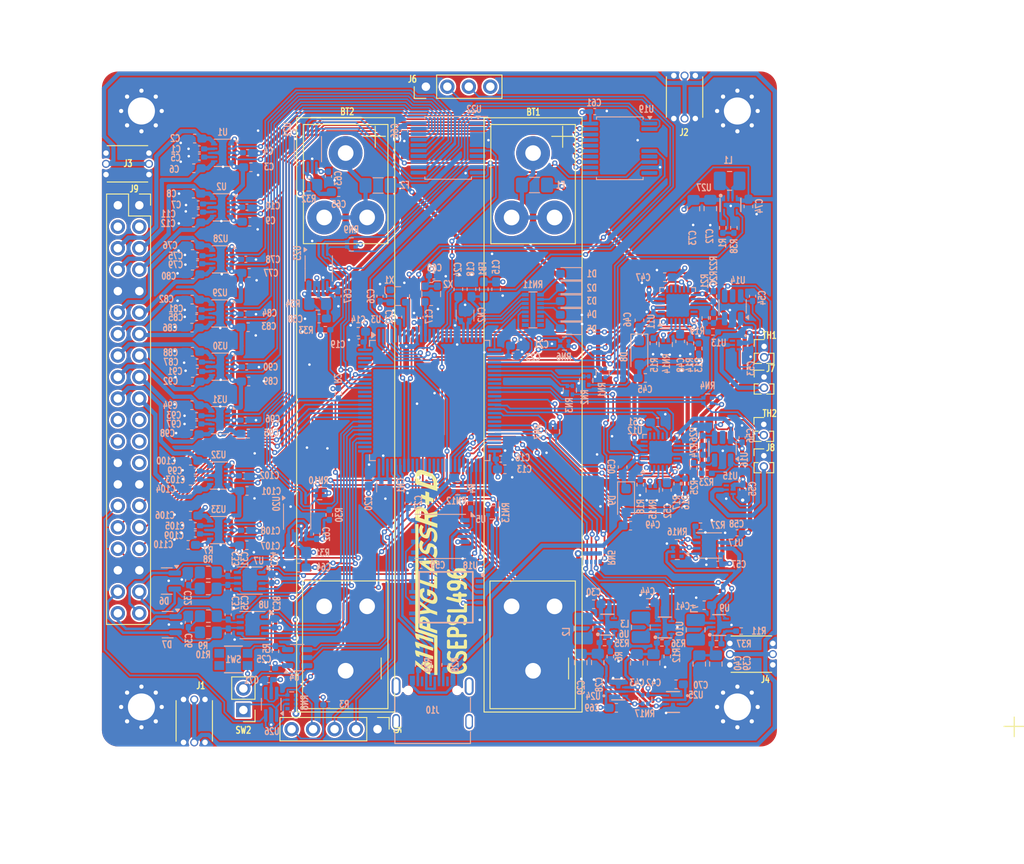
<source format=kicad_pcb>
(kicad_pcb (version 20241229) (generator "pcbnew") (generator_version "9.0")
  (title_block (date "2020-10-19"))
  (layers (0 "F.Cu" signal) (4 "In1.Cu" power) (6 "In2.Cu" power) (2 "B.Cu" signal) (13 "F.Paste" user) (15 "B.Paste" user) (5 "F.SilkS" user "F.Silkscreen") (7 "B.SilkS" user "B.Silkscreen") (1 "F.Mask" user) (3 "B.Mask" user) (25 "Edge.Cuts" user))
  (net 0 "")
  (net 1 "Net-(BT1-+)")
  (net 2 "GND")
  (net 3 "Net-(BT2-+)")
  (net 4 "+3V3_STM_CORE")
  (net 5 "Net-(U1-CT1)")
  (net 6 "+3V3")
  (net 7 "/I2C Power Switches 3VCORE/VBUS")
  (net 8 "/VOUT1")
  (net 9 "/VOUT2")
  (net 10 "Net-(U1-CT2)")
  (net 11 "/I2C Power Switches 3VCORE/VOUT5")
  (net 12 "Net-(U2-CT1)")
  (net 13 "/BATTERY_1/VBAT")
  (net 14 "/BATTERY_2/VBAT")
  (net 15 "/CAN2_H")
  (net 16 "/CAN2_L")
  (net 17 "/I2C Power Switches 3VCORE/VOUT4")
  (net 18 "/Boost Buck Regulator 5V1/LX2")
  (net 19 "/3V3_EPS_MRAM")
  (net 20 "Net-(U2-CT2)")
  (net 21 "/VSOLAR_RAW")
  (net 22 "/I2C Power Switches 3VCORE/VOUT7")
  (net 23 "/PMIC/USART1_RX")
  (net 24 "/PMIC/USART1_TX")
  (net 25 "/I2C Power Switches 3VCORE/VOUT6")
  (net 26 "/I2C Power Switches 3VAUX/VBUS")
  (net 27 "Net-(J7-Pin_2)")
  (net 28 "/CAN1_H")
  (net 29 "Net-(U11-TIMER)")
  (net 30 "/CAN1_L")
  (net 31 "VBUS")
  (net 32 "/PMIC/SPI2_MISO")
  (net 33 "/PMIC/SPI2_MOSI")
  (net 34 "/COMM1_RST")
  (net 35 "Net-(J8-Pin_2)")
  (net 36 "/COMM2_RST")
  (net 37 "/ATTENTION")
  (net 38 "/PMIC/LED_1")
  (net 39 "/PMIC/LED_2")
  (net 40 "/PMIC/LED_3")
  (net 41 "/PMIC/LED_4")
  (net 42 "/PMIC/LED_5")
  (net 43 "/PMIC/SPI2_SCK")
  (net 44 "/PMIC/CAN2_SHDN")
  (net 45 "/VEXT")
  (net 46 "Net-(U12-TIMER)")
  (net 47 "+3V3_CORE")
  (net 48 "/SOLAR_EN")
  (net 49 "/Power Selector/Boost Buck Regulator 3V3/R+")
  (net 50 "/I2C Power Switches 3VAUX/VOUT_A")
  (net 51 "/I2C Power Switches 3VAUX/VOUT_B")
  (net 52 "/Power Selector/Boost Buck Regulator 3V4/R+")
  (net 53 "Net-(U33-CT1)")
  (net 54 "/I2C Power Switches 3VAUX/VOUT_C")
  (net 55 "/Boost Buck Regulator 5V1/LX1")
  (net 56 "/I2C Power Switches 3VAUX/VOUT_D")
  (net 57 "/I2C Power Switches 3VAUX/VOUT_E")
  (net 58 "/I2C Power Switches 3VAUX/VOUT_F")
  (net 59 "/BC_2_POL")
  (net 60 "Net-(U33-CT2)")
  (net 61 "Net-(U28-CT1)")
  (net 62 "/I2C Power Switches 3VAUX/VOUT_G")
  (net 63 "/I2C Power Switches 3VAUX/VOUT_H")
  (net 64 "/PMIC/RCC_OSC32_IN")
  (net 65 "/I2C Power Switches 3VCORE/VOUT2")
  (net 66 "/PMIC/CAN1_TX")
  (net 67 "/PMIC/CAN1_RX")
  (net 68 "/BC_1_POL")
  (net 69 "/Power Selector/Boost Buck Regulator 3V5/R+")
  (net 70 "Net-(U28-CT2)")
  (net 71 "/AVI_EXTRN_RST")
  (net 72 "/EPS_EXTRN_RST")
  (net 73 "/BC_1_ISTAT")
  (net 74 "/3V3_EPS_FLASH")
  (net 75 "/INTERBOARD_CONNECTOR/3V3_15")
  (net 76 "Net-(U29-CT1)")
  (net 77 "/BC_2_ISTAT")
  (net 78 "Net-(U29-CT2)")
  (net 79 "Net-(U30-CT1)")
  (net 80 "/INTERBOARD_CONNECTOR/3V3_13")
  (net 81 "/INTERBOARD_CONNECTOR/3V3_12")
  (net 82 "/Power Selector/Boost Buck Regulator 3V3/LX2")
  (net 83 "/PMIC/CAN2_STBY")
  (net 84 "Net-(U30-CT2)")
  (net 85 "/Power Selector/Boost Buck Regulator 3V3/LX1")
  (net 86 "/Power Selector/Boost Buck Regulator 3V5/LX2")
  (net 87 "/PMIC/SWD_SWCLK")
  (net 88 "/INTERBOARD_CONNECTOR/3V3_14")
  (net 89 "Net-(U31-CT1)")
  (net 90 "Net-(U31-CT2)")
  (net 91 "Net-(U32-CT1)")
  (net 92 "Net-(U32-CT2)")
  (net 93 "/*BC_2_CHRG")
  (net 94 "/*BC_1_CHRG")
  (net 95 "/PMIC/CAN2_RX")
  (net 96 "/I2C1_SCL")
  (net 97 "/I2C1_SDA")
  (net 98 "/PMIC/CAN2_TX")
  (net 100 "Net-(U11-WALL)")
  (net 101 "/PMIC/CAN1_SHDN")
  (net 102 "/PMIC/CAN1_STBY")
  (net 103 "Net-(U11-PROG)")
  (net 104 "Net-(U12-WALL)")
  (net 105 "/PMIC/SPI_MISO")
  (net 106 "/PMIC/SPI2_MRAM_CS")
  (net 107 "Net-(U12-PROG)")
  (net 108 "/Power Selector/Boost Buck Regulator 3V5/LX1")
  (net 109 "/BC_1_CLDIS")
  (net 110 "/BC_1_SHDN")
  (net 111 "/~{BC_1_VEXT}")
  (net 112 "/BC_2_CLDIS")
  (net 113 "Net-(U16-+)")
  (net 114 "/BC_2_SHDN")
  (net 115 "/~{BC_2_VEXT}")
  (net 116 "/Power Selector/Boost Buck Regulator 3V4/LX2")
  (net 117 "/PWR3MAIN_EN")
  (net 118 "Net-(U17-ILIM)")
  (net 119 "/BATTERY_1/VNTC")
  (net 120 "/USB_DN")
  (net 121 "/USB_DP")
  (net 122 "/INT_PS_CORE_VBUS")
  (net 123 "/INT_PS_3V3")
  (net 124 "/BC_1_SUSP")
  (net 125 "/BC_2_SUSP")
  (net 126 "/I2C Power Switches 3VCORE/ENABLE4")
  (net 127 "/I2C Power Switches 3VCORE/ENABLE5")
  (net 128 "/I2C Power Switches 3VCORE/ENABLE7")
  (net 129 "/I2C Power Switches 3VCORE/ENABLE6")
  (net 130 "/I2C Power Switches 3VCORE/ENABLE3")
  (net 131 "/I2C Power Switches 3VCORE/ENABLE0")
  (net 132 "/I2C Power Switches 3VCORE/ENABLE1")
  (net 133 "/I2C Power Switches 3VCORE/ENABLE2")
  (net 134 "/I2C Power Switches 3VAUX/ENABLE_6")
  (net 135 "/PMIC/GPIO_EXTI14")
  (net 136 "/I2C Power Switches 3VAUX/ENABLE_7")
  (net 137 "/I2C Power Switches 3VAUX/ENABLE_4")
  (net 138 "/PMIC/GPIO_EXTI3")
  (net 139 "/BATTERY_1/NTC")
  (net 142 "/BATTERY_2/VNTC")
  (net 143 "/BATTERY_2/NTC")
  (net 144 "/Boost Buck Regulator 5V1/R-")
  (net 145 "/PMIC/HSE_CLK")
  (net 146 "Net-(J10-CC1_A)")
  (net 149 "Net-(D1-A)")
  (net 150 "Net-(D2-A)")
  (net 151 "Net-(D3-A)")
  (net 152 "Net-(D4-A)")
  (net 153 "/HEATER1_ENABLED")
  (net 154 "/HEATER2_ENABLED")
  (net 155 "Net-(D5-A)")
  (net 156 "/I2C4_SCL")
  (net 157 "/I2C4_SDA")
  (net 160 "/Power Selector/Boost Buck Regulator 3V4/LX1")
  (net 161 "/ADC_SOLAR_RAW")
  (net 162 "/ADC_VOUT1")
  (net 163 "/ADC_VOUT2")
  (net 164 "Net-(J10-CC2_B)")
  (net 167 "/Power Selector/Boost Buck Regulator 3V3/R-")
  (net 168 "/Power Selector/Boost Buck Regulator 3V4/R-")
  (net 169 "/POWER_CORE_VBUS_RST")
  (net 170 "/Power Selector/Boost Buck Regulator 3V5/R-")
  (net 172 "/PMIC/GPIO_EXTI12")
  (net 173 "/PMIC/ADC1_IN14")
  (net 174 "/PMIC/ADC1_IN13")
  (net 175 "Net-(U14-+)")
  (net 176 "/PMIC/GPIO_EXTI2")
  (net 177 "/PMIC/GPIO_EXTI11")
  (net 178 "/PMIC/GPIO_EXTI8")
  (net 179 "/POWER_3V3_RST")
  (net 180 "/NRST")
  (net 181 "/RST")
  (net 182 "/VSOLAR_5V")
  (net 184 "/WATCHDOG_DONE")
  (net 185 "/WATCHDOG_WAKE")
  (net 186 "/SCI_EXTRN_RST")
  (net 187 "/PMIC/BOOT0")
  (net 190 "/*IDEAL_STATUS")
  (net 193 "/IDEAL_DO0")
  (net 199 "/PMIC/SPI_MOSI")
  (net 200 "/PMIC/SPI_SCK")
  (net 203 "/IDEAL_DO1")
  (net 204 "/PWR3CORE_EN")
  (net 205 "/STATUS_CORE")
  (net 206 "/I2C Power Switches 3VAUX/ENABLE_5")
  (net 207 "/I2C Power Switches 3VAUX/ENABLE_1")
  (net 208 "/I2C Power Switches 3VAUX/ENABLE_0")
  (net 209 "/PWR3AUX_EN")
  (net 210 "/I2C Power Switches 3VAUX/ENABLE_2")
  (net 211 "/STATUS_3V3")
  (net 212 "/PMIC/SWD_SWDIO")
  (net 213 "/I2C Power Switches 3VCORE/VOUT3")
  (net 214 "Net-(C36-Pad1)")
  (net 216 "Net-(U4-DELAY{slash}M_RST)")
  (net 221 "Net-(U4-~{RST})")
  (net 235 "/I2C Power Switches 3VAUX/ENABLE_3")
  (net 239 "/PMIC/VDAA")
  (net 240 "/PMIC/VREF+")
  (net 241 "Net-(C32-Pad1)")
  (net 244 "/PMIC/SPI2_FLASH_CS")
  (net 245 "/INTERBOARD_CONNECTOR/3V3_11")
  (net 246 "/BATTERY_CHARGER_1/CLPROG")
  (net 247 "/BATTERY_CHARGER_2/CLPROG")
  (footprint "Project:BatteryHolder_Keystone_54_v2_1x18650" (layer "F.Cu") (at 111.08 100.35 -90)
    (property "Reference" "BT1")
    (property "Value" "Battery_Cell")
  )
  (footprint "Connector_PinSocket_2.54mm:PinSocket_2x20_P2.54mm_Vertical" (layer "F.Cu") (at 64.5 75.9)
    (property "Reference" "J9")
    (property "Value" "PC104 Conn_02x20_Odd_Even")
  )
  (footprint "Project:BatteryHolder_Keystone_54_v2_1x18650" (layer "F.Cu") (at 88.91 100.345 -90)
    (property "Reference" "BT2")
    (property "Value" "Battery_Cell")
  )
  (footprint "MountingHole:MountingHole_3.2mm_M3_Pad_Via" (layer "F.Cu") (at 135.25 64.75)
    (property "Reference" "H4" (hide yes))
    (property "Value" "MountingHole_Pad")
  )
  (footprint "Common:HARWIN_M50-3200345" (layer "F.Cu") (at 136.9 129 90)
    (property "Reference" "J4")
    (property "Value" "Conn_02x03_Odd_Even")
  )
  (footprint "Connector_PinHeader_1.27mm:PinHeader_1x02_P1.27mm_Vertical" (layer "F.Cu") (at 138.37 101.82)
    (property "Reference" "TH2")
    (property "Value" "Thermistor_NTC")
  )
  (footprint "MountingHole:MountingHole_3.2mm_M3_Pad_Via" (layer "F.Cu") (at 135.25 135.25)
    (property "Reference" "H2" (hide yes))
    (property "Value" "MountingHole_Pad")
  )
  (footprint "Common:HARWIN_M50-3200345" (layer "F.Cu") (at 71 136.9)
    (property "Reference" "J1")
    (property "Value" "Conn_02x03_Odd_Even")
  )
  (footprint "Connector_PinHeader_1.27mm:PinHeader_1x02_P1.27mm_Vertical" (layer "F.Cu") (at 138.4 96.22)
    (property "Reference" "J7")
    (property "Value" "Conn_01x02")
  )
  (footprint "Common:HARWIN_M50-3200345" (layer "F.Cu") (at 63.1 71 -90)
    (property "Reference" "J3")
    (property "Value" "Conn_02x03_Odd_Even")
  )
  (footprint "Common:HARWIN_M50-3200345" (layer "F.Cu") (at 129 63.1 180)
    (property "Reference" "J2")
    (property "Value" "Conn_02x03_Odd_Even")
  )
  (footprint "Connector_PinHeader_2.54mm:PinHeader_1x04_P2.54mm_Vertical" (layer "F.Cu") (at 98.4 61.875 90)
    (property "Reference" "J6")
    (property "Value" "Conn_01x04_Pin Vertical")
  )
  (footprint "MountingHole:MountingHole_3.2mm_M3_Pad_Via" (layer "F.Cu") (at 64.75 64.75 90)
    (property "Reference" "H3" (hide yes))
    (property "Value" "MountingHole_Pad")
  )
  (footprint "Common:4111spyglassrnd30" (layer "F.Cu") (at 101.264805 118.893386 90)
    (property "Reference" "G***" (hide yes))
    (property "Value" "LOGO" (hide yes))
  )
  (footprint "MountingHole:MountingHole_3.2mm_M3_Pad_Via" (layer "F.Cu") (at 64.75 135.25)
    (property "Reference" "H1" (hide yes))
    (property "Value" "MountingHole_Pad")
  )
  (footprint "Connector_PinHeader_1.27mm:PinHeader_1x02_P1.27mm_Vertical" (layer "F.Cu") (at 138.38 105.53)
    (property "Reference" "J8")
    (property "Value" "Conn_01x02")
  )
  (footprint "Connector_PinHeader_2.54mm:PinHeader_1x02_P2.54mm_Vertical" (layer "F.Cu") (at 76.81 135.61 180)
    (property "Reference" "SW2")
    (property "Value" "Conn_01x02_Pin Vertical")
  )
  (footprint "Connector_PinHeader_2.54mm:PinHeader_1x05_P2.54mm_Vertical" (layer "F.Cu") (at 92.675 137.875 -90)
    (property "Reference" "J5")
    (property "Value" "Conn_01x05_Pin Vertical")
  )
  (footprint "Connector_PinHeader_1.27mm:PinHeader_1x02_P1.27mm_Vertical" (layer "F.Cu") (at 138.41 92.6)
    (property "Reference" "TH1")
    (property "Value" "Thermistor_NTC")
  )
  (footprint "Capacitor_SMD:C_0402_1005Metric_Pad0.74x0.62mm_HandSolder" (layer "B.Cu") (at 137.04625 86.65625 90)
    (property "Reference" "C54")
    (property "Value" "100nF")
  )
  (footprint "Capacitor_SMD:C_0402_1005Metric_Pad0.74x0.62mm_HandSolder" (layer "B.Cu") (at 136.84 92.46 -90)
    (property "Reference" "C53")
    (property "Value" "100nF")
  )
  (footprint "Capacitor_SMD:C_0402_1005Metric_Pad0.74x0.62mm_HandSolder" (layer "B.Cu") (at 135.81 103.3825 90)
    (property "Reference" "C56")
    (property "Value" "100nF")
  )
  (footprint "Capacitor_SMD:C_0402_1005Metric_Pad0.74x0.62mm_HandSolder" (layer "B.Cu") (at 135.9 109.51 -90)
    (property "Reference" "C55")
    (property "Value" "100nF")
  )
  (footprint "Capacitor_SMD:C_0402_1005Metric_Pad0.74x0.62mm_HandSolder" (layer "B.Cu") (at 92.971026 86.658731 90)
    (property "Reference" "C26")
    (property "Value" "100nF")
  )
  (footprint "Fuse:Fuse_1206_3216Metric_Pad1.42x1.75mm_HandSolder" (layer "B.Cu") (at 111.245 73.505 180)
    (property "Reference" "F1")
    (property "Value" "Polyfuse")
  )
  (footprint "Resistor_SMD:R_0402_1005Metric_Pad0.72x0.64mm_HandSolder" (layer "B.Cu") (at 131.44625 89.24625 90)
    (property "Reference" "R21")
    (property "Value" "280K")
  )
  (footprint "Resistor_SMD:R_0402_1005Metric_Pad0.72x0.64mm_HandSolder" (layer "B.Cu") (at 132.35625 90.88375 180)
    (property "Reference" "R19")
    (property "Value" "DNP")
  )
  (footprint "Resistor_SMD:R_0402_1005Metric_Pad0.72x0.64mm_HandSolder" (layer "B.Cu") (at 131.18 103.7525 90)
    (property "Reference" "R26")
    (property "Value" "10K")
  )
  (footprint "Resistor_SMD:R_0402_1005Metric_Pad0.72x0.64mm_HandSolder" (layer "B.Cu") (at 131.19 106.0025 -90)
    (property "Reference" "R24")
    (property "Value" "100K")
  )
  (footprint "Resistor_SMD:R_0402_1005Metric_Pad0.72x0.64mm_HandSolder" (layer "B.Cu") (at 131.63 107.6125 180)
    (property "Reference" "R23")
    (property "Value" "DNP")
  )
  (footprint "Package_TO_SOT_SMD:SOT-23-6_Handsoldering" (layer "B.Cu") (at 134.68625 87.96625 90)
    (property "Reference" "U14")
    (property "Value" "MCP65R46")
  )
  (footprint "Package_TO_SOT_SMD:SOT-23-6_Handsoldering" (layer "B.Cu") (at 133.5 104.7025 90)
    (property "Reference" "U16")
    (property "Value" "MCP65R46")
  )
  (footprint "Oscillator:Oscillator_SMD_ECS_2520MV-xxx-xx-4Pin_2.5x2.0mm" (layer "B.Cu") (at 95.105 86.645 -90)
    (property "Reference" "X1")
    (property "Value" "32.768KHZ")
  )
  (footprint "Fuse:Fuse_1206_3216Metric_Pad1.42x1.75mm_HandSolder" (layer "B.Cu") (at 92.75 73.56 180)
    (property "Reference" "F2")
    (property "Value" "Polyfuse")
  )
  (footprint "Diode_SMD:D_SOD-123F" (layer "B.Cu") (at 123.65 93.35 -90)
    (property "Reference" "D8")
    (property "Value" "NRVB120VLSFT1G")
  )
  (footprint "Resistor_SMD:R_0402_1005Metric_Pad0.72x0.64mm_HandSolder" (layer "B.Cu") (at 132.39625 86.66625 90)
    (property "Reference" "R22")
    (property "Value" "10K")
  )
  (footprint "Capacitor_SMD:C_0603_1608Metric_Pad1.08x0.95mm_HandSolder" (layer "B.Cu") (at 128.47625 92.00625 -90)
    (property "Reference" "C48")
    (property "Value" "4.7uF")
  )
  (footprint "Capacitor_SMD:C_0603_1608Metric_Pad1.08x0.95mm_HandSolder" (layer "B.Cu") (at 126.65625 84.41078 180)
    (property "Reference" "C47")
    (property "Value" "4.7uF")
  )
  (footprint "Capacitor_SMD:C_0603_1608Metric_Pad1.08x0.95mm_HandSolder" (layer "B.Cu") (at 123.66125 89.50578 90)
    (property "Reference" "C46")
    (property "Value" "4.7uF")
  )
  (footprint "Capacitor_SMD:C_0603_1608Metric_Pad1.08x0.95mm_HandSolder" (layer "B.Cu") (at 124.36125 96.33125)
    (property "Reference" "C45")
    (property "Value" "4.7uF")
  )
  (footprint "Resistor_SMD:R_0402_1005Metric_Pad0.72x0.64mm_HandSolder" (layer "B.Cu") (at 130.66625 92.84625 -90)
    (property "Reference" "R13")
    (property "Value" "26.7K")
  )
  (footprint "Resistor_SMD:R_0402_1005Metric_Pad0.72x0.64mm_HandSolder" (layer "B.Cu") (at 129.69625 92.23625 90)
    (property "Reference" "R14")
    (property "Value" "10K")
  )
  (footprint "Resistor_SMD:R_0402_1005Metric_Pad0.72x0.64mm_HandSolder" (layer "B.Cu") (at 125.3 92.225 90)
    (property "Reference" "R15")
    (property "Value" "1M")
  )
  (footprint "Package_DFN_QFN:QFN-24-1EP_4x4mm_P0.5mm_EP2.6x2.6mm" (layer "B.Cu") (at 128.18625 87.75328)
    (property "Reference" "U11")
    (property "Value" "LTC4066")
  )
  (footprint "Package_DFN_QFN:QFN-24-1EP_4x4mm_P0.5mm_EP2.6x2.6mm" (layer "B.Cu") (at 126.16 105.115)
    (property "Reference" "U12")
    (property "Value" "LTC4066")
  )
  (footprint "Capacitor_SMD:C_0603_1608Metric_Pad1.08x0.95mm_HandSolder" (layer "B.Cu") (at 126.91 109.585 -90)
    (property "Reference" "C52")
    (property "Value" "4.7uF")
  )
  (footprint "Capacitor_SMD:C_0603_1608Metric_Pad1.08x0.95mm_HandSolder" (layer "B.Cu") (at 122.6 113.8075)
    (property "Reference" "C49")
    (property "Value" "4.7uF")
  )
  (footprint "Resistor_SMD:R_0402_1005Metric_Pad0.72x0.64mm_HandSolder" (layer "B.Cu") (at 128.13 108.8225 90)
    (property "Reference" "R17")
    (property "Value" "10K")
  )
  (footprint "Resistor_SMD:R_0402_1005Metric_Pad0.72x0.64mm_HandSolder" (layer "B.Cu") (at 123.75 108.95 90)
    (property "Reference" "R18")
    (property "Value" "1M")
  )
  (footprint "Capacitor_SMD:C_0603_1608Metric_Pad1.08x0.95mm_HandSolder" (layer "B.Cu") (at 125.82 101.5725)
    (property "Reference" "C51")
    (property "Value" "4.7uF")
  )
  (footprint "Capacitor_SMD:C_0603_1608Metric_Pad1.08x0.95mm_HandSolder" (layer "B.Cu") (at 121.675 106.875 90)
    (property "Reference" "C50")
    (property "Value" "4.7uF")
  )
  (footprint "Resistor_SMD:R_0402_1005Metric_Pad0.72x0.64mm_HandSolder" (layer "B.Cu") (at 132.41625 89.23625 -90)
    (property "Reference" "R20")
    (property "Value" "100K")
  )
  (footprint "Diode_SMD:D_SOD-123F" (layer "B.Cu") (at 122.075 110.825 -90)
    (property "Reference" "D9")
    (property "Value" "NRVB120VLSFT1G")
  )
  (footprint "Resistor_SMD:R_0402_1005Metric_Pad0.72x0.64mm_HandSolder" (layer "B.Cu") (at 129.07 108.8225 -90)
    (property "Reference" "R16")
    (property "Value" "26.7K")
  )
  (footprint "Resistor_SMD:R_0402_1005Metric_Pad0.72x0.64mm_HandSolder" (layer "B.Cu") (at 130.055 106.9775 -90)
    (property "Reference" "R25")
    (property "Value" "280K")
  )
  (footprint "Common:TPS631000DRLR_TEX" (layer "B.Cu") (at 133.1 125.56)
    (property "Reference" "U9")
    (property "Value" "TPS631000DRLR")
  )
  (footprint "Capacitor_SMD:C_0603_1608Metric_Pad1.08x0.95mm_HandSolder" (layer "B.Cu") (at 106.71 85.835 -90)
    (property "Reference" "C15")
    (property "Value" "10uF")
  )
  (footprint "Capacitor_SMD:C_0402_1005Metric_Pad0.74x0.62mm_HandSolder" (layer "B.Cu") (at 70.3 125.25 90)
    (property "Reference" "C36")
    (property "Value" "4nF7")
  )
  (footprint "Capacitor_SMD:C_0603_1608Metric_Pad1.08x0.95mm_HandSolder" (layer "B.Cu") (at 70.5625 112.615 180)
    (property "Reference" "C106")
    (property "Value" "10uF")
  )
  (footprint "Capacitor_SMD:C_0603_1608Metric_Pad1.08x0.95mm_HandSolder" (layer "B.Cu") (at 70.78375 93.23 180)
    (property "Reference" "C88")
    (property "Value" "10uF")
  )
  (footprint "Capacitor_SMD:C_0603_1608Metric_Pad1.08x0.95mm_HandSolder" (layer "B.Cu") (at 85.7675 89.3 180)
    (property "Reference" "C68")
    (property "Value" "10uF")
  )
  (footprint "Capacitor_SMD:C_0402_1005Metric_Pad0.74x0.62mm_HandSolder" (layer "B.Cu") (at 86.8725 72.485 -90)
    (property "Reference" "C63")
    (property "Value" "100nF")
  )
  (footprint "Package_TO_SOT_SMD:SOT-363_SC-70-6_Handsoldering" (layer "B.Cu") (at 80.1 134.93084 90)
    (property "Reference" "U26")
    (property "Value" "74LVC2G07")
  )
  (footprint "Common:R_Array_Convex_4x0402_widepads" (layer "B.Cu") (at 118.215 117.585 90)
    (property "Reference" "RN5")
    (property "Value" "100K")
  )
  (footprint "Package_SON:WSON-10-1EP_2x3mm_P0.5mm_EP0.84x2.4mm" (layer "B.Cu") (at 74.13125 82.3 180)
    (property "Reference" "U28")
    (property "Value" "TPS22968QDMGRQ1")
  )
  (footprint "Common:R_Array_Convex_2x0402_widepads" (layer "B.Cu") (at 113.42 102.68 -90)
    (property "Reference" "RN7")
    (property "Value" "100K")
  )
  (footprint "Capacitor_SMD:C_0603_1608Metric_Pad1.08x0.95mm_HandSolder" (layer "B.Cu") (at 70.69875 102.99)
    (property "Reference" "C98")
    (property "Value" "10uF")
  )
  (footprint "Resistor_SMD:R_0805_2012Metric_Pad1.20x1.40mm_HandSolder" (layer "B.Cu") (at 72.67 124.505 180)
    (property "Reference" "R9")
    (property "Value" "60R4")
  )
  (footprint "Resistor_SMD:R_0402_1005Metric_Pad0.72x0.64mm_HandSolder" (layer "B.Cu") (at 126.95 129.27 -90)
    (property "Reference" "R12")
    (property "Value" "91K")
  )
  (footprint "Capacitor_SMD:C_0402_1005Metric_Pad0.74x0.62mm_HandSolder" (layer "B.Cu") (at 71.4725 76.71)
    (property "Reference" "C11")
    (property "Value" "220pF")
  )
  (footprint "Common:R_Array_Convex_2x0402_widepads" (layer "B.Cu") (at 117.37 96.64 90)
    (property "Reference" "RN2")
    (property "Value" "100K")
  )
  (footprint "Capacitor_SMD:C_0805_2012Metric_Pad1.18x1.45mm_HandSolder" (layer "B.Cu") (at 130.055 76.3088 -90)
    (property "Reference" "C73")
    (property "Value" "47uF")
  )
  (footprint "LED_SMD:LED_0603_1608Metric_Pad1.05x0.95mm_HandSolder" (layer "B.Cu") (at 115.1725 87.235 180)
    (property "Reference" "D3")
    (property "Value" "YELLOW")
  )
  (footprint "Common:R_Array_Convex_2x0402_widepads" (layer "B.Cu") (at 131.73 99 180)
    (property "Reference" "RN4")
    (property "Value" "100K")
  )
  (footprint "Capacitor_SMD:C_0402_1005Metric_Pad0.74x0.62mm_HandSolder" (layer "B.Cu") (at 71.30875 88.26 180)
    (property "Reference" "C81")
    (property "Value" "220pF")
  )
  (footprint "Capacitor_SMD:C_0603_1608Metric_Pad1.08x0.95mm_HandSolder" (layer "B.Cu") (at 136.555 76.0488 -90)
    (property "Reference" "C74")
    (property "Value" "22uF")
  )
  (footprint "Resistor_SMD:R_0402_1005Metric_Pad0.72x0.64mm_HandSolder" (layer "B.Cu") (at 86.5025 90.625)
    (property "Reference" "R33")
    (property "Value" "100K")
  )
  (footprint "Capacitor_SMD:C_0402_1005Metric_Pad0.74x0.62mm_HandSolder" (layer "B.Cu") (at 97.7 89.15 90)
    (property "Reference" "C17")
    (property "Value" "100nF")
  )
  (footprint "Package_SON:VSON-8-1EP_3x3mm_P0.65mm_EP1.65x2.4mm" (layer "B.Cu") (at 77.56 120.2975 180)
    (property "Reference" "U7")
    (property "Value" "TCAN3414")
  )
  (footprint "Capacitor_SMD:C_0603_1608Metric_Pad1.08x0.95mm_HandSolder" (layer "B.Cu") (at 120.93 135.3525)
    (property "Reference" "C69")
    (property "Value" "10uF")
  )
  (footprint "Common:SON127P800X600X65-8N" (layer "B.Cu") (at 100.775 122.275 180)
    (property "Reference" "U18")
    (property "Value" "MT29F4G01ABAFDWB-IT:F TR" (hide yes))
  )
  (footprint "Capacitor_SMD:C_0603_1608Metric_Pad1.08x0.95mm_HandSolder" (layer "B.Cu") (at 77.385 102.92)
    (property "Reference" "C95")
    (property "Value" "22uF")
  )
  (footprint "Package_TO_SOT_SMD:SOT-23" (layer "B.Cu") (at 67.85 125.5125 180)
    (property "Reference" "D7")
    (property "Value" "NUP2105LT1G")
  )
  (footprint "Capacitor_SMD:C_0603_1608Metric_Pad1.08x0.95mm_HandSolder" (layer "B.Cu") (at 77.5525 77.85)
    (property "Reference" "C9")
    (property "Value" "22uF")
  )
  (footprint "Resistor_SMD:R_0402_1005Metric_Pad0.72x0.64mm_HandSolder" (layer "B.Cu") (at 119.54 127.63)
    (property "Reference" "R35")
    (property "Value" "511K")
  )
  (footprint "Capacitor_SMD:C_0402_1005Metric_Pad0.74x0.62mm_HandSolder" (layer "B.Cu") (at 71.6075 70.2)
    (property "Reference" "C5")
    (property "Value" "220pF")
  )
  (footprint "Capacitor_SMD:C_0603_1608Metric_Pad1.08x0.95mm_HandSolder" (layer "B.Cu") (at 70.9475 71.525)
    (property "Reference" "C6")
    (property "Value" "10uF")
  )
  (footprint "Capacitor_SMD:C_0402_1005Metric_Pad0.74x0.62mm_HandSolder" (layer "B.Cu") (at 71.6075 69.235 180)
    (property "Reference" "C1")
    (property "Value" "220pF")
  )
  (footprint "Capacitor_SMD:C_0402_1005Metric_Pad0.74x0.62mm_HandSolder" (layer "B.Cu") (at 80.17 120.015 90)
    (property "Reference" "C34")
    (property "Value" "100nF")
  )
  (footprint "Capacitor_SMD:C_0603_1608Metric_Pad1.08x0.95mm_HandSolder" (layer "B.Cu") (at 118.25 123.1 180)
    (property "Reference" "C30")
    (property "Value" "22uF")
  )
  (footprint "Capacitor_SMD:C_0402_1005Metric_Pad0.74x0.62mm_HandSolder" (layer "B.Cu") (at 96.29 111.14 90)
    (property "Reference" "C27")
    (property "Value" "100nF")
  )
  (footprint "Inductor_SMD:L_1008_2520Metric_Pad1.43x2.20mm_HandSolder" (layer "B.Cu") (at 123.83 125.83 90)
    (property "Reference" "L3")
    (property "Value" "1uH")
  )
  (footprint "LED_SMD:LED_0603_1608Metric_Pad1.05x0.95mm_HandSolder" (layer "B.Cu") (at 115.1725 84.01 180)
    (property "Reference" "D1")
    (property "Value" "RED")
  )
  (footprint "Capacitor_SMD:C_0402_1005Metric_Pad0.74x0.62mm_HandSolder" (layer "B.Cu") (at 108.705 93.755)
    (property "Reference" "C23")
    (property "Value" "100nF")
  )
  (footprint "Resistor_SMD:R_0402_1005Metric_Pad0.72x0.64mm_HandSolder" (layer "B.Cu") (at 97.55 130.275 -90)
    (property "Reference" "R29")
    (property "Value" "5K1")
  )
  (footprint "Capacitor_SMD:C_0402_1005Metric_Pad0.74x0.62mm_HandSolder" (layer "B.Cu") (at 80.51 125.285 90)
    (property "Reference" "C38")
    (property "Value" "100nF")
  )
  (footprint "Capacitor_SMD:C_0603_1608Metric_Pad1.08x0.95mm_HandSolder" (layer "B.Cu") (at 83.3625 118.755 180)
    (property "Reference" "C64")
    (property "Value" "10uF")
  )
  (footprint "Common:AMPHENOL_10155435-00011LF" (layer "B.Cu") (at 99.2 136.975 180)
    (property "Reference" "J10")
    (property "Value" "10155435-00011LF")
  )
  (footprint "Capacitor_SMD:C_0402_1005Metric_Pad0.74x0.62mm_HandSolder" (layer "B.Cu") (at 87.9925 86.645 -90)
    (property "Reference" "C67")
    (property "Value" "100nF")
  )
  (footprint "Capacitor_SMD:C_0603_1608Metric_Pad1.08x0.95mm_HandSolder" (layer "B.Cu") (at 70.5725 106.125 180)
    (property "Reference" "C100")
    (property "Value" "10uF")
  )
  (footprint "Package_SO:VSSOP-10_3x3mm_P0.5mm" (layer "B.Cu") (at 85.725 83.3725 -90)
    (property "Reference" "U23")
    (property "Value" "INA226")
  )
  (footprint "Capacitor_SMD:C_0603_1608Metric_Pad1.08x0.95mm_HandSolder" (layer "B.Cu") (at 77.6975 71.405)
    (property "Reference" "C3")
    (property "Value" "22uF")
  )
  (footprint "Capacitor_SMD:C_0402_1005Metric_Pad0.74x0.62mm_HandSolder" (layer "B.Cu") (at 71.40625 81.875 180)
    (property "Reference" "C75")
    (property "Value" "220pF")
  )
  (footprint "Package_QFP:LQFP-100_14x14mm_P0.5mm" (layer "B.Cu") (at 98.845 98.995 -90)
    (property "Reference" "U3")
    (property "Value" "STM32L496VGTx")
  )
  (footprint "Capacitor_SMD:C_0402_1005Metric_Pad0.74x0.62mm_HandSolder" (layer "B.Cu") (at 71.36875 95.565)
    (property "Reference" "C91")
    (property "Value" "220pF")
  )
  (footprint "Package_SON:WSON-10-1EP_2x3mm_P0.5mm_EP0.84x2.4mm" (layer "B.Cu") (at 74.2325 76.15 180)
    (property "Reference" "U2")
    (property "Value" "TPS22968QDMGRQ1")
  )
  (footprint "Capacitor_SMD:C_0402_1005Metric_Pad0.74x0.62mm_HandSolder" (layer "B.Cu") (at 71.4725 75.745 180)
    (property "Reference" "C7")
    (property "Value" "220pF")
  )
  (footprint "Capacitor_SMD:C_0402_1005Metric_Pad0.74x0.62mm_HandSolder" (layer "B.Cu") (at 97.825 118.485)
    (property "Reference" "C59")
    (property "Value" "100nF")
  )
  (footprint "Capacitor_SMD:C_0603_1608Metric_Pad1.08x0.95mm_HandSolder" (layer "B.Cu") (at 102.23875 85.835 -90)
    (property "Reference" "C24")
    (property "Value" "10uF")
  )
  (footprint "Capacitor_SMD:C_0402_1005Metric_Pad0.74x0.62mm_HandSolder" (layer "B.Cu") (at 71.28375 89.175)
    (property "Reference" "C85")
    (property "Value" "220pF")
  )
  (footprint "Common:SON65P300X300X100-9N" (layer "B.Cu") (at 131.8775 116.15)
    (property "Reference" "U17")
    (property "Value" "TPS2115ADRBR")
  )
  (footprint "Capacitor_SMD:C_0805_2012Metric_Pad1.18x1.45mm_HandSolder" (layer "B.Cu") (at 116.71 130 -90)
    (property "Reference" "C29")
    (property "Value" "47uF")
  )
  (footprint "Common:R_Array_Convex_2x0402_widepads" (layer "B.Cu") (at 126.775 92.37675 -90)
    (property "Reference" "RN14")
    (property "Value" "10K")
  )
  (footprint "Capacitor_SMD:C_0603_1608Metric_Pad1.08x0.95mm_HandSolder" (layer "B.Cu") (at 70.72375 90.375)
    (property "Reference" "C86")
    (property "Value" "10uF")
  )
  (footprint "Capacitor_SMD:C_0603_1608Metric_Pad1.08x0.95mm_HandSolder" (layer "B.Cu") (at 77.2175 116.12)
    (property "Reference" "C107")
    (property "Value" "22uF")
  )
  (footprint "Common:R_Array_Convex_2x0402_widepads" (layer "B.Cu") (at 114.785 92.255 180)
    (property "Reference" "RN6")
    (property "Value" "100K")
  )
  (footprint "Common:EVP602AA" (layer "B.Cu") (at 75.63 129.625 180)
    (property "Reference" "SW1")
    (property "Value" "EVP-AA602W")
  )
  (footprint "Resistor_SMD:R_0402_1005Metric_Pad0.72x0.64mm_HandSolder" (layer "B.Cu") (at 80.6 128.65 -90)
    (property "Reference" "R5")
    (property "Value" "22K")
  )
  (footprint "Capacitor_SMD:C_0402_1005Metric_Pad0.74x0.62mm_HandSolder" (layer "B.Cu") (at 75.01 124.345 90)
    (property "Reference" "C35")
    (property "Value" "100pF")
  )
  (footprint "Capacitor_SMD:C_0603_1608Metric_Pad1.08x0.95mm_HandSolder" (layer "B.Cu") (at 70.80875 96.765)
    (property "Reference" "C92")
    (property "Value" "10uF")
  )
  (footprint "Package_SON:VSON-8-1EP_3x3mm_P0.65mm_EP1.65x2.4mm" (layer "B.Cu") (at 77.8875 125.5675 180)
    (property "Reference" "U8")
    (property "Value" "TCAN3414")
  )
  (footprint "Resistor_SMD:R_0402_1005Metric_Pad0.72x0.64mm_HandSolder" (layer "B.Cu") (at 100.675 130.275 90)
    (property "Reference" "R28")
    (property "Value" "5K1")
  )
  (footprint "Common:R_Array_Convex_2x0402_widepads" (layer "B.Cu") (at 85.85 109.95 180)
    (property "Reference" "RN10")
    (property "Value" "5K6")
  )
  (footprint "Capacitor_SMD:C_0402_1005Metric_Pad0.74x0.62mm_HandSolder" (layer "B.Cu") (at 132.91 118.38)
    (property "Reference" "C57")
    (property "Value" "100nF")
  )
  (footprint "Capacitor_SMD:C_0603_1608Metric_Pad1.08x0.95mm_HandSolder" (layer "B.Cu") (at 91.63 108.24 -90)
    (property "Reference" "C20")
    (property "Value" "10uF")
  )
  (footprint "Capacitor_SMD:C_0603_1608Metric_Pad1.08x0.95mm_HandSolder" (layer "B.Cu") (at 70.5475 109.51)
    (property "Reference" "C104")
    (property "Value" "10uF")
  )
  (footprint "Resistor_SMD:R_0402_1005Metric_Pad0.72x0.64mm_HandSolder" (layer "B.Cu") (at 126.325 127.675)
    (property "Reference" "R36")
    (property "Value" "490K")
  )
  (footprint "Resistor_SMD:R_0402_1005Metric_Pad0.72x0.64mm_HandSolder" (layer "B.Cu") (at 86.855 135)
    (property "Reference" "R3")
    (property "Value" "10K")
  )
  (footprint "Package_DFN_QFN:DFN-8-1EP_6x5mm_P1.27mm_EP2x2mm" (layer "B.Cu") (at 100.1 115.075 180)
    (property "Reference" "U5")
    (property "Value" "MR25H10")
  )
  (footprint "Package_SON:WSON-10-1EP_2x3mm_P0.5mm_EP0.84x2.4mm" (layer "B.Cu") (at 74.09375 95 180)
    (property "Reference" "U30")
    (property "Value" "TPS22968QDMGRQ1")
  )
  (footprint "Capacitor_SMD:C_0603_1608Metric_Pad1.08x0.95mm_HandSolder" (layer "B.Cu") (at 88.0875 74.35)
    (property "Reference" "C65")
    (property "Value" "10uF")
  )
  (footprint "Capacitor_SMD:C_0603_1608Metric_Pad1.08x0.95mm_HandSolder" (layer "B.Cu") (at 77.2325 109.695)
    (property "Reference" "C101")
    (property "Value" "22uF")
  )
  (footprint "Package_SON:WSON-10-1EP_2x3mm_P0.5mm_EP0.84x2.4mm" (layer "B.Cu") (at 74.3575 69.7 180)
    (property "Reference" "U1")
    (property "Value" "TPS22968QDMGRQ1")
  )
  (footprint "Capacitor_SMD:C_0402_1005Metric_Pad0.74x0.62mm_HandSolder" (layer "B.Cu") (at 70.34 120.275 90)
    (property "Reference" "C32")
    (property "Value" "4nF7")
  )
  (footprint "Common:R_Array_Convex_8x0602_widepads" (layer "B.Cu") (at 111.0598 88.276401 180)
    (property "Reference" "RN11")
    (property "Value" "1K")
  )
  (footprint "Common:W2A2-X" (layer "B.Cu") (at 93.63 109.16)
    (property "Reference" "CN1")
    (property "Value" "100nF" (hide yes))
  )
  (footprint "Common:WQFN-HR6_RZG_TEX" (layer "B.Cu") (at 135.070737 92.43 180)
    (property "Reference" "U13")
    (property "Value" "TPS22995")
  )
  (footprint "Capacitor_SMD:C_0402_1005Metric_Pad0.74x0.62mm_HandSolder" (layer "B.Cu") (at 77.3 69.68)
    (property "Reference" "C4")
    (property "Value" "100nF")
  )
  (footprint "Common:R_Array_Convex_2x0402_widepads" (layer "B.Cu") (at 124.355 134.365 -90)
    (property "Reference" "RN17")
    (property "Value" "10K")
  )
  (footprint "Capacitor_SMD:C_0603_1608Metric_Pad1.08x0.95mm_HandSolder" (layer "B.Cu") (at 131.322582 123.214162 180)
    (property "Reference" "C41")
    (property "Value" "22uF")
  )
  (footprint "Common:R_Array_Convex_2x0402_widepads" (layer "B.Cu") (at 102.175 109.375 180)
    (property "Reference" "RN12")
    (property "Value" "22R")
  )
  (footprint "Resistor_SMD:R_0402_1005Metric_Pad0.72x0.64mm_HandSolder" (layer "B.Cu") (at 135.69 126.27)
    (property "Reference" "R11")
    (property "Value" "91K")
  )
  (footprint "Resistor_SMD:R_0805_2012Metric_Pad1.20x1.40mm_HandSolder" (layer "B.Cu") (at 72.67 126.435)
    (property "Reference" "R10")
    (property "Value" "60R4")
  )
  (footprint "Capacitor_SMD:C_0402_1005Metric_Pad0.74x0.62mm_HandSolder" (layer "B.Cu") (at 71.1225 114.775)
    (property "Reference" "C109")
    (property "Value" "220pF")
  )
  (footprint "Capacitor_SMD:C_0402_1005Metric_Pad0.74x0.62mm_HandSolder" (layer "B.Cu") (at 77.225 76.125)
    (property "Reference" "C10")
    (property "Value" "100nF")
  )
  (footprint "Capacitor_SMD:C_0402_1005Metric_Pad0.74x0.62mm_HandSolder" (layer "B.Cu") (at 80 130.675 180)
    (property "Reference" "C25")
    (property "Value" "100nF")
  )
  (footprint "Capacitor_SMD:C_0402_1005Metric_Pad0.74x0.62mm_HandSolder" (layer "B.Cu") (at 71.1075 108.31)
    (property "Reference" "C103")
    (property "Value" "220pF")
  )
  (footprint "Capacitor_SMD:C_0402_1005Metric_Pad0.74x0.62mm_HandSolder" (layer "B.Cu") (at 77.1 114.355)
    (property "Reference" "C108")
    (property "Value" "100nF")
  )
  (footprint "Resistor_SMD:R_0805_2012Metric_Pad1.20x1.40mm_HandSolder" (layer "B.Cu") (at 72.66 119.335 180)
    (property "Reference" "R7")
    (property "Value" "60R4")
  )
  (footprint "Capacitor_SMD:C_0603_1608Metric_Pad1.08x0.95mm_HandSolder" (layer "B.Cu") (at 71.0475 68.015 180)
    (property "Reference" "C2")
    (property "Value" "10uF")
  )
  (footprint "Inductor_SMD:L_1008_2520Metric_Pad1.43x2.20mm_HandSolder" (layer "B.Cu") (at 117.05 125.97 90)
    (property "Reference" "L2")
    (property "Value" "1uH")
  )
  (footprint "Resistor_SMD:R_0402_1005Metric_Pad0.72x0.64mm_HandSolder" (layer "B.Cu") (at 130.88 113.87)
    (property "Reference" "R27")
    (property "Value" "330R")
  )
  (footprint "Package_TO_SOT_SMD:SOT-23" (layer "B.Cu") (at 67.75 120.3525 180)
    (property "Reference" "D6")
    (property "Value" "NUP2105LT1G")
  )
  (footprint "Capacitor_SMD:C_0402_1005Metric_Pad0.74x0.62mm_HandSolder" (layer "B.Cu") (at 71.38125 82.815)
    (property "Reference" "C79")
    (property "Value" "220pF")
  )
  (footprint "Resistor_SMD:R_0402_1005Metric_Pad0.72x0.64mm_HandSolder" (layer "B.Cu") (at 88.05 98.15 -90)
    (property "Reference" "R2")
    (property "Value" "330K")
  )
  (footprint "Common:R_Array_Convex_4x0402_widepads" (layer "B.Cu") (at 82.525 134.645)
    (property "Reference" "RN8")
    (property "Value" "100K")
  )
  (footprint "Common:R_Array_Convex_2x0402_widepads" (layer "B.Cu") (at 115.43 97.78 90)
    (property "Reference" "RN3")
    (property "Value" "100K")
  )
  (footprint "Common:R_Array_Convex_2x0402_widepads" (layer "B.Cu") (at 119.31 95.74 90)
    (property "Reference" "RN1")
    (property "Value" "100K")
  )
  (footprint "Resistor_SMD:R_0402_1005Metric_Pad0.72x0.64mm_HandSolder" (layer "B.Cu") (at 86.9725 112.535 90)
    (property "Reference" "R30")
    (property "Value" "100K")
  )
  (footprint "Capacitor_SMD:C_0603_1608Metric_Pad1.08x0.95mm_HandSolder" (layer "B.Cu") (at 70.2875 116.075)
    (property "Reference" "C110")
    (property "Value" "10uF")
  )
  (footprint "Capacitor_SMD:C_0402_1005Metric_Pad0.74x0.62mm_HandSolder" (layer "B.Cu") (at 95.8675 67.09 -90)
    (property "Reference" "C66")
    (property "Value" "100nF")
  )
  (footprint "Capacitor_SMD:C_0603_1608Metric_Pad1.08x0.95mm_HandSolder" (layer "B.Cu") (at 77.48625 83.895)
    (property "Reference" "C77")
    (property "Value" "22uF")
  )
  (footprint "Capacitor_SMD:C_0603_1608Metric_Pad1.08x0.95mm_HandSolder" (layer "B.Cu") (at 77.37375 90.33)
    (property "Reference" "C83")
    (property "Value" "22uF")
  )
  (footprint "Common:W2A2-X" (layer "B.Cu") (at 103.035 88.945 180)
    (property "Reference" "CN2")
    (property "Value" "100nF" (hide yes))
  )
  (footprint "Resistor_SMD:R_0402_1005Metric_Pad0.72x0.64mm_HandSolder" (layer "B.Cu") (at 120.22 129.27 -90)
    (property "Reference" "R6")
    (property "Value" "91K")
  )
  (footprint "Capacitor_SMD:C_0402_1005Metric_Pad0.74x0.62mm_HandSolder" (layer "B.Cu") (at 90.475 92.075)
    (property "Reference" "C19")
    (property "Value" "100nF")
  )
  (footprint "Resistor_SMD:R_0805_2012Metric_Pad1.20x1.40mm_HandSolder" (layer "B.Cu") (at 83.24 117.01)
    (property "Reference" "R31")
    (property "Value" "10m")
  )
  (footprint "Capacitor_SMD:C_0402_1005Metric_Pad0.74x0.62mm_HandSolder" (layer "B.Cu") (at 77.025 88.775)
    (property "Reference" "C84")
    (property "Value" "100nF")
  )
  (footprint "Capacitor_SMD:C_0603_1608Metric_Pad1.08x0.95mm_HandSolder" (layer "B.Cu") (at 109.275 92.5)
    (property "Reference" "C21")
    (property "Value" "10uF")
  )
  (footprint "Resistor_SMD:R_0402_1005Metric_Pad0.72x0.64mm_HandSolder" (layer "B.Cu") (at 132.77 127.78)
    (property "Reference" "R37")
    (property "Value" "511K")
  )
  (footprint "Capacitor_SMD:C_0402_1005Metric_Pad0.74x0.62mm_HandSolder" (layer "B.Cu") (at 118.3725 64.825)
    (property "Reference" "C61")
    (property "Value" "100nF")
  )
  (footprint "Capacitor_SMD:C_0603_1608Metric_Pad1.08x0.95mm_HandSolder" (layer "B.Cu") (at 70.79625 84.065)
    (property "Reference" "C80")
    (property "Value" "10uF")
  )
  (footprint "Capacitor_SMD:C_0402_1005Metric_Pad0.74x0.62mm_HandSolder" (layer "B.Cu") (at 71.1075 107.345 180)
    (property "Reference" "C99")
    (property "Value" "220pF")
  )
  (footprint "Capacitor_SMD:C_0603_1608Metric_Pad1.08x0.95mm_HandSolder" (layer "B.Cu") (at 70.74875 87.065 180)
    (property "Reference" "C82")
    (property "Value" "10uF")
  )
  (footprint "Common:R_Array_Convex_2x0402_widepads" (layer "B.Cu") (at 89.575 80.53175 180)
    (property "Reference" "RN9")
    (property "Value" "5K6")
  )
  (footprint "Capacitor_SMD:C_0402_1005Metric_Pad0.74x0.62mm_HandSolder" (layer "B.Cu") (at 79.78 132.00584)
    (property "Reference" "C71")
    (property "Value" "100nF")
  )
  (footprint "Capacitor_SMD:C_0603_1608Metric_Pad1.08x0.95mm_HandSolder" (layer "B.Cu") (at 103.79 85.835 90)
    (property "Reference" "C18")
    (property "Value" "10uF")
  )
  (footprint "Capacitor_SMD:C_0603_1608Metric_Pad1.08x0.95mm_HandSolder" (layer "B.Cu") (at 70.9125 77.935)
    (property "Reference" "C12")
    (property "Value" "10uF")
  )
  (footprint "Package_TO_SOT_SMD:SOT-23-6" (layer "B.Cu") (at 83.175 129.4125)
    (property "Reference" "U4")
    (property "Value" "TPL5010")
  )
  (footprint "Capacitor_SMD:C_0402_1005Metric_Pad0.74x0.62mm_HandSolder" (layer "B.Cu") (at 71.28375 100.8 180)
    (property "Reference" "C93")
    (property "Value" "220pF")
  )
  (footprint "LED_SMD:LED_0603_1608Metric_Pad1.05x0.95mm_HandSolder" (layer "B.Cu") (at 115.1725 85.6225 180)
    (property "Reference" "D2")
    (property "Value" "GREEN")
  )
  (footprint "Oscillator:Oscillator_SMD_ECS_2520MV-xxx-xx-4Pin_2.5x2.0mm" (layer "B.Cu") (at 99.03 86.4 180)
    (property "Reference" "X2")
    (property "Value" "10MHz")
  )
  (footprint "Resistor_SMD:R_0805_2012Metric_Pad1.20x1.40mm_HandSolder" (layer "B.Cu") (at 72.65 121.235)
    (property "Reference" "R8")
    (property "Value" "60R4")
  )
  (footprint "Capacitor_SMD:C_0603_1608Metric_Pad1.08x0.95mm_HandSolder" (layer "B.Cu") (at 90.405 90.865 180)
    (property "Reference" "C14")
    (property "Value" "10uF")
  )
  (footprint "Common:SSOP-20_5.3x7.2mm_P0.65mm" (layer "B.Cu") (at 101.034 69.115 180)
    (property "Reference" "U22")
    (property "Value" "MCP23008T-E/SS")
  )
  (footprint "Capacitor_SMD:C_0603_1608Metric_Pad1.08x0.95mm_HandSolder" (layer "B.Cu") (at 70.72375 99.555 180)
    (property "Reference" "C94")
    (property "Value" "10uF")
  )
  (footprint "Package_SO:VSSOP-10_3x3mm_P0.5mm" (layer "B.Cu") (at 83.1675 112.74 -90)
    (property "Reference" "U20")
    (property "Value" "INA226AIDGSR")
  )
  (footprint "Capacitor_SMD:C_0805_2012Metric_Pad1.18x1.45mm_HandSolder" (layer "B.Cu") (at 125.34 130.04 -90)
    (property "Reference" "C42")
    (property "Value" "47uF")
  )
  (footprint "Capacitor_SMD:C_0402_1005Metric_Pad0.74x0.62mm_HandSolder" (layer "B.Cu") (at 76.825 107.9)
    (property "Reference" "C102")
    (property "Value" "100nF")
  )
  (footprint "Capacitor_SMD:C_0603_1608Metric_Pad1.08x0.95mm_HandSolder" (layer "B.Cu") (at 77.437976 96.745)
    (property "Reference" "C89")
    (property "Value" "22uF")
  )
  (footprint "Capacitor_SMD:C_0402_1005Metric_Pad0.74x0.62mm_HandSolder" (layer "B.Cu") (at 71.34375 94.45 180)
    (property "Reference" "C87")
    (property "Value" "220pF")
  )
  (footprint "Inductor_SMD:L_1008_2520Metric_Pad1.43x2.20mm_HandSolder" (layer "B.Cu") (at 130.31 126.12 90)
    (property "Reference" "L4")
    (property "Value" "1uH")
  )
  (footprint "Package_SON:WSON-10-1EP_2x3mm_P0.5mm_EP0.84x2.4mm" (layer "B.Cu") (at 74.03375 101.325 180)
    (property "Reference" "U31")
    (property "Value" "TPS22968QDMGRQ1")
  )
  (footprint "Resistor_SMD:R_0805_2012Metric_Pad1.20x1.40mm_HandSolder" (layer "B.Cu") (at 84.5475 73.49)
    (property "Reference" "R32")
    (property "Value" "10m")
  )
  (footprint "Capacitor_SMD:C_0603_1608Metric_Pad1.08x0.95mm_HandSolder" (layer "B.Cu") (at 127.99 132.57 180)
    (property "Reference" "C70")
    (property "Value" "10uF")
  )
  (footprint "Package_SO:VSSOP-10_3x3mm_P0.5mm" (layer "B.Cu") (at 84.4425 69.265 -90)
    (property "Reference" "U21")
    (property "Value" "INA226AIDGSR")
  )
  (footprint "Capacitor_SMD:C_0603_1608Metric_Pad1.08x0.95mm_HandSolder" (layer "B.Cu") (at 70.9125 74.525 180)
    (property "Reference" "C8")
    (property "Value" "10uF")
  )
  (footprint "Capacitor_SMD:C_0402_1005Metric_Pad0.74x0.62mm_HandSolder" (layer "B.Cu") (at 71.1225 113.81 180)
    (property "Reference" "C105")
    (property "Value" "220pF")
  )
  (footprint "Capacitor_SMD:C_0402_1005Metric_Pad0.74x0.62mm_HandSolder" (layer "B.Cu") (at 71.28375 101.765)
    (property "Reference" "C97")
    (property "Value" "220pF")
  )
  (footprint "Capacitor_SMD:C_0402_1005Metric_Pad0.74x0.62mm_HandSolder" (layer "B.Cu") (at 99.34 84.26)
    (property "Reference" "C60")
    (property "Value" "100nF")
  )
  (footprint "Capacitor_SMD:C_0402_1005Metric_Pad0.74x0.62mm_HandSolder" (layer "B.Cu") (at 77.1 82.295)
    (property "Reference" "C78")
    (property "Value" "100nF")
  )
  (footprint "Common:TPS631000DRLR_TEX" (layer "B.Cu") (at 126.66 125.85)
    (property "Reference" "U10")
    (property "Value" "TPS631000DRLR")
  )
  (footprint "Capacitor_SMD:C_0603_1608Metric_Pad1.08x0.95mm_HandSolder" (layer "B.Cu") (at 70.79625 80.645 180)
    (property "Reference" "C76")
    (property "Value" "10uF")
  )
  (footprint "Capacitor_SMD:C_0402_1005Metric_Pad0.74x0.62mm_HandSolder" (layer "B.Cu") (at 95.18 89.125 90)
    (property "Reference" "C22")
    (property "Value" "100nF")
  )
  (footprint "Resistor_SMD:R_0402_1005Metric_Pad0.72x0.64mm_HandSolder" (layer "B.Cu") (at 134.82875 78.57505 90)
    (property "Reference" "R38")
    (property "Value" "91K")
  )
  (footprint "Capacitor_SMD:C_0603_1608Metric_Pad1.08x0.95mm_HandSolder" (layer "B.Cu") (at 124.63 122.945 180)
    (property "Reference" "C44")
    (property "Value" "22uF")
  )
  (footprint "Inductor_SMD:L_1008_2520Metric_Pad1.43x2.20mm_HandSolder" (layer "B.Cu") (at 134.325 73.0188)
    (property "Reference" "L1")
    (property "Value" "1uH")
  )
  (footprint "Package_SON:WSON-10-1EP_2x3mm_P0.5mm_EP0.84x2.4mm" (layer "B.Cu") (at 74.05875 88.7 180)
    (property "Reference" "U29")
    (property "Value" "TPS22968QDMGRQ1")
  )
  (footprint "Resistor_SMD:R_0805_2012Metric_Pad1.20x1.40mm_HandSolder" (layer "B.Cu") (at 85.6 87.5825)
    (property "Reference" "R34")
    (property "Value" "10m")
  )
  (footprint "Common:R_Array_Convex_4x0402_widepads" (layer "B.Cu") (at 128.14 116.63 180)
    (property "Reference" "RN16")
    (property "Value" "100K")
  )
  (footprint "Capacitor_SMD:C_0603_1608Metric_Pad1.08x0.95mm_HandSolder" (layer "B.Cu") (at 107.74 107.135)
    (property "Reference" "C13")
    (property "Value" "10uF")
  )
  (footprint "Capacitor_SMD:C_0402_1005Metric_Pad0.74x0.62mm_HandSolder" (layer "B.Cu") (at 85.4725 114.805 90)
    (property "Reference" "C62")
    (property "Value" "100nF")
  )
  (footprint "Resistor_SMD:R_0402_1005Metric_Pad0.72x0.64mm_HandSolder" (layer "B.Cu") (at 133.51875 78.57505 -90)
    (property "Reference" "R1")
    (property "Value" "806K")
  )
  (footprint "Capacitor_SMD:C_0402_1005Metric_Pad0.74x0.62mm_HandSolder" (layer "B.Cu") (at 74.97 119.185 90)
    (property "Reference" "C31")
    (property "Value" "100pF")
  )
  (footprint "Common:R_Array_Convex_2x0402_widepads" (layer "B.Cu") (at 106.25 112.225)
    (property "Reference" "RN13")
    (property "Value" "100K")
  )
  (footprint "Capacitor_SMD:C_0805_2012Metric_Pad1.18x1.45mm_HandSolder" (layer "B.Cu") (at 130.74 130.17 -90)
    (property "Reference" "C40")
    (property "Value" "47uF")
  )
  (footprint "Capacitor_SMD:C_0805_2012Metric_Pad1.18x1.45mm_HandSolder" (layer "B.Cu") (at 123.35 130.04 -90)
    (property "Reference" "C43")
    (property "Value" "47uF")
  )
  (footprint "Resistor_SMD:R_0402_1005Metric_Pad0.72x0.64mm_HandSolder" (layer "B.Cu") (at 103.7 111.15 90)
    (property "Reference" "R4")
    (property "Value" "22R")
  )
  (footprint "Common:SOT-5X3_DRL_TEX" (layer "B.Cu") (at 121.16 133.1825)
    (property "Reference" "U24")
    (property "Value" "LM66200DRLR")
  )
  (footprint "Capacitor_SMD:C_0402_1005Metric_Pad0.74x0.62mm_HandSolder" (layer "B.Cu") (at 74.97 121.375 90)
    (property "Reference" "C33")
    (property "Value" "100pF")
  )
  (footprint "Capacitor_SMD:C_0805_2012Metric_Pad1.18x1.45mm_HandSolder" (layer "B.Cu") (at 132.7 130.17 -90)
    (property "Reference" "C39")
    (property "Value" "47uF")
  )
  (footprint "Common:TPS631000DRLR_TEX" (layer "B.Cu") (at 119.86 125.51)
    (property "Reference" "U6")
    (property "Value" "TPS631000DRLR")
  )
  (footprint "Capacitor_SMD:C_0402_1005Metric_Pad0.74x0.62mm_HandSolder" (layer "B.Cu") (at 75.03 126.535 90)
    (property "Reference" "C37")
    (property "Value" "100pF")
  )
  (footprint "Inductor_SMD:L_0603_1608Metric_Pad1.05x0.95mm_HandSolder" (layer "B.Cu") (at 105.25 85.835 -90)
    (property "Reference" "FB1")
    (property "Value" "120R")
  )
  (footprint "LED_SMD:LED_0603_1608Metric_Pad1.05x0.95mm_HandSolder" (layer "B.Cu") (at 115.1725 90.46 180)
    (property "Reference" "D5")
    (property "Value" "YELLOW")
  )
  (footprint "Capacitor_SMD:C_0402_1005Metric_Pad0.74x0.62mm_HandSolder" (layer "B.Cu") (at 107.245 105.925)
    (property "Reference" "C16")
    (property "Value" "100nF")
  )
  (footprint "Capacitor_SMD:C_0402_1005Metric_Pad0.74x0.62mm_HandSolder" (layer "B.Cu") (at 77.025 101.325)
    (property "Reference" "C96")
    (property "Value" "100nF")
  )
  (footprint "Package_SON:WSON-10-1EP_2x3mm_P0.5mm_EP0.84x2.4mm" (layer "B.Cu") (at 73.8825 107.875 180)
    (property "Reference" "U32")
    (property "Value" "TPS22968QDMGRQ1")
  )
  (footprint "LED_SMD:LED_0603_1608Metric_Pad1.05x0.95mm_HandSolder" (layer "B.Cu") (at 115.1725 88.8475 180)
    (property "Reference" "D4")
    (property "Value" "YELLOW")
  )
  (footprint "Common:WQFN-HR6_RZG_TEX" (layer "B.Cu") (at 134.340737 109.55 180)
    (property "Reference" "U15")
    (property "Value" "TPS22995")
  )
  (footprint "Capacitor_SMD:C_0805_2012Metric_Pad1.18x1.45mm_HandSolder" (layer "B.Cu") (at 118.73 129.99 -90)
    (property "Reference" "C28")
    (property "Value" "47uF")
  )
  (footprint "Capacitor_SMD:C_0805_2012Metric_Pad1.18x1.45mm_HandSolder" (layer "B.Cu") (at 132.045 76.2888 -90)
    (property "Reference" "C72")
    (property "Value" "47uF")
  )
  (footprint "Capacitor_SMD:C_0402_1005Metric_Pad0.74x0.62mm_HandSolder" (layer "B.Cu") (at 135.21 114.65)
    (property "Reference" "C58")
    (property "Value" "100nF")
  )
  (footprint "Common:SOT-5X3_DRL_TEX" (layer "B.Cu") (at 127.63 134.662563 180)
    (property "Reference" "U25")
    (property "Value" "LM66200DRLR")
  )
  (footprint "Common:SSOP-20_5.3x7.2mm_P0.65mm" (layer "B.Cu") (at 121.3375 69.16 180)
    (property "Reference" "U19")
    (property "Value" "MCP23008T-E/SS")
  )
  (footprint "Package_SON:WSON-10-1EP_2x3mm_P0.5mm_EP0.84x2.4mm" (layer "B.Cu") (at 73.8825 114.325 180)
    (property "Reference" "U33")
    (property "Value" "TPS22968QDMGRQ1")
  )
  (footprint "Common:R_Array_Convex_2x0402_widepads" (layer "B.Cu") (at 125.225 109.6 -90)
    (property "Reference" "RN15")
    (property "Value" "10K")
  )
  (footprint "Common:TPS631000DRLR_TEX" (layer "B.Cu") (at 134.425 75.8688 -90)
    (property "Reference" "U27")
    (property "Value" "TPS631000DRLR")
  )
  (footprint "Capacitor_SMD:C_0402_1005Metric_Pad0.74x0.62mm_HandSolder" (layer "B.Cu") (at 77.2 95.02)
    (property "Reference" "C90")
    (property "Value" "100nF")
  )
  (gr_line (start 168 136.45) (end 168 138.75) (stroke (width 0.15)) (layer "F.SilkS"))
  (gr_line (start 166.8 137.55) (end 169.1 137.55) (stroke (width 0.15)) (layer "F.SilkS"))
  (gr_arc (start 62 140) (mid 60.585786 139.414214) (end 60 138) (stroke (width 0.001)) (layer "Edge.Cuts"))
  (gr_line (start 60 138) (end 60 62) (stroke (width 0.001)) (layer "Edge.Cuts"))
  (gr_arc (start 138 60) (mid 139.414214 60.585786) (end 140 62) (stroke (width 0.001)) (layer "Edge.Cuts"))
  (gr_arc (start 60 62) (mid 60.585786 60.585786) (end 62 60) (stroke (width 0.001)) (layer "Edge.Cuts"))
  (gr_line (start 140 62) (end 140 138) (stroke (width 0.001)) (layer "Edge.Cuts"))
  (gr_arc (start 140 138) (mid 139.414214 139.414214) (end 138 140) (stroke (width 0.001)) (layer "Edge.Cuts"))
  (gr_line (start 62 60) (end 138 60) (stroke (width 0.001)) (layer "Edge.Cuts"))
  (gr_line (start 138 140) (end 62 140) (stroke (width 0.001)) (layer "Edge.Cuts"))
  (gr_text "CSEPSL496" (at 103.34 131.7 90) (layer "F.SilkS") (effects (font (size 2 1.5) (thickness 0.375) (bold yes)) (justify left bottom)))
  (segment (start 109.7575 73.505) (end 109.7575 76.1325) (width 0.5) (layer "B.Cu") (net 1))
  (segment (start 111.08 69.73) (end 111.08 72.1825) (width 0.5) (layer "B.Cu") (net 1))
  (segment (start 111.08 72.1825) (end 109.7575 73.505) (width 0.5) (layer "B.Cu") (net 1))
  (segment (start 108.54 77.35) (end 113.62 77.35) (width 0.5) (layer "B.Cu") (net 1))
  (segment (start 128.15 111.75) (end 128.25 111.85) (width 0.2) (layer "F.Cu") (net 2))
  (via (at 78.552063 76.213282) (size 0.6) (drill 0.3) (layers "F.Cu" "B.Cu") (net 2))
  (via (at 123.775 122.025) (size 0.6) (drill 0.3) (layers "F.Cu" "B.Cu") (net 2))
  (via (at 123.79 132.09) (size 0.6) (drill 0.3) (layers "F.Cu" "B.Cu") (net 2))
  (via (at 130.375 122.325) (size 0.6) (drill 0.3) (layers "F.Cu" "B.Cu") (net 2))
  (via (at 99.525 116.4) (size 0.6) (drill 0.3) (layers "F.Cu" "B.Cu") (net 2))
  (via (at 82.95747 68.044381) (size 0.6) (drill 0.3) (layers "F.Cu" "B.Cu") (net 2))
  (via (at 105.8 68.2) (size 0.6) (drill 0.3) (layers "F.Cu" "B.Cu") (net 2))
  (via (at 69.6 113.75) (size 0.6) (drill 0.3) (layers "F.Cu" "B.Cu") (net 2))
  (via (at 78.375 84.775) (size 0.6) (drill 0.3) (layers "F.Cu" "B.Cu") (net 2))
  (via (at 133.8 114.65) (size 0.6) (drill 0.3) (layers "F.Cu" "B.Cu") (net 2))
  (via (at 101.85 90.11) (size 0.6) (drill 0.3) (layers "F.Cu" "B.Cu") (net 2))
  (via (at 68.7 90.3) (size 0.6) (drill 0.3) (layers "F.Cu" "B.Cu") (net 2))
  (via (at 69.2 74.525) (size 0.6) (drill 0.3) (layers "F.Cu" "B.Cu") (net 2))
  (via (at 69.85 100.8) (size 0.6) (drill 0.3) (layers "F.Cu" "B.Cu") (net 2))
  (via (at 78.55 72.325) (size 0.6) (drill 0.3) (layers "F.Cu" "B.Cu") (net 2))
  (via (at 74.4 71.35) (size 0.6) (drill 0.3) (layers "F.Cu" "B.Cu") (net 2))
  (via (at 98.3 117.75) (size 0.6) (drill 0.3) (layers "F.Cu" "B.Cu") (net 2))
  (via (at 124.51979 88.51979) (size 0.6) (drill 0.3) (layers "F.Cu" "B.Cu") (net 2))
  (via (at 116.48 96.96) (size 0.6) (drill 0.3) (layers "F.Cu" "B.Cu") (net 2))
  (via (at 137.525 76.95) (size 0.6) (drill 0.3) (layers "F.Cu" "B.Cu") (net 2))
  (via (at 92.975 85.225) (size 0.6) (drill 0.3) (layers "F.Cu" "B.Cu") (net 2))
  (via (at 74.075 90.425) (size 0.6) (drill 0.3) (layers "F.Cu" "B.Cu") (net 2))
  (via (at 78.05 116.95) (size 0.6) (drill 0.3) (layers "F.Cu" "B.Cu") (net 2))
  (via (at 116.875 89.95) (size 0.6) (drill 0.3) (layers "F.Cu" "B.Cu") (net 2))
  (via (at 74.125 96.55) (size 0.6) (drill 0.3) (layers "F.Cu" "B.Cu") (net 2))
  (via (at 130.76125 91.35625) (size 0.6) (drill 0.3) (layers "F.Cu" "B.Cu") (net 2))
  (via (at 78.65 95.05) (size 0.6) (drill 0.3) (layers "F.Cu" "B.Cu") (net 2))
  (via (at 75.775 127.275) (size 0.6) (drill 0.3) (layers "F.Cu" "B.Cu") (net 2))
  (via (at 109.775 93.25) (size 0.6) (drill 0.3) (layers "F.Cu" "B.Cu") (net 2))
  (via (at 78.5 78.75) (size 0.6) (drill 0.3) (layers "F.Cu" "B.Cu") (net 2))
  (via (at 81.198591 125.051409) (size 0.6) (drill 0.3) (layers "F.Cu" "B.Cu") (net 2))
  (via (at 104.775 124.95) (size 0.6) (drill 0.3) (layers "F.Cu" "B.Cu") (net 2))
  (via (at 69.4 70.75) (size 0.6) (drill 0.3) (layers "F.Cu" "B.Cu") (net 2))
  (via (at 95.85 85.075) (size 0.6) (drill 0.3) (layers "F.Cu" "B.Cu") (net 2))
  (via (at 107.77 104.922224) (size 0.6) (drill 0.3) (layers "F.Cu" "B.Cu") (net 2))
  (via (at 74.125 116.075) (size 0.6) (drill 0.3) (layers "F.Cu" "B.Cu") (net 2))
  (via (at 91.675 106.575) (size 0.6) (drill 0.3) (layers "F.Cu" "B.Cu") (net 2))
  (via (at 107.48 86.59) (size 0.6) (drill 0.3) (layers "F.Cu" "B.Cu") (net 2))
  (via (at 130.07 108.2725) (size 0.6) (drill 0.3) (layers "F.Cu" "B.Cu") (net 2))
  (via (at 68 125.5) (size 0.6) (drill 0.3) (layers "F.Cu" "B.Cu") (net 2))
  (via (at 125.275 93.525) (size 0.6) (drill 0.3) (layers "F.Cu" "B.Cu") (net 2))
  (via (at 69.15 81.275) (size 0.6) (drill 0.3) (layers "F.Cu" "B.Cu") (net 2))
  (via (at 74.25 84.05) (size 0.6) (drill 0.3) (layers "F.Cu" "B.Cu") (net 2))
  (via (at 69.025 83.95) (size 0.6) (drill 0.3) (layers "F.Cu" "B.Cu") (net 2))
  (via (at 86.75 104.66) (size 0.6) (drill 0.3) (layers "F.Cu" "B.Cu") (net 2))
  (via (at 105.322106 93.301001) (size 0.6) (drill 0.3) (layers "F.Cu" "B.Cu") (net 2))
  (via (at 80.75 119.5) (size 0.6) (drill 0.3) (layers "F.Cu" "B.Cu") (net 2))
  (via (at 78.125 110.575) (size 0.6) (drill 0.3) (layers "F.Cu" "B.Cu") (net 2))
  (via (at 84.33 104.57) (size 0.6) (drill 0.3) (layers "F.Cu" "B.Cu") (net 2))
  (via (at 113.31 92.29) (size 0.6) (drill 0.3) (layers "F.Cu" "B.Cu") (net 2))
  (via (at 131.58 118.43) (size 0.6) (drill 0.3) (layers "F.Cu" "B.Cu") (net 2))
  (via (at 124.525 110.8) (size 0.6) (drill 0.3) (layers "F.Cu" "B.Cu") (net 2))
  (via (at 125.73 83.566) (size 0.6) (drill 0.3) (layers "F.Cu" "B.Cu") (net 2))
  (via (at 69.85 101.775) (size 0.6) (drill 0.3) (layers "F.Cu" "B.Cu") (net 2))
  (via (at 93.61 110.61) (size 0.6) (drill 0.3) (layers "F.Cu" "B.Cu") (net 2))
  (via (at 75.675 123.55) (size 0.6) (drill 0.3) (layers "F.Cu" "B.Cu") (net 2))
  (via (at 89.5 90.1) (size 0.6) (drill 0.3) (layers "F.Cu" "B.Cu") (net 2))
  (via (at 83.65 113.85) (size 0.6) (drill 0.3) (layers "F.Cu" "B.Cu") (net 2))
  (via (at 82.4 111.55) (size 0.6) (drill 0.3) (layers "F.Cu" "B.Cu") (net 2))
  (via (at 69.175 78.05) (size 0.6) (drill 0.3) (layers "F.Cu" "B.Cu") (net 2))
  (via (at 128.475 93.7) (size 0.6) (drill 0.3) (layers "F.Cu" "B.Cu") (net 2))
  (via (at 134.55 125.55) (size 0.6) (drill 0.3) (layers "F.Cu" "B.Cu") (net 2))
  (via (at 126.72 100.62) (size 0.6) (drill 0.3) (layers "F.Cu" "B.Cu") (net 2))
  (via (at 97.35 99.375) (size 0.6) (drill 0.3) (layers "F.Cu" "B.Cu") (net 2))
  (via (at 75.725 122.025) (size 0.6) (drill 0.3) (layers "F.Cu" "B.Cu") (net 2))
  (via (at 93.35 105.525) (size 0.6) (drill 0.3) (layers "F.Cu" "B.Cu") (net 2))
  (via (at 112.67 105.18) (size 0.6) (drill 0.3) (layers "F.Cu" "B.Cu") (net 2))
  (via (at 120.55 131.83) (size 0.6) (drill 0.3) (layers "F.Cu" "B.Cu") (net 2))
  (via (at 108.65 106) (size 0.6) (drill 0.3) (layers "F.Cu" "B.Cu") (net 2))
  (via (at 132.03875 78.25505) (size 0.6) (drill 0.3) (layers "F.Cu" "B.Cu") (net 2))
  (via (at 100.75 84.3) (size 0.6) (drill 0.3) (layers "F.Cu" "B.Cu") (net 2))
  (via (at 69.025 87.2) (size 0.6) (drill 0.3) (layers "F.Cu" "B.Cu") (net 2))
  (via (at 135.8 101.95) (size 0.6) (drill 0.3) (layers "F.Cu" "B.Cu") (net 2))
  (via (at 69.625 107.25) (size 0.6) (drill 0.3) (layers "F.Cu" "B.Cu") (net 2))
  (via (at 106.225 81.65) (size 0.6) (drill 0.3) (layers "F.Cu" "B.Cu") (net 2))
  (via (at 69.975 95.475) (size 0.6) (drill 0.3) (layers "F.Cu" "B.Cu") (net 2))
  (via (at 68.775 96.225) (size 0.6) (drill 0.3) (layers "F.Cu" "B.Cu") (net 2))
  (via (at 123.95 85.075) (size 0.6) (drill 0.3) (layers "F.Cu" "B.Cu") (net 2))
  (via (at 88.05 87.85) (size 0.6) (drill 0.3) (layers "F.Cu" "B.Cu") (net 2))
  (via (at 69.475 125.375) (size 0.6) (drill 0.3) (layers "F.Cu" "B.Cu") (net 2))
  (via (at 73.9 109.5) (size 0.6) (drill 0.3) (layers "F.Cu" "B.Cu") (net 2))
  (via (at 78.15 105.25) (size 0.6) (drill 0.3) (layers "F.Cu" "B.Cu") (net 2))
  (via (at 70.325 69.225) (size 0.6) (drill 0.3) (layers "F.Cu" "B.Cu") (net 2))
  (via (at 87.6 72.95) (size 0.6) (drill 0.3) (layers "F.Cu" "B.Cu") (net 2))
  (via (at 74.075 99.7) (size 0.6) (drill 0.3) (layers "F.Cu" "B.Cu") (net 2))
  (via (at 108.61 108.08) (size 0.6) (drill 0.3) (layers "F.Cu" "B.Cu") (net 2))
  (via (at 68.65 106.1) (size 0.6) (drill 0.3) (layers "F.Cu" "B.Cu") (net 2))
  (via (at 131.575 117.725) (size 0.6) (drill 0.3) (layers "F.Cu" "B.Cu") (net 2))
  (via (at 78.9 132.6) (size 0.6) (drill 0.3) (layers "F.Cu" "B.Cu") (net 2))
  (via (at 129.675 93.5) (size 0.6) (drill 0.3) (layers "F.Cu" "B.Cu") (net 2))
  (via (at 80.1 137.35) (size 0.6) (drill 0.3) (layers "F.Cu" "B.Cu") (net 2))
  (via (at 84.1 89.325) (size 0.6) (drill 0.3) (layers "F.Cu" "B.Cu") (net 2))
  (via (at 103.81375 84.0975) (size 0.6) (drill 0.3) (layers "F.Cu" "B.Cu") (net 2))
  (via (at 70 76.625) (size 0.6) (drill 0.3) (layers "F.Cu" "B.Cu") (net 2))
  (via (at 69.875 89.1) (size 0.6) (drill 0.3) (layers "F.Cu" "B.Cu") (net 2))
  (via (at 96.075 92.6) (size 0.6) (drill 0.3) (layers "F.Cu" "B.Cu") (net 2))
  (via (at 78.3 88.791) (size 0.6) (drill 0.3) (layers "F.Cu" "B.Cu") (net 2))
  (via (at 69.875 88.275) (size 0.6) (drill 0.3) (layers "F.Cu" "B.Cu") (net 2))
  (via (at 133.52 104.9475) (size 0.6) (drill 0.3) (layers "F.Cu" "B.Cu") (net 2))
  (via (at 86.25 84.45) (size 0.6) (drill 0.3) (layers "F.Cu" "B.Cu") (net 2))
  (via (at 102.1 92.375) (size 0.6) (drill 0.3) (layers "F.Cu" "B.Cu") (net 2))
  (via (at 130.25 102.39) (size 0.6) (drill 0.3) (layers "F.Cu" "B.Cu") (net 2))
  (via (at 117.45 122.125) (size 0.6) (drill 0.3) (layers "F.Cu" "B.Cu") (net 2))
  (via (at 78.3 82.325) (size 0.6) (drill 0.3) (layers "F.Cu" "B.Cu") (net 2))
  (via (at 121.536966 131.84592) (size 0.6) (drill 0.3) (layers "F.Cu" "B.Cu") (net 2))
  (via (at 69.65 108.3) (size 0.6) (drill 0.3) (layers "F.Cu" "B.Cu") (net 2))
  (via (at 123.45 68.2) (size 0.6) (drill 0.3) (layers "F.Cu" "B.Cu") (net 2))
  (via (at 125.431017 132.104033) (size 0.6) (drill 0.3) (layers "F.Cu" "B.Cu") (net 2))
  (via (at 128.65 95.425) (size 0.6) (drill 0.3) (layers "F.Cu" "B.Cu") (net 2))
  (via (at 69.8 94.525) (size 0.6) (drill 0.3) (layers "F.Cu" "B.Cu") (net 2))
  (via (at 83.8 90.85) (size 0.6) (drill 0.3) (layers "F.Cu" "B.Cu") (net 2))
  (via (at 69.5 114.675) (size 0.6) (drill 0.3) (layers "F.Cu" "B.Cu") (net 2))
  (via (at 126.1 71.4) (size 0.6) (drill 0.3) (layers "F.Cu" "B.Cu") (net 2))
  (via (at 121.19 129.85) (size 0.6) (drill 0.3) (layers "F.Cu" "B.Cu") (net 2))
  (via (at 69.95 82.925) (size 0.6) (drill 0.3) (layers "F.Cu" "B.Cu") (net 2))
  (via (at 78.267026 107.969572) (size 0.6) (drill 0.3) (layers "F.Cu" "B.Cu") (net 2))
  (via (at 78.55 67.075) (size 0.6) (drill 0.3) (layers "F.Cu" "B.Cu") (net 2))
  (via (at 102.749 117.698183) (size 0.6) (drill 0.3) (layers "F.Cu" "B.Cu") (net 2))
  (via (at 120.42 103.2225) (size 0.6) (drill 0.3) (layers "F.Cu" "B.Cu") (net 2))
  (via (at 96.23 109.93) (size 0.6) (drill 0.3) (layers "F.Cu" "B.Cu") (net 2))
  (via (at 69.9 81.775) (size 0.6) (drill 0.3) (layers "F.Cu" "B.Cu") (net 2))
  (via (at 119.8 64.75) (size 0.6) (drill 0.3) (layers "F.Cu" "B.Cu") (net 2))
  (via (at 134.46375 75.98005) (size 0.6) (drill 0.3) (layers "F.Cu" "B.Cu") (net 2))
  (via (at 69.4 68.525) (size 0.6) (drill 0.3) (layers "F.Cu" "B.Cu") (net 2))
  (via (at 75.675 118.575) (size 0.6) (drill 0.3) (layers "F.Cu" "B.Cu") (net 2))
  (via (at 89.3 91.825) (size 0.6) (drill 0.3) (layers "F.Cu" "B.Cu") (net 2))
  (via (at 77.95 124.05) (size 0.6) (drill 0.3) (layers "F.Cu" "B.Cu") (net 2))
  (via (at 70.025 75.875) (size 0.6) (drill 0.3) (layers "F.Cu" "B.Cu") (net 2))
  (via (at 134.364687 88.29725) (size 0.6) (drill 0.3) (layers "F.Cu" "B.Cu") (net 2))
  (via (at 136.81 93.82) (size 0.6) (drill 0.3) (layers "F.Cu" "B.Cu") (net 2))
  (via (at 68.675 112.5) (size 0.6) (drill 0.3) (layers "F.Cu" "B.Cu") (net 2))
  (via (at 74.2 77.775) (size 0.6) (drill 0.3) (layers "F.Cu" "B.Cu") (net 2))
  (via (at 77.625 118.725) (size 0.6) (drill 0.3) (layers "F.Cu" "B.Cu") (net 2))
  (via (at 84.95 80.125) (size 0.6) (drill 0.3) (layers "F.Cu" "B.Cu") (net 2))
  (via (at 118.65 105.375) (size 0.6) (drill 0.3) (layers "F.Cu" "B.Cu") (net 2))
  (via (at 116.85 88.875) (size 0.6) (drill 0.3) (layers "F.Cu" "B.Cu") (net 2))
  (via (at 114.504205 98.089999) (size 0.6) (drill 0.3) (layers "F.Cu" "B.Cu") (net 2))
  (via (at 103.1 72.1) (size 0.6) (drill 0.3) (layers "F.Cu" "B.Cu") (net 2))
  (via (at 99.825 88.175) (size 0.6) (drill 0.3) (layers "F.Cu" "B.Cu") (net 2))
  (via (at 118.28 132.01) (size 0.6) (drill 0.3) (layers "F.Cu" "B.Cu") (net 2))
  (via (at 127.895 110.1975) (size 0.6) (drill 0.3) (layers "F.Cu" "B.Cu") (net 2))
  (via (at 67.975 120.325) (size 0.6) (drill 0.3) (layers "F.Cu" "B.Cu") (net 2))
  (via (at 116.79 131.92) (size 0.6) (drill 0.3) (layers "F.Cu" "B.Cu") (net 2))
  (via (at 68.85 102.85) (size 0.6) (drill 0.3) (layers "F.Cu" "B.Cu") (net 2))
  (via (at 95.85 68.3) (size 0.6) (drill 0.3) (layers "F.Cu" "B.Cu") (net 2))
  (via (at 68.675 93.15) (size 0.6) (drill 0.3) (layers "F.Cu" "B.Cu") (net 2))
  (via (at 78.3 101.325) (size 0.6) (drill 0.3) (layers "F.Cu" "B.Cu") (net 2))
  (via (at 135.87337 110.78663) (size 0.8) (drill 0.4) (layers "F.Cu" "B.Cu") (net 2))
  (via (at 119.05 111.52) (size 0.6) (drill 0.3) (layers "F.Cu" "B.Cu") (net 2))
  (via (at 126.91 115.92) (size 0.6) (drill 0.3) (layers "F.Cu" "B.Cu") (net 2))
  (via (at 126.7 130.525) (size 0.6) (drill 0.3) (layers "F.Cu" "B.Cu") (net 2))
  (via (at 69.525 120.175) (size 0.6) (drill 0.3) (layers "F.Cu" "B.Cu") (net 2))
  (via (at 133.93 110.61) (size 0.6) (drill 0.3) (layers "F.Cu" "B.Cu") (net 2))
  (via (at 94.55 88.35) (size 0.6) (drill 0.3) (layers "F.Cu" "B.Cu") (net 2))
  (via (at 125.725 110.8) (size 0.6) (drill 0.3) (layers "F.Cu" "B.Cu") (net 2))
  (via (at 78.65 69.75) (size 0.6) (drill 0.3) (layers "F.Cu" "B.Cu") (net 2))
  (via (at 84.625 94.75) (size 0.6) (drill 0.3) (layers "F.Cu" "B.Cu") (net 2))
  (via (at 128.15 125.8) (size 0.6) (drill 0.3) (layers "F.Cu" "B.Cu") (net 2))
  (via (at 126.925 111.275) (size 0.6) (drill 0.3) (layers "F.Cu" "B.Cu") (net 2))
  (via (at 79.225 96.7) (size 0.6) (drill 0.3) (layers "F.Cu" "B.Cu") (net 2))
  (via (at 131.46 114.6) (size 0.6) (drill 0.3) (layers "F.Cu" "B.Cu") (net 2))
  (via (at 132.214475 113.149525) (size 0.6) (drill 0.3) (layers "F.Cu" "B.Cu") (net 2))
  (via (at 70.35 70.1) (size 0.6) (drill 0.3) (layers "F.Cu" "B.Cu") (net 2))
  (via (at 126.81 135.96) (size 0.6) (drill 0.3) (layers "F.Cu" "B.Cu") (net 2))
  (via (at 99.425 98.125) (size 0.6) (drill 0.3) (layers "F.Cu" "B.Cu") (net 2))
  (via (at 118.42 96.19) (size 0.6) (drill 0.3) (layers "F.Cu" "B.Cu") (net 2))
  (via (at 123.72 110.1975) (size 0.6) (drill 0.3) (layers "F.Cu" "B.Cu") (net 2))
  (via (at 81.65 118.725) (size 0.6) (drill 0.3) (layers "F.Cu" "B.Cu") (net 2))
  (via (at 97 88.65) (size 0.6) (drill 0.3) (layers "F.Cu" "B.Cu") (net 2))
  (via (at 127.25 93.575) (size 0.6) (drill 0.3) (layers "F.Cu" "B.Cu") (net 2))
  (via (at 130.01375 78.23005) (size 0.6) (drill 0.3) (layers "F.Cu" "B.Cu") (net 2))
  (via (at 103.04 87.68) (size 0.6) (drill 0.3) (layers "F.Cu" "B.Cu") (net 2))
  (via (at 109.650003 91.799) (size 0.6) (drill 0.3) (layers "F.Cu" "B.Cu") (net 2))
  (via (at 126.275 93.55) (size 0.6) (drill 0.3) (layers "F.Cu" "B.Cu") (net 2))
  (via (at 68.675 99.45) (size 0.6) (drill 0.3) (layers "F.Cu" "B.Cu") (net 2))
  (via (at 78.4 114.4) (size 0.6) (drill 0.3) (layers "F.Cu" "B.Cu") (net 2))
  (via (at 102.36375 84.0975) (size 0.6) (drill 0.3) (layers "F.Cu" "B.Cu") (net 2))
  (via (at 84.95 70.4) (size 0.6) (drill 0.3) (layers "F.Cu" "B.Cu") (net 2))
  (via (at 79.45 130) (size 0.6) (drill 0.3) (layers "F.Cu" "B.Cu") (net 2))
  (via (at 78.275 91.3) (size 0.6) (drill 0.3) (layers "F.Cu" "B.Cu") (net 2))
  (via (at 68.65 115.45) (size 0.6) (drill 0.3) (layers "F.Cu" "B.Cu") (net 2))
  (via (at 128.973022 111.523022) (size 0.6) (drill 0.3) (layers "F.Cu" "B.Cu") (net 2))
  (segment (start 103.04 87.78) (end 102.535 88.285) (width 0.3) (layer "B.Cu") (net 2))
  (segment (start 93.61 110.21) (end 93.22 109.82) (width 0.3) (layer "B.Cu") (net 2))
  (segment (start 95.8675 68.2825) (end 95.85 68.3) (width 0.3) (layer "B.Cu") (net 2))
  (segment (start 133.934337 110.050126) (end 133.934337 110.605663) (width 0.3) (layer "B.Cu") (net 2))
  (segment (start 103.04 87.68) (end 103.04 87.79) (width 0.3) (layer "B.Cu") (net 2))
  (segment (start 93.61 110.61) (end 93.61 110.21) (width 0.3) (layer "B.Cu") (net 2))
  (segment (start 133.934337 110.605663) (end 133.93 110.61) (width 0.3) (layer "B.Cu") (net 2))
  (segment (start 95.8675 67.6575) (end 95.8675 68.2825) (width 0.3) (layer "B.Cu") (net 2))
  (segment (start 88.0175 87.8175) (end 88.05 87.85) (width 0.3) (layer "B.Cu") (net 2))
  (segment (start 94.04 109.82) (end 93.61 110.25) (width 0.3) (layer "B.Cu") (net 2))
  (segment (start 103.04 87.79) (end 103.535 88.285) (width 0.3) (layer "B.Cu") (net 2))
  (segment (start 103.04 87.68) (end 103.04 87.78) (width 0.3) (layer "B.Cu") (net 2))
  (segment (start 88.0175 87.1575) (end 88.0175 87.8175) (width 0.3) (layer "B.Cu") (net 2))
  (segment (start 93.61 110.25) (end 93.61 110.61) (width 0.3) (layer "B.Cu") (net 2))
  (segment (start 88.91 71.2075) (end 91.2625 73.56) (width 0.5) (layer "B.Cu") (net 3))
  (segment (start 91.2625 73.56) (end 91.2625 77.1575) (width 0.5) (layer "B.Cu") (net 3))
  (segment (start 86.37 77.345) (end 91.45 77.345) (width 0.5) (layer "B.Cu") (net 3))
  (segment (start 75.31575 112.86575) (end 75.31575 113.89075) (width 0.5) (layer "F.Cu") (net 4))
  (segment (start 75.46 106.6225) (end 75.4125 106.67) (width 0.5) (layer "F.Cu") (net 4))
  (segment (start 75.175 114.9) (end 75.75 114.325) (width 0.5) (layer "F.Cu") (net 4))
  (segment (start 75.525 107.725) (end 75.525 107.875) (width 0.5) (layer "F.Cu") (net 4))
  (segment (start 75.46 106.38) (end 75.46 106.6225) (width 0.5) (layer "F.Cu") (net 4))
  (segment (start 75.4125 107.6125) (end 75.525 107.725) (width 0.5) (layer "F.Cu") (net 4))
  (segment (start 75.475 107.875) (end 75.2875 108.0625) (width 0.5) (layer "F.Cu") (net 4))
  (segment (start 75.2875 108.0625) (end 75.2875 109.4875) (width 0.5) (layer "F.Cu") (net 4))
  (segment (start 75.525 107.875) (end 75.475 107.875) (width 0.5) (layer "F.Cu") (net 4))
  (segment (start 75.175 115.825) (end 75.175 114.9) (width 0.5) (layer "F.Cu") (net 4))
  (segment (start 75.31575 113.89075) (end 75.75 114.325) (width 0.5) (layer "F.Cu") (net 4))
  (segment (start 75.4125 106.67) (end 75.4125 107.6125) (width 0.5) (layer "F.Cu") (net 4))
  (via (at 81.075 125.9) (size 0.6) (drill 0.3) (layers "F.Cu" "B.Cu") (net 4))
  (via (at 81.2 132.01334) (size 0.6) (drill 0.3) (layers "F.Cu" "B.Cu") (net 4))
  (via (at 80.5675 130.1) (size 0.6) (drill 0.3) (layers "F.Cu" "B.Cu") (net 4))
  (via (at 76.3 116.85) (size 0.6) (drill 0.3) (layers "F.Cu" "B.Cu") (net 4))
  (via (at 85.1 116.95) (size 0.6) (drill 0.3) (layers "F.Cu" "B.Cu") (net 4))
  (via (at 87.41 97.6) (size 0.6) (drill 0.3) (layers "F.Cu" "B.Cu") (net 4))
  (via (at 75.46 106.38) (size 0.6) (drill 0.3) (layers "F.Cu" "B.Cu") (net 4))
  (via (at 113.44 101.62) (size 0.6) (drill 0.3) (layers "F.Cu" "B.Cu") (net 4))
  (via (at 75.175 115.825) (size 0.6) (drill 0.3) (layers "F.Cu" "B.Cu") (net 4))
  (via (at 86.925 109.945) (size 0.6) (drill 0.3) (layers "F.Cu" "B.Cu") (net 4))
  (via (at 106.925 108.05) (size 0.6) (drill 0.3) (layers "F.Cu" "B.Cu") (net 4))
  (via (at 75.525 107.875) (size 0.6) (drill 0.3) (layers "F.Cu" "B.Cu") (net 4))
  (via (at 99.075 83.425) (size 0.6) (drill 0.3) (layers "F.Cu" "B.Cu") (net 4))
  (via (at 83.03 136.03) (size 0.8) (drill 0.4) (layers "F.Cu" "B.Cu") (net 4))
  (via (at 107.505 84.965) (size 0.6) (drill 0.3) (layers "F.Cu" "B.Cu") (net 4))
  (via (at 80.8 120.475) (size 0.6) (drill 0.3) (layers "F.Cu" "B.Cu") (net 4))
  (via (at 75.31575 112.86575) (size 0.6) (drill 0.3) (layers "F.Cu" "B.Cu") (net 4))
  (via (at 91.625 109.975) (size 0.6) (drill 0.3) (layers "F.Cu" "B.Cu") (net 4))
  (via (at 97 89.78) (size 0.6) (drill 0.3) (layers "F.Cu" "B.Cu") (net 4))
  (via (at 90.66 80.53) (size 0.6) (drill 0.3) (layers "F.Cu" "B.Cu") (net 4))
  (via (at 108.9 91.799) (size 0.6) (drill 0.3) (layers "F.Cu" "B.Cu") (net 4))
  (via (at 77.31 131.32) (size 0.6) (drill 0.3) (layers "F.Cu" "B.Cu") (net 4))
  (via (at 91.25 89.84) (size 0.6) (drill 0.3) (layers "F.Cu" "B.Cu") (net 4))
  (via (at 75.2875 109.4875) (size 0.6) (drill 0.3) (layers "F.Cu" "B.Cu") (net 4))
  (via (at 94.575221 89.227647) (size 0.6) (drill 0.3) (layers "F.Cu" "B.Cu") (net 4))
  (via (at 92.975 88.075) (size 0.6) (drill 0.3) (layers "F.Cu" "B.Cu") (net 4))
  (via (at 85.275 118.75) (size 0.6) (drill 0.3) (layers "F.Cu" "B.Cu") (net 4))
  (via (at 115.94 92.64) (size 0.6) (drill 0.3) (layers "F.Cu" "B.Cu") (net 4))
  (via (at 75.75 114.325) (size 0.6) (drill 0.3) (layers "F.Cu" "B.Cu") (net 4))
  (segment (start 113.07 101.77) (end 113.07 102.18) (width 0.3) (layer "B.Cu") (net 4))
  (segment (start 90.42325 80.53) (end 90.125 80.82825) (width 0.3) (layer "B.Cu") (net 4))
  (segment (start 106.925 107.875) (end 106.8775 107.8275) (width 0.3) (layer "B.Cu") (net 4))
  (segment (start 97 89.78) (end 97.5875 89.78) (width 0.3) (layer "B.Cu") (net 4))
  (segment (start 76.3 116.06) (end 76.3 116.85) (width 0.5) (layer "B.Cu") (net 4))
  (segment (start 113.53 101.62) (end 113.77 101.86) (width 0.3) (layer "B.Cu") (net 4))
  (segment (start 107.8975 93.995) (end 108.1375 93.755) (width 0.3) (layer "B.Cu") (net 4))
  (segment (start 94.13 108.41) (end 93.981711 108.261711) (width 0.3) (layer "B.Cu") (net 4))
  (segment (start 94.036231 87.226231) (end 94.18 87.37) (width 0.3) (layer "B.Cu") (net 4))
  (segment (start 75.525 107.875) (end 76.08 107.875) (width 0.3) (layer "B.Cu") (net 4))
  (segment (start 95.02 89.5325) (end 95.18 89.6925) (width 0.3) (layer "B.Cu") (net 4))
  (segment (start 94.880074 89.5325) (end 95.02 89.5325) (width 0.3) (layer "B.Cu") (net 4))
  (segment (start 75.31575 112.86575) (end 74.8825 113.299) (width 0.5) (layer "B.Cu") (net 4))
  (segment (start 113.44 101.62) (end 113.22 101.62) (width 0.3) (layer "B.Cu") (net 4))
  (segment (start 80.1 132.25334) (end 80.1 133.60084) (width 0.3) (layer "B.Cu") (net 4))
  (segment (start 82.0375 130.3625) (end 80.88 130.3625) (width 0.2) (layer "B.Cu") (net 4))
  (segment (start 91.2675 91.85) (end 91.0425 92.075) (width 0.3) (layer "B.Cu") (net 4))
  (segment (start 75.03 106.65) (end 74.96 106.72) (width 0.5) (layer "B.Cu") (net 4))
  (segment (start 75.175 115.825) (end 74.925 115.575) (width 0.5) (layer "B.Cu") (net 4))
  (segment (start 83.025 136.025) (end 83.03 136.03) (width 0.3) (layer "B.Cu") (net 4))
  (segment (start 90.125 80.23175) (end 90.42325 80.53) (width 0.3) (layer "B.Cu") (net 4))
  (segment (start 85.035 117.015) (end 85.1 116.95) (width 0.2) (layer "B.Cu") (net 4))
  (segment (start 86.925 109.945) (end 86.63 109.65) (width 0.3) (layer "B.Cu") (net 4))
  (segment (start 80.5675 130.675) (end 80.5675 130.45) (width 0.2) (layer "B.Cu") (net 4))
  (segment (start 92.845 108.215) (end 93.13 108.5) (width 0.3) (layer "B.Cu") (net 4))
  (segment (start 113.77 101.86) (end 113.77 102.18) (width 0.3) (layer "B.Cu") (net 4))
  (segment (start 76.3 116.06) (end 75.41 116.06) (width 0.5) (layer "B.Cu") (net 4))
  (segment (start 75.46 106.38) (end 75.19 106.65) (width 0.5) (layer "B.Cu") (net 4))
  (segment (start 93.845 108.215) (end 94.13 108.5) (width 0.3) (layer "B.Cu") (net 4))
  (segment (start 98.7725 84.26) (end 98.7725 83.7275) (width 0.3) (layer "B.Cu") (net 4))
  (segment (start 80.5675 130.675) (end 80.5675 130.1) (width 0.3) (layer "B.Cu") (net 4))
  (segment (start 91.63 109.97) (end 91.625 109.975) (width 0.3) (layer "B.Cu") (net 4))
  (segment (start 80.17 120.5825) (end 79.05 120.5825) (width 0.2) (layer "B.Cu") (net 4))
  (segment (start 85.275 118.75) (end 84.985 118.75) (width 0.3) (layer "B.Cu") (net 4))
  (segment (start 77.305 131.315) (end 77.31 131.32) (width 0.2) (layer "B.Cu") (net 4))
  (segment (start 87.41 97.6) (end 88.0025 97.6) (width 0.3) (layer "B.Cu") (net 4))
  (segment (start 106.52 104.995) (end 106.52 105.7675) (width 0.3) (layer "B.Cu") (net 4))
  (segment (start 97.845 90.1225) (end 97.65 89.9275) (width 0.3) (layer "B.Cu") (net 4))
  (segment (start 107.4975 84.9725) (end 107.505 84.965) (width 0.3) (layer "B.Cu") (net 4))
  (segment (start 74.8825 114.325) (end 75.75 114.325) (width 0.3) (layer "B.Cu") (net 4))
  (segment (start 92.971026 88.071026) (end 92.975 88.075) (width 0.3) (layer "B.Cu") (net 4))
  (segment (start 86.62 110.25) (end 86.35 110.25) (width 0.3) (layer "B.Cu") (net 4))
  (segment (start 82.925 115.625) (end 82.925 114.825) (width 0.5) (layer "B.Cu") (net 4))
  (segment (start 75.41 116.06) (end 75.175 115.825) (width 0.5) (layer "B.Cu") (net 4))
  (segment (start 83.025 135.395) (end 83.025 136.025) (width 0.3) (layer "B.Cu") (net 4))
  (segment (start 76.325 112.605) (end 75.5765 112.605) (width 0.5) (layer "B.Cu") (net 4))
  (segment (start 76.335 109.645) (end 75.445 109.645) (width 0.5) (layer "B.Cu") (net 4))
  (segment (start 79.3375 125.8925) (end 80.47 125.8925) (width 0.3) (layer "B.Cu") (net 4))
  (segment (start 92.971026 87.226231) (end 92.971026 88.071026) (width 0.3) (layer "B.Cu") (net 4))
  (segment (start 108.1375 93.755) (end 108.1375 92.775) (width 0.3) (layer "B.Cu") (net 4))
  (segment (start 84.225 118.755) (end 84.225 117.0675) (width 0.3) (layer "B.Cu") (net 4))
  (segment (start 108.9 92.0125) (end 108.4125 92.5) (width 0.3) (layer "B.Cu") (net 4))
  (segment (start 115.285 92.605) (end 115.905 92.605) (width 0.3) (layer "B.Cu") (net 4))
  (segment (start 83.90008 116.60008) (end 82.925 115.625) (width 0.5) (layer "B.Cu") (net 4))
  (segment (start 75.445 109.645) (end 75.2875 109.4875) (width 0.5) (layer "B.Cu") (net 4))
  (segment (start 94.575221 89.227647) (end 94.880074 89.5325) (width 0.3) (layer "B.Cu") (net 4))
  (segment (start 113.22 101.62) (end 113.07 101.77) (width 0.3) (layer "B.Cu") (net 4))
  (segment (start 90.42325 80.53) (end 90.66 80.53) (width 0.3) (layer "B.Cu") (net 4))
  (segment (start 106.925 108.05) (end 106.925 107.875) (width 0.3) (layer "B.Cu") (net 4))
  (segment (start 84.245 117.015) (end 85.035 117.015) (width 0.2) (layer "B.Cu") (net 4))
  (segment (start 86.63 109.65) (end 86.35 109.65) (width 0.3) (layer "B.Cu") (net 4))
  (segment (start 83.025 133.895) (end 83.025 135.395) (width 0.3) (layer "B.Cu") (net 4))
  (segment (start 75.2875 109.4875) (end 74.9 109.1) (width 0.5) (layer "B.Cu") (net 4))
  (segment (start 81.0275 125.8525) (end 81.075 125.9) (width 0.3) (layer "B.Cu") (net 4))
  (segment (start 108.9 91.799) (end 108.9 92.0125) (width 0.3) (layer "B.Cu") (net 4))
  (segment (start 92.971026 87.226231) (end 94.036231 87.226231) (width 0.3) (layer "B.Cu") (net 4))
  (segment (start 98.7725 83.7275) (end 99.075 83.425) (width 0.3) (layer "B.Cu") (net 4))
  (segment (start 106.71 84.9725) (end 107.4975 84.9725) (width 0.3) (layer "B.Cu") (net 4))
  (segment (start 105.25 84.96) (end 106.6975 84.96) (width 0.3) (layer "B.Cu") (net 4))
  (segment (start 80.6925 120.5825) (end 80.8 120.475) (width 0.2) (layer "B.Cu") (net 4))
  (segment (start 106.8775 106.594682) (end 106.6775 106.394682) (width 0.3) (layer "B.Cu") (net 4))
  (segment (start 97.5875 89.78) (end 97.65 89.7175) (width 0.3) (layer "B.Cu") (net 4))
  (segment (start 113.44 101.62) (end 113.53 101.62) (width 0.3) (layer "B.Cu") (net 4))
  (segment (start 106.52 93.995) (end 107.8975 93.995) (width 0.3) (layer "B.Cu") (net 4))
  (segment (start 115.285 91.905) (end 115.285 92.605) (width 0.3) (layer "B.Cu") (net 4))
  (segment (start 76.335 109.645) (end 76.335 112.595) (width 0.5) (layer "B.Cu") (net 4))
  (segment (start 92.845 106.67) (end 92.845 108.215) (width 0.3) (layer "B.Cu") (net 4))
  (segment (start 95.345 89.6175) (end 95.345 91.32) (width 0.3) (layer "B.Cu") (net 4))
  (segment (start 106.6775 106.394682) (end 106.6775 105.925) (width 0.3) (layer "B.Cu") (net 4))
  (segment (start 77.305 130.35) (end 77.305 131.315) (width 0.2) (layer "B.Cu") (net 4))
  (segment (start 80.51 125.8525) (end 81.0275 125.8525) (width 0.3) (layer "B.Cu") (net 4))
  (segment (start 106.8775 107.8275) (end 106.8775 107.135) (width 0.3) (layer "B.Cu") (net 4))
  (segment (start 86.925 109.945) (end 86.62 110.25) (width 0.3) (layer "B.Cu") (net 4))
  (segment (start 93.981711 108.261711) (end 92.470789 108.261711) (width 0.3) (layer "B.Cu") (net 4))
  (segment (start 80.88 130.3625) (end 80.5675 130.675) (width 0.2) (layer "B.Cu") (net 4))
  (segment (start 80.5675 130.45) (end 80.4675 130.35) (width 0.2) (layer "B.Cu") (net 4))
  (segment (start 80.3475 132.00584) (end 80.1 132.25334) (width 0.3) (layer "B.Cu") (net 4))
  (segment (start 75.5765 112.605) (end 75.31575 112.86575) (width 0.5) (layer "B.Cu") (net 4))
  (segment (start 97.65 89.7175) (end 97.7 89.7175) (width 0.3) (layer "B.Cu") (net 4))
  (segment (start 81.2 132.01334) (end 80.355 132.01334) (width 0.3) (layer "B.Cu") (net 4))
  (segment (start 115.905 92.605) (end 115.94 92.64) (width 0.3) (layer "B.Cu") (net 4))
  (segment (start 98.7725 84.26) (end 98.7725 85.0075) (width 0.3) (layer "B.Cu") (net 4))
  (segment (start 91.2675 89.8225) (end 91.2675 91.85) (width 0.3) (layer "B.Cu") (net 4))
  (segment (start 75.75 114.325) (end 76.5025 114.325) (width 0.3) (layer "B.Cu") (net 4))
  (segment (start 93.845 106.67) (end 93.845 108.215) (width 0.3) (layer "B.Cu") (net 4))
  (segment (start 91.17 92.995) (end 91.17 92.2025) (width 0.3) (layer "B.Cu") (net 4))
  (segment (start 97.65 89.7675) (end 97.7 89.7175) (width 0.3) (layer "B.Cu") (net 4))
  (segment (start 91.63 109.1025) (end 91.63 109.97) (width 0.3) (layer "B.Cu") (net 4))
  (segment (start 84.98 118.755) (end 84.225 118.755) (width 0.3) (layer "B.Cu") (net 4))
  (segment (start 75.19 106.65) (end 75.03 106.65) (width 0.5) (layer "B.Cu") (net 4))
  (segment (start 98.7725 85.0075) (end 98.305 85.475) (width 0.3) (layer "B.Cu") (net 4))
  (segment (start 84.985 118.75) (end 84.98 118.755) (width 0.3) (layer "B.Cu") (net 4))
  (segment (start 97.845 91.32) (end 97.845 90.1225) (width 0.3) (layer "B.Cu") (net 4))
  (segment (start 92.470789 108.261711) (end 91.63 109.1025) (width 0.3) (layer "B.Cu") (net 4))
  (segment (start 91.25 89.84) (end 91.2675 89.8225) (width 0.3) (layer "B.Cu") (net 4))
  (segment (start 106.8775 107.135) (end 106.8775 106.594682) (width 0.3) (layer "B.Cu") (net 4))
  (segment (start 74.8825 107.875) (end 75.525 107.875) (width 0.3) (layer "B.Cu") (net 4))
  (segment (start 98.305 85.475) (end 99.755 85.475) (width 0.3) (layer "B.Cu") (net 4))
  (segment (start 97.65 89.9275) (end 97.65 89.7675) (width 0.3) (layer "B.Cu") (net 4))
  (segment (start 80.17 120.5825) (end 80.6925 120.5825) (width 0.2) (layer "B.Cu") (net 4))
  (segment (start 73.3225 69.235) (end 73.3575 69.2) (width 0.3) (layer "B.Cu") (net 5))
  (segment (start 72.175 69.235) (end 73.3225 69.235) (width 0.3) (layer "B.Cu") (net 5))
  (segment (start 86.85 86.4) (end 88 85.25) (width 0.5) (layer "F.Cu") (net 6))
  (segment (start 84.05 86.4) (end 86.85 86.4) (width 0.5) (layer "F.Cu") (net 6))
  (segment (start 88.425 85.25) (end 95 78.675) (width 0.5) (layer "F.Cu") (net 6))
  (segment (start 95 78.675) (end 95 68.024) (width 0.5) (layer "F.Cu") (net 6))
  (segment (start 88 85.25) (end 88.425 85.25) (width 0.5) (layer "F.Cu") (net 6))
  (via (at 95 68.024) (size 0.6) (drill 0.3) (layers "F.Cu" "B.Cu") (net 6))
  (via (at 85.925 91.275) (size 0.6) (drill 0.3) (layers "F.Cu" "B.Cu") (net 6))
  (via (at 88 85.25) (size 0.6) (drill 0.3) (layers "F.Cu" "B.Cu") (net 6))
  (via (at 125.908997 134.431483) (size 0.6) (drill 0.3) (layers "F.Cu" "B.Cu") (net 6))
  (via (at 84.05 86.4) (size 0.6) (drill 0.3) (layers "F.Cu" "B.Cu") (net 6))
  (segment (start 84.6 86.95) (end 84.05 86.4) (width 0.3) (layer "B.Cu") (net 6))
  (segment (start 95 67.05) (end 95 68.024) (width 0.5) (layer "B.Cu") (net 6))
  (segment (start 85.7435 88.31216) (end 84.05 86.61866) (width 0.3) (layer "B.Cu") (net 6))
  (segment (start 125.887514 134.41) (end 125.908997 134.431483) (width 0.2) (layer "B.Cu") (net 6))
  (segment (start 84.05 86.61866) (end 84.05 86.4) (width 0.3) (layer "B.Cu") (net 6))
  (segment (start 85.7435 90.4635) (end 85.7435 88.31216) (width 0.3) (layer "B.Cu") (net 6))
  (segment (start 84.6 87.5825) (end 84.6 86.95) (width 0.3) (layer "B.Cu") (net 6))
  (segment (start 129.0857 134.4125) (end 129.0867 134.4115) (width 0.3) (layer "B.Cu") (net 6))
  (segment (start 85.905 90.625) (end 85.905 91.255) (width 0.3) (layer "B.Cu") (net 6))
  (segment (start 128.4301 134.4125) (end 129.0857 134.4125) (width 0.3) (layer "B.Cu") (net 6))
  (segment (start 96.2 66.19) (end 95.8675 66.5225) (width 0.3) (layer "B.Cu") (net 6))
  (segment (start 88.0175 86.0225) (end 87.175 86.0225) (width 0.3) (layer "B.Cu") (net 6))
  (segment (start 125.16 134.41) (end 125.887514 134.41) (width 0.2) (layer "B.Cu") (net 6))
  (segment (start 125.92798 134.4125) (end 126.8299 134.4125) (width 0.3) (layer "B.Cu") (net 6))
  (segment (start 88.0175 85.2675) (end 88 85.25) (width 0.3) (layer "B.Cu") (net 6))
  (segment (start 125.908997 134.431483) (end 125.92798 134.4125) (width 0.3) (layer "B.Cu") (net 6))
  (segment (start 129.0867 134.4115) (end 129.0867 132.8042) (width 0.3) (layer "B.Cu") (net 6))
  (segment (start 84.5 85) (end 84.5 86.425) (width 0.5) (layer "B.Cu") (net 6))
  (segment (start 88.0175 86.0225) (end 88.0175 85.2675) (width 0.3) (layer "B.Cu") (net 6))
  (segment (start 84.5 86.425) (end 84.6 86.525) (width 0.5) (layer "B.Cu") (net 6))
  (segment (start 95.8675 66.5225) (end 95.5275 66.5225) (width 0.3) (layer "B.Cu") (net 6))
  (segment (start 84.6 86.525) (end 84.6 87.5825) (width 0.5) (layer "B.Cu") (net 6))
  (segment (start 124.705 134.865) (end 125.16 134.41) (width 0.2) (layer "B.Cu") (net 6))
  (segment (start 128.4301 134.4125) (end 126.8299 134.4125) (width 0.3) (layer "B.Cu") (net 6))
  (segment (start 85.905 91.255) (end 85.925 91.275) (width 0.3) (layer "B.Cu") (net 6))
  (segment (start 97.534 66.19) (end 96.2 66.19) (width 0.3) (layer "B.Cu") (net 6))
  (segment (start 87.175 86.0225) (end 86.725 85.5725) (width 0.3) (layer "B.Cu") (net 6))
  (segment (start 95.5275 66.5225) (end 95 67.05) (width 0.5) (layer "B.Cu") (net 6))
  (segment (start 75.6875 70.0875) (end 76.075 69.7) (width 0.5) (layer "F.Cu") (net 7))
  (segment (start 75.7625 69.3875) (end 76.075 69.7) (width 0.5) (layer "F.Cu") (net 7))
  (segment (start 75.64075 75.79075) (end 76 76.15) (width 0.5) (layer "F.Cu") (net 7))
  (segment (start 75.64075 74.61575) (end 75.64075 75.79075) (width 0.5) (layer "F.Cu") (net 7))
  (segment (start 75.64125 77.68375) (end 75.64125 76.50875) (width 0.5) (layer "F.Cu") (net 7))
  (segment (start 75.64125 76.50875) (end 76 76.15) (width 0.5) (layer "F.Cu") (net 7))
  (segment (start 75.7625 68.0625) (end 75.7625 69.3875) (width 0.5) (layer "F.Cu") (net 7))
  (segment (start 75.6875 71.3125) (end 75.6875 70.0875) (width 0.5) (layer "F.Cu") (net 7))
  (via (at 75.7625 68.0625) (size 0.6) (drill 0.3) (layers "F.Cu" "B.Cu") (net 7))
  (via (at 75.64075 74.61575) (size 0.6) (drill 0.3) (layers "F.Cu" "B.Cu") (net 7))
  (via (at 76.075 69.7) (size 0.6) (drill 0.3) (layers "F.Cu" "B.Cu") (net 7))
  (via (at 75.6875 71.3125) (size 0.6) (drill 0.3) (layers "F.Cu" "B.Cu") (net 7))
  (via (at 84.592473 72.562611) (size 0.6) (drill 0.3) (layers "F.Cu" "B.Cu") (net 7))
  (via (at 75.64125 77.68375) (size 0.6) (drill 0.3) (layers "F.Cu" "B.Cu") (net 7))
  (via (at 76 76.15) (size 0.6) (drill 0.3) (layers "F.Cu" "B.Cu") (net 7))
  (segment (start 75.7775 77.82) (end 75.64125 77.68375) (width 0.5) (layer "B.Cu") (net 7))
  (segment (start 76 76.15) (end 76.395 76.15) (width 0.3) (layer "B.Cu") (net 7))
  (segment (start 84.4425 72.412638) (end 84.592473 72.562611) (width 0.3) (layer "B.Cu") (net 7))
  (segment (start 75.3575 69.7) (end 76.075 69.7) (width 0.3) (layer "B.Cu") (net 7))
  (segment (start 76.835 71.405) (end 75.78 71.405) (width 0.5) (layer "B.Cu") (net 7))
  (segment (start 76.725 77.82) (end 75.7775 77.82) (width 0.5) (layer "B.Cu") (net 7))
  (segment (start 85.5475 74.2475) (end 85.85 74.55) (width 0.5) (layer "B.Cu") (net 7))
  (segment (start 84.620111 72.562611) (end 85.5475 73.49) (width 0.5) (layer "B.Cu") (net 7))
  (segment (start 84.4425 71.465) (end 84.4425 72.412638) (width 0.3) (layer "B.Cu") (net 7))
  (segment (start 76.75 71.49) (end 76.75 73.51) (width 0.5) (layer "B.Cu") (net 7))
  (segment (start 75.72 74.54) (end 75.7165 74.54) (width 0.5) (layer "B.Cu") (net 7))
  (segment (start 75.64125 77.68375) (end 75.2325 77.275) (width 0.5) (layer "B.Cu") (net 7))
  (segment (start 75.64075 74.61575) (end 75.2325 75.024) (width 0.5) (layer "B.Cu") (net 7))
  (segment (start 76.075 69.7) (end 76.52 69.7) (width 0.3) (layer "B.Cu") (net 7))
  (segment (start 75.78 71.405) (end 75.6875 71.3125) (width 0.5) (layer "B.Cu") (net 7))
  (segment (start 85.85 74.55) (end 87.025 74.55) (width 0.5) (layer "B.Cu") (net 7))
  (segment (start 75.2325 76.15) (end 76 76.15) (width 0.3) (layer "B.Cu") (net 7))
  (segment (start 75.7165 74.54) (end 75.64075 74.61575) (width 0.5) (layer "B.Cu") (net 7))
  (segment (start 84.592473 72.562611) (end 84.620111 72.562611) (width 0.5) (layer "B.Cu") (net 7))
  (segment (start 85.5475 73.49) (end 85.5475 74.2475) (width 0.5) (layer "B.Cu") (net 7))
  (segment (start 75.7625 68.0625) (end 75.3 68.525) (width 0.5) (layer "B.Cu") (net 7))
  (segment (start 83.9425 71.912638) (end 84.592473 72.562611) (width 0.3) (layer "B.Cu") (net 7))
  (segment (start 75.6875 71.3125) (end 75.25 70.875) (width 0.5) (layer "B.Cu") (net 7))
  (segment (start 76.75 73.51) (end 75.72 74.54) (width 0.5) (layer "B.Cu") (net 7))
  (segment (start 133.475 115.4) (end 133.475 117.85) (width 0.5) (layer "F.Cu") (net 8))
  (segment (start 131.019 112.944) (end 133.475 115.4) (width 0.5) (layer "F.Cu") (net 8))
  (segment (start 136.046073 90.97) (end 136.109 91.032927) (width 0.5) (layer "F.Cu") (net 8))
  (segment (start 131.456073 86.38) (end 136.046073 90.97) (width 0.5) (layer "F.Cu") (net 8))
  (segment (start 137.94 90.97) (end 138.03 90.88) (width 0.3) (layer "F.Cu") (net 8))
  (segment (start 133.205 98.655) (end 131.019 100.841) (width 0.5) (layer "F.Cu") (net 8))
  (segment (start 136.046073 90.97) (end 136.675 90.97) (width 0.5) (layer "F.Cu") (net 8))
  (segment (start 133.475 117.85) (end 133.9 118.275) (width 0.5) (layer "F.Cu") (net 8))
  (segment (start 131.019 100.841) (end 131.019 112.944) (width 0.5) (layer "F.Cu") (net 8))
  (segment (start 128.68625 88.03125) (end 125.31125 88.03125) (width 0.5) (layer "F.Cu") (net 8))
  (segment (start 130.3375 86.38) (end 128.68625 88.03125) (width 0.5) (layer "F.Cu") (net 8))
  (segment (start 131.11 86.38) (end 130.3375 86.38) (width 0.5) (layer "F.Cu") (net 8))
  (segment (start 133.9 118.275) (end 134.325 118.275) (width 0.5) (layer "F.Cu") (net 8))
  (segment (start 136.109 95.751) (end 133.205 98.655) (width 0.5) (layer "F.Cu") (net 8))
  (segment (start 131.11 86.38) (end 131.456073 86.38) (width 0.5) (layer "F.Cu") (net 8))
  (segment (start 136.675 90.97) (end 137.94 90.97) (width 0.3) (layer "F.Cu") (net 8))
  (segment (start 136.109 91.032927) (end 136.109 95.751) (width 0.5) (layer "F.Cu") (net 8))
  (via (at 134.325 118.275) (size 0.6) (drill 0.3) (layers "F.Cu" "B.Cu") (net 8))
  (via (at 136.675 90.97) (size 0.6) (drill 0.3) (layers "F.Cu" "B.Cu") (net 8))
  (via (at 138.03 90.88) (size 0.6) (drill 0.3) (layers "F.Cu" "B.Cu") (net 8))
  (via (at 133.205 98.655) (size 0.6) (drill 0.3) (layers "F.Cu" "B.Cu") (net 8))
  (via (at 125.31125 88.03125) (size 0.6) (drill 0.3) (layers "F.Cu" "B.Cu") (net 8))
  (via (at 131.11 86.38) (size 0.6) (drill 0.3) (layers "F.Cu" "B.Cu") (net 8))
  (segment (start 125.31125 88.58625) (end 125.31125 88.03125) (width 0.3) (layer "B.Cu") (net 8))
  (segment (start 122.375 92.61703) (end 122.375 96.80797) (width 0.2) (layer "B.Cu") (net 8))
  (segment (start 126.24875 89.00328) (end 125.72828 89.00328) (width 0.3) (layer "B.Cu") (net 8))
  (segment (start 122.375 96.80797) (end 122.03297 97.15) (width 0.2) (layer "B.Cu") (net 8))
  (segment (start 136.84 91.8925) (end 136.5525 92.18) (width 0.5) (layer "B.Cu") (net 8))
  (segment (start 137.04625 87.22375) (end 136.24375 87.22375) (width 0.2) (layer "B.Cu") (net 8))
  (segment (start 131.11 86.38) (end 130.98672 86.50328) (width 0.3) (layer "B.Cu") (net 8))
  (segment (start 136.675 90.97) (end 136.84 91.135) (width 0.5) (layer "B.Cu") (net 8))
  (segment (start 123.65 91.95) (end 123.04203 91.95) (width 0.2) (layer "B.Cu") (net 8))
  (segment (start 133.3125 117.125) (end 133.3125 118.215) (width 0.5) (layer "B.Cu") (net 8))
  (segment (start 123.66125 90.36828) (end 125.31125 88.71828) (width 0.5) (layer "B.Cu") (net 8))
  (segment (start 138.03 90.88) (end 138.0045 90.88) (width 0.2) (layer "B.Cu") (net 8))
  (segment (start 138.0045 90.88) (end 137.922 90.7975) (width 0.2) (layer "B.Cu") (net 8))
  (segment (start 136.5525 92.18) (end 135.44 92.18) (width 0.5) (layer "B.Cu") (net 8))
  (segment (start 126.24875 88.00328) (end 125.33922 88.00328) (width 0.3) (layer "B.Cu") (net 8))
  (segment (start 125.33922 88.00328) (end 125.31125 88.03125) (width 0.3) (layer "B.Cu") (net 8))
  (segment (start 137.922 89.4945) (end 137.10625 88.67875) (width 0.2) (layer "B.Cu") (net 8))
  (segment (start 136.84 91.135) (end 136.84 91.8925) (width 0.5) (layer "B.Cu") (net 8))
  (segment (start 130.98672 86.50328) (end 130.48422 86.50328) (width 0.3) (layer "B.Cu") (net 8))
  (segment (start 134.325 118.275) (end 133.5825 118.275) (width 0.5) (layer "B.Cu") (net 8))
  (segment (start 123.04203 91.95) (end 122.375 92.61703) (width 0.2) (layer "B.Cu") (net 8))
  (segment (start 122.03297 97.15) (end 117.73 97.15) (width 0.2) (layer "B.Cu") (net 8))
  (segment (start 137.04625 87.22375) (end 137.04625 88.61875) (width 0.2) (layer "B.Cu") (net 8))
  (segment (start 137.922 90.7975) (end 137.922 89.4945) (width 0.2) (layer "B.Cu") (net 8))
  (segment (start 132.23 98.65) (end 133.2 98.65) (width 0.2) (layer "B.Cu") (net 8))
  (segment (start 136.24375 87.22375) (end 135.63625 86.61625) (width 0.2) (layer "B.Cu") (net 8))
  (segment (start 125.31125 88.71828) (end 125.31125 88.03125) (width 0.5) (layer "B.Cu") (net 8))
  (segment (start 133.3125 118.215) (end 133.4775 118.38) (width 0.5) (layer "B.Cu") (net 8))
  (segment (start 133.2 98.65) (end 133.205 98.655) (width 0.2) (layer "B.Cu") (net 8))
  (segment (start 133.5825 118.275) (end 133.4775 118.38) (width 0.5) (layer "B.Cu") (net 8))
  (segment (start 125.72828 89.00328) (end 125.31125 88.58625) (width 0.3) (layer "B.Cu") (net 8))
  (segment (start 123.67875 91.90375) (end 123.67875 90.23578) (width 0.5) (layer "B.Cu") (net 8))
  (segment (start 120.49 98.275) (end 120.55 98.335) (width 0.2) (layer "F.Cu") (net 9))
  (segment (start 132.69 102.13) (end 132.961 102.401) (width 0.2) (layer "F.Cu") (net 9))
  (segment (start 135.82 108.4) (end 135.82 108.528) (width 0.5) (layer "F.Cu") (net 9))
  (segment (start 132.69 100.15995) (end 132.69 102.13) (width 0.2) (layer "F.Cu") (net 9))
  (segment (start 135.81 107.98) (end 135.81 104.6725) (width 0.5) (layer "F.Cu") (net 9))
  (segment (start 132.961 102.401) (end 134.0415 102.401) (width 0.2) (layer "F.Cu") (net 9))
  (segment (start 136.75 109.458) (end 136.75 114.34) (width 0.5) (layer "F.Cu") (net 9))
  (segment (start 135.9 108.32) (end 135.9 108.07) (width 0.5) (layer "F.Cu") (net 9))
  (segment (start 136.75 114.34) (end 136.47 114.62) (width 0.5) (layer "F.Cu") (net 9))
  (segment (start 134.0415 102.401) (end 134.495 101.9475) (width 0.2) (layer "F.Cu") (net 9))
  (segment (start 136.47 114.62) (end 136.54 114.62) (width 0.5) (layer "F.Cu") (net 9))
  (segment (start 134.495 101.9475) (end 134.495 103.3575) (width 0.5) (layer "F.Cu") (net 9))
  (segment (start 125.414399 105.804601) (end 123.354601 105.804601) (width 0.5) (layer "F.Cu") (net 9))
  (segment (start 120.55 98.335) (end 120.55 101) (width 0.2) (layer "F.Cu") (net 9))
  (segment (start 134.495 103.3575) (end 135.81 104.6725) (width 0.5) (layer "F.Cu") (net 9))
  (segment (start 135.9 108.32) (end 135.82 108.4) (width 0.5) (layer "F.Cu") (net 9))
  (segment (start 135.82 108.528) (end 136.75 109.458) (width 0.5) (layer "F.Cu") (net 9))
  (segment (start 135.9 108.07) (end 135.81 107.98) (width 0.5) (layer "F.Cu") (net 9))
  (segment (start 133.384975 99.464975) (end 132.69 100.15995) (width 0.2) (layer "F.Cu") (net 9))
  (segment (start 128.09 103.129) (end 125.414399 105.804601) (width 0.5) (layer "F.Cu") (net 9))
  (via (at 134.495 101.9475) (size 0.6) (drill 0.3) (layers "F.Cu" "B.Cu") (net 9))
  (via (at 136.54 114.62) (size 0.6) (drill 0.3) (layers "F.Cu" "B.Cu") (net 9))
  (via (at 123.354601 105.804601) (size 0.6) (drill 0.3) (layers "F.Cu" "B.Cu") (net 9))
  (via (at 133.384975 99.464975) (size 0.6) (drill 0.3) (layers "F.Cu" "B.Cu") (net 9))
  (via (at 135.81 104.6725) (size 0.6) (drill 0.3) (layers "F.Cu" "B.Cu") (net 9))
  (via (at 120.55 101) (size 0.6) (drill 0.3) (layers "F.Cu" "B.Cu") (net 9))
  (via (at 120.49 98.275) (size 0.6) (drill 0.3) (layers "F.Cu" "B.Cu") (net 9))
  (via (at 135.9 108.32) (size 0.6) (drill 0.3) (layers "F.Cu" "B.Cu") (net 9))
  (via (at 128.09 103.129) (size 0.6) (drill 0.3) (layers "F.Cu" "B.Cu") (net 9))
  (segment (start 135.9 108.32) (end 135.9 108.9425) (width 0.5) (layer "B.Cu") (net 9))
  (segment (start 133.384975 99.464975) (end 132.71 99.464975) (width 0.2) (layer "B.Cu") (net 9))
  (segment (start 128.09 103.129) (end 128.09 103.8575) (width 0.3) (layer "B.Cu") (net 9))
  (segment (start 122.725 105.175) (end 123.354601 105.804601) (width 0.2) (layer "B.Cu") (net 9))
  (segment (start 119.869 102.481) (end 119.869 104.919) (width 0.2) (layer "B.Cu") (net 9))
  (segment (start 121.825 107.8875) (end 121.825 109.175) (width 0.5) (layer "B.Cu") (net 9))
  (segment (start 130.07 101.149) (end 133.6965 101.149) (width 0.5) (layer "B.Cu") (net 9))
  (segment (start 134.495 101.9475) (end 134.495 103.3075) (width 0.3) (layer "B.Cu") (net 9))
  (segment (start 136.5275 114.6325) (end 135.76 114.6325) (width 0.5) (layer "B.Cu") (net 9))
  (segment (start 132.71 99.35) (end 132.23 99.35) (width 0.2) (layer "B.Cu") (net 9))
  (segment (start 123.354601 105.804601) (end 121.675 107.484202) (width 0.5) (layer "B.Cu") (net 9))
  (segment (start 132.71 99.464975) (end 132.71 99.35) (width 0.2) (layer "B.Cu") (net 9))
  (segment (start 120.55 101) (end 120.55 101.8) (width 0.2) (layer "B.Cu") (net 9))
  (segment (start 123.794202 106.365) (end 123.509 106.079798) (width 0.3) (layer "B.Cu") (net 9))
  (segment (start 119.869 104.919) (end 120.125 105.175) (width 0.2) (layer "B.Cu") (net 9))
  (segment (start 136.54 114.62) (end 136.5275 114.6325) (width 0.5) (layer "B.Cu") (net 9))
  (segment (start 128.09 103.8575) (end 128.0975 103.865) (width 0.3) (layer "B.Cu") (net 9))
  (segment (start 124.2225 106.365) (end 123.794202 106.365) (width 0.3) (layer "B.Cu") (net 9))
  (segment (start 120.55 101.8) (end 119.869 102.481) (width 0.2) (layer "B.Cu") (net 9))
  (segment (start 128.09 103.129) (end 130.07 101.149) (width 0.5) (layer "B.Cu") (net 9))
  (segment (start 124.2225 105.365) (end 123.794202 105.365) (width 0.3) (layer "B.Cu") (net 9))
  (segment (start 135.7775 114.96) (end 135.7775 114.65) (width 0.5) (layer "B.Cu") (net 9))
  (segment (start 135.81 103.95) (end 135.0475 103.95) (width 0.2) (layer "B.Cu") (net 9))
  (segment (start 133.3125 115.825) (end 134.9125 115.825) (width 0.5) (layer "B.Cu") (net 9))
  (segment (start 135.0475 103.95) (end 134.45 103.3525) (width 0.2) (layer "B.Cu") (net 9))
  (segment (start 120.125 105.175) (end 122.725 105.175) (width 0.2) (layer "B.Cu") (net 9))
  (segment (start 123.509 106.079798) (end 123.509 105.959) (width 0.3) (layer "B.Cu") (net 9))
  (segment (start 123.794202 105.365) (end 123.354601 105.804601) (width 0.3) (layer "B.Cu") (net 9))
  (segment (start 134.78 109.41) (end 134.747137 109.377137) (width 0.5) (layer "B.Cu") (net 9))
  (segment (start 123.509 105.959) (end 123.354601 105.804601) (width 0.3) (layer "B.Cu") (net 9))
  (segment (start 134.747137 109.377137) (end 134.747137 109.049874) (width 0.5) (layer "B.Cu") (net 9))
  (segment (start 135.9 108.9425) (end 135.4575 108.9425) (width 0.5) (layer "B.Cu") (net 9))
  (segment (start 134.9375 108.95) (end 134.78 109.1075) (width 0.5) (layer "B.Cu") (net 9))
  (segment (start 134.9125 115.825) (end 135.7775 114.96) (width 0.5) (layer "B.Cu") (net 9))
  (segment (start 135.81 103.95) (end 135.81 104.6725) (width 0.2) (layer "B.Cu") (net 9))
  (segment (start 133.6965 101.149) (end 134.495 101.9475) (width 0.5) (layer "B.Cu") (net 9))
  (segment (start 135.4575 108.9425) (end 135.45 108.95) (width 0.5) (layer "B.Cu") (net 9))
  (segment (start 120.49 98.275) (end 115.785 98.275) (width 0.2) (layer "B.Cu") (net 9))
  (segment (start 135.45 108.95) (end 134.9375 108.95) (width 0.5) (layer "B.Cu") (net 9))
  (segment (start 134.78 109.1075) (end 134.78 109.41) (width 0.5) (layer "B.Cu") (net 9))
  (segment (start 72.175 70.2) (end 73.3575 70.2) (width 0.3) (layer "B.Cu") (net 10))
  (segment (start 70.899 73.649) (end 67.976 73.649) (width 0.5) (layer "B.Cu") (net 11))
  (segment (start 72.775 74.525) (end 73.2 74.95) (width 0.5) (layer "B.Cu") (net 11))
  (segment (start 67.976 73.649) (end 67.976 79.273182) (width 0.5) (layer "B.Cu") (net 11))
  (segment (start 65.018182 82.231) (end 67.976 79.273182) (width 0.5) (layer "B.Cu") (net 11))
  (segment (start 71.775 74.525) (end 70.899 73.649) (width 0.5) (layer "B.Cu") (net 11))
  (segment (start 63.249 82.231) (end 61.96 83.52) (width 0.5) (layer "B.Cu") (net 11))
  (segment (start 65.018182 82.231) (end 63.249 82.231) (width 0.5) (layer "B.Cu") (net 11))
  (segment (start 71.775 74.525) (end 72.775 74.525) (width 0.5) (layer "B.Cu") (net 11))
  (segment (start 72.135 75.65) (end 73.2325 75.65) (width 0.3) (layer "B.Cu") (net 12))
  (segment (start 124.805 85.924902) (end 124.805 83.98) (width 0.5) (layer "F.Cu") (net 13))
  (segment (start 124.805 83.98) (end 114.5 73.675) (width 0.5) (layer "F.Cu") (net 13))
  (via (at 124.805 85.924902) (size 0.6) (drill 0.3) (layers "F.Cu" "B.Cu") (net 13))
  (via (at 114.5 73.675) (size 0.6) (drill 0.3) (layers "F.Cu" "B.Cu") (net 13))
  (segment (start 126.20172 86.95625) (end 126.24875 87.00328) (width 0.3) (layer "B.Cu") (net 13))
  (segment (start 114.5 73.675) (end 112.9025 73.675) (width 0.5) (layer "B.Cu") (net 13))
  (segment (start 124.79875 86.94875) (end 125.28025 87.43025) (width 0.3) (layer "B.Cu") (net 13))
  (segment (start 124.79875 86.94875) (end 124.80625 86.95625) (width 0.3) (layer "B.Cu") (net 13))
  (segment (start 125.28025 87.43025) (end 125.560193 87.43025) (width 0.3) (layer "B.Cu") (net 13))
  (segment (start 125.560193 87.43025) (end 125.633223 87.50328) (width 0.3) (layer "B.Cu") (net 13))
  (segment (start 124.80625 86.95625) (end 126.20172 86.95625) (width 0.3) (layer "B.Cu") (net 13))
  (segment (start 124.79875 85.931152) (end 124.805 85.924902) (width 0.5) (layer "B.Cu") (net 13))
  (segment (start 125.633223 87.50328) (end 126.24875 87.50328) (width 0.3) (layer "B.Cu") (net 13))
  (segment (start 124.79875 86.94875) (end 124.79875 85.931152) (width 0.5) (layer "B.Cu") (net 13))
  (segment (start 118.775 89.05) (end 110.1 80.375) (width 0.5) (layer "F.Cu") (net 14))
  (segment (start 123.074838 96.583474) (end 122.166364 95.675) (width 0.5) (layer "F.Cu") (net 14))
  (segment (start 118.775 95.05) (end 118.775 89.05) (width 0.5) (layer "F.Cu") (net 14))
  (segment (start 102.8 80.375) (end 96.75 74.325) (width 0.5) (layer "F.Cu") (net 14))
  (segment (start 123.074838 103.410351) (end 123.074838 96.583474) (width 0.5) (layer "F.Cu") (net 14))
  (segment (start 110.1 80.375) (end 102.8 80.375) (width 0.5) (layer "F.Cu") (net 14))
  (segment (start 119.4 95.675) (end 118.775 95.05) (width 0.5) (layer "F.Cu") (net 14))
  (segment (start 122.166364 95.675) (end 119.4 95.675) (width 0.5) (layer "F.Cu") (net 14))
  (via (at 123.074838 103.410351) (size 0.6) (drill 0.3) (layers "F.Cu" "B.Cu") (net 14))
  (via (at 96.75 74.325) (size 0.6) (drill 0.3) (layers "F.Cu" "B.Cu") (net 14))
  (segment (start 95.985 73.56) (end 96.75 74.325) (width 0.5) (layer "B.Cu") (net 14))
  (segment (start 123.869676 104.865) (end 123.074838 104.070162) (width 0.3) (layer "B.Cu") (net 14))
  (segment (start 124.2225 104.865) (end 123.869676 104.865) (width 0.3) (layer "B.Cu") (net 14))
  (segment (start 124.2225 104.365) (end 123.369676 104.365) (width 0.3) (layer "B.Cu") (net 14))
  (segment (start 123.369676 104.365) (end 123.074838 104.070162) (width 0.3) (layer "B.Cu") (net 14))
  (segment (start 94.2375 73.56) (end 95.985 73.56) (width 0.5) (layer "B.Cu") (net 14))
  (segment (start 123.074838 103.410351) (end 123.074838 104.070162) (width 0.5) (layer "B.Cu") (net 14))
  (segment (start 73.66 119.335) (end 72.709 118.384) (width 0.2) (layer "B.Cu") (net 15))
  (segment (start 68.6875 119.4025) (end 66.04326 119.4025) (width 0.3) (layer "B.Cu") (net 15))
  (segment (start 74.97 119.7525) (end 74.0775 119.7525) (width 0.2) (layer "B.Cu") (net 15))
  (segment (start 63.349 121.14324) (end 63.349 123.009) (width 0.3) (layer "B.Cu") (net 15))
  (segment (start 75.19 119.9725) (end 74.97 119.7525) (width 0.2) (layer "B.Cu") (net 15))
  (segment (start 69.706 118.384) (end 68.6875 119.4025) (width 0.2) (layer "B.Cu") (net 15))
  (segment (start 72.709 118.384) (end 69.706 118.384) (width 0.2) (layer "B.Cu") (net 15))
  (segment (start 66.04326 119.4025) (end 64.97676 120.469) (width 0.3) (layer "B.Cu") (net 15))
  (segment (start 64.02324 120.469) (end 63.349 121.14324) (width 0.3) (layer "B.Cu") (net 15))
  (segment (start 64.97676 120.469) (end 64.02324 120.469) (width 0.3) (layer "B.Cu") (net 15))
  (segment (start 76.11 119.9725) (end 75.19 119.9725) (width 0.2) (layer "B.Cu") (net 15))
  (segment (start 63.349 123.009) (end 64.5 124.16) (width 0.3) (layer "B.Cu") (net 15))
  (segment (start 68.6875 122.9525) (end 67.5285 124.1115) (width 0.3) (layer "B.Cu") (net 16))
  (segment (start 66.276095 124.136095) (end 64.8175 122.6775) (width 0.3) (layer "B.Cu") (net 16))
  (segment (start 64.8175 122.6775) (end 64.8175 121.3025) (width 0.3) (layer "B.Cu") (net 16))
  (segment (start 72.685 122.2) (end 69.585 122.2) (width 0.2) (layer "B.Cu") (net 16))
  (segment (start 67.5285 124.1115) (end 66.30069 124.1115) (width 0.3) (layer "B.Cu") (net 16))
  (segment (start 73.65 121.235) (end 72.685 122.2) (width 0.2) (layer "B.Cu") (net 16))
  (segment (start 68.6875 121.3025) (end 68.6875 122.9525) (width 0.3) (layer "B.Cu") (net 16))
  (segment (start 69.585 122.2) (end 68.6875 121.3025) (width 0.2) (layer "B.Cu") (net 16))
  (segment (start 74.97 120.8075) (end 74.0775 120.8075) (width 0.2) (layer "B.Cu") (net 16))
  (segment (start 76.11 120.6225) (end 75.155 120.6225) (width 0.2) (layer "B.Cu") (net 16))
  (segment (start 66.30069 124.1115) (end 66.276095 124.136095) (width 0.3) (layer "B.Cu") (net 16))
  (segment (start 70.899 78.811) (end 69.40004 78.811) (width 0.5) (layer "B.Cu") (net 17))
  (segment (start 64.69104 83.52) (end 69.40004 78.811) (width 0.5) (layer "B.Cu") (net 17))
  (segment (start 71.775 77.935) (end 70.899 78.811) (width 0.5) (layer "B.Cu") (net 17))
  (segment (start 72.515 77.935) (end 73.125 77.325) (width 0.5) (layer "B.Cu") (net 17))
  (segment (start 71.775 77.935) (end 72.515 77.935) (width 0.5) (layer "B.Cu") (net 17))
  (segment (start 133.1625 73.0188) (end 134.175 74.0313) (width 0.3) (layer "B.Cu") (net 18))
  (segment (start 134.175 74.0313) (end 134.175 75.0687) (width 0.3) (layer "B.Cu") (net 18))
  (via (at 105.725 111.275) (size 0.6) (drill 0.3) (layers "F.Cu" "B.Cu") (net 19))
  (via (at 72.3 111.65) (size 0.6) (drill 0.3) (layers "F.Cu" "B.Cu") (net 19))
  (via (at 102.175 115.725) (size 0.6) (drill 0.3) (layers "F.Cu" "B.Cu") (net 19))
  (via (at 98.1 111.55) (size 0.6) (drill 0.3) (layers "F.Cu" "B.Cu") (net 19))
  (segment (start 105.725 111.275) (end 105.725 111.409111) (width 0.2) (layer "B.Cu") (net 19))
  (segment (start 98.1 111.55) (end 96.4475 111.55) (width 0.3) (layer "B.Cu") (net 19))
  (segment (start 71.425 112.525) (end 72.3 111.65) (width 0.5) (layer "B.Cu") (net 19))
  (segment (start 103 115.71) (end 102.19 115.71) (width 0.3) (layer "B.Cu") (net 19))
  (segment (start 102.19 115.71) (end 102.175 115.725) (width 0.3) (layer "B.Cu") (net 19))
  (segment (start 96.2225 111.775) (end 96.2225 112.8475) (width 0.3) (layer "B.Cu") (net 19))
  (segment (start 105.75 111.434111) (end 105.75 111.925) (width 0.2) (layer "B.Cu") (net 19))
  (segment (start 105.725 111.409111) (end 105.75 111.434111) (width 0.2) (layer "B.Cu") (net 19))
  (segment (start 96.228886 111.7075) (end 96.2225 111.701114) (width 0.3) (layer "B.Cu") (net 19))
  (segment (start 97.2 113.17) (end 97.2 114.44) (width 0.3) (layer "B.Cu") (net 19))
  (segment (start 96.545 113.17) (end 97.2 113.17) (width 0.3) (layer "B.Cu") (net 19))
  (segment (start 72.34 112.615) (end 72.85 113.125) (width 0.5) (layer "B.Cu") (net 19))
  (segment (start 71.425 112.615) (end 72.34 112.615) (width 0.5) (layer "B.Cu") (net 19))
  (segment (start 96.4475 111.55) (end 96.29 111.7075) (width 0.3) (layer "B.Cu") (net 19))
  (segment (start 96.2225 112.8475) (end 96.545 113.17) (width 0.3) (layer "B.Cu") (net 19))
  (segment (start 72.04 76.71) (end 73.1725 76.71) (width 0.3) (layer "B.Cu") (net 20))
  (segment (start 73.1725 76.71) (end 73.2325 76.65) (width 0.3) (layer "B.Cu") (net 20))
  (segment (start 135.6087 75.175) (end 135.78875 75.35505) (width 0.5) (layer "B.Cu") (net 21))
  (segment (start 131.146 61.436) (end 129.011 61.436) (width 0.5) (layer "B.Cu") (net 21))
  (segment (start 128.989 61.436) (end 126.81 61.436) (width 0.5) (layer "B.Cu") (net 21))
  (segment (start 73.824 139.674) (end 137.651 139.674) (width 0.5) (layer "B.Cu") (net 21))
  (segment (start 139.674 126.5) (end 139.674 75.15) (width 0.5) (layer "B.Cu") (net 21))
  (segment (start 138.564 129.204249) (end 138.768249 129) (width 0.5) (layer "B.Cu") (net 21))
  (segment (start 139.44 129) (end 134.36 129) (width 0.5) (layer "B.Cu") (net 21))
  (segment (start 61.042 71) (end 60.56 71) (width 0.5) (layer "B.Cu") (net 21))
  (segment (start 126.81 61.436) (end 125.7 60.326) (width 0.5) (layer "B.Cu") (net 21))
  (segment (start 129 60.56) (end 129 65.64) (width 0.5) (layer "B.Cu") (net 21))
  (segment (start 61.436 70.606) (end 61.042 71) (width 0.5) (layer "B.Cu") (net 21))
  (segment (start 136.555 71.425) (end 136.555 75.1863) (width 0.2) (layer "B.Cu") (net 21))
  (segment (start 71 134.36) (end 71 139.44) (width 0.5) (layer "B.Cu") (net 21))
  (segment (start 119.66 96.24) (end 119.835 96.24) (width 0.2) (layer "B.Cu") (net 21))
  (segment (start 135.78875 75.35505) (end 136.38625 75.35505) (width 0.5) (layer "B.Cu") (net 21))
  (segment (start 139.6377 75.1863) (end 139.674 75.15) (width 0.5) (layer "B.Cu") (net 21))
  (segment (start 138.564 131.146) (end 138.564 129.204249) (width 0.5) (layer "B.Cu") (net 21))
  (segment (start 119.835 96.24) (end 120.741 95.334) (width 0.2) (layer "B.Cu") (net 21))
  (segment (start 71.876 138.564) (end 72.714 138.564) (width 0.5) (layer "B.Cu") (net 21))
  (segment (start 60.56 71) (end 65.64 71) (width 0.5) (layer "B.Cu") (net 21))
  (segment (start 135.35 75.175) (end 135.6087 75.175) (width 0.5) (layer "B.Cu") (net 21))
  (segment (start 139.674 132.256) (end 138.564 131.146) (width 0.5) (layer "B.Cu") (net 21))
  (segment (start 129.011 61.436) (end 129 61.425) (width 0.5) (layer "B.Cu") (net 21))
  (segment (start 139.674 137.651) (end 139.674 132.256) (width 0.5) (layer "B.Cu") (net 21))
  (segment (start 120.74 94.562183) (end 120.74 83.058352) (width 0.2) (layer "B.Cu") (net 21))
  (segment (start 72.714 138.564) (end 73.824 139.674) (width 0.5) (layer "B.Cu") (net 21))
  (segment (start 138.564 127.367148) (end 139.431148 126.5) (width 0.5) (layer "B.Cu") (net 21))
  (segment (start 120.741 94.563183) (end 120.74 94.562183) (width 0.2) (layer "B.Cu") (net 21))
  (segment (start 137.651 139.674) (end 139.674 137.651) (width 0.5) (layer "B.Cu") (net 21))
  (segment (start 138.768249 129) (end 139.44 129) (width 0.5) (layer "B.Cu") (net 21))
  (segment (start 139.431148 126.5) (end 139.674 126.5) (width 0.5) (layer "B.Cu") (net 21))
  (segment (start 139.674 75.15) (end 139.674 62.424) (width 0.5) (layer "B.Cu") (net 21))
  (segment (start 132.256 60.326) (end 131.146 61.436) (width 0.5) (layer "B.Cu") (net 21))
  (segment (start 139.674 62.424) (end 137.576 60.326) (width 0.5) (layer "B.Cu") (net 21))
  (segment (start 120.74 83.058352) (end 132.373352 71.425) (width 0.2) (layer "B.Cu") (net 21))
  (segment (start 129 61.425) (end 128.989 61.436) (width 0.5) (layer "B.Cu") (net 21))
  (segment (start 120.741 95.334) (end 120.741 94.563183) (width 0.2) (layer "B.Cu") (net 21))
  (segment (start 137.576 60.326) (end 132.256 60.326) (width 0.5) (layer "B.Cu") (net 21))
  (segment (start 132.373352 71.425) (end 136.555 71.425) (width 0.2) (layer "B.Cu") (net 21))
  (segment (start 71 139.44) (end 71.876 138.564) (width 0.5) (layer "B.Cu") (net 21))
  (segment (start 125.7 60.326) (end 62.074 60.326) (width 0.5) (layer "B.Cu") (net 21))
  (segment (start 129 61.425) (end 129 60.56) (width 0.5) (layer "B.Cu") (net 21))
  (segment (start 61.436 68.854) (end 61.436 70.606) (width 0.5) (layer "B.Cu") (net 21))
  (segment (start 60.326 62.074) (end 60.326 67.744) (width 0.5) (layer "B.Cu") (net 21))
  (segment (start 138.564 129.204249) (end 138.564 127.367148) (width 0.5) (layer "B.Cu") (net 21))
  (segment (start 136.555 75.1863) (end 139.6377 75.1863) (width 0.5) (layer "B.Cu") (net 21))
  (segment (start 62.074 60.326) (end 60.326 62.074) (width 0.5) (layer "B.Cu") (net 21))
  (segment (start 60.326 67.744) (end 61.436 68.854) (width 0.5) (layer "B.Cu") (net 21))
  (segment (start 72.815 68.015) (end 73.325 68.525) (width 0.5) (layer "B.Cu") (net 22))
  (segment (start 69.469852 67.139) (end 66.516 70.092852) (width 0.5) (layer "B.Cu") (net 22))
  (segment (start 71.034 67.139) (end 69.469852 67.139) (width 0.5) (layer "B.Cu") (net 22))
  (segment (start 71.91 68.015) (end 71.034 67.139) (width 0.5) (layer "B.Cu") (net 22))
  (segment (start 63.211 79.729) (end 61.96 80.98) (width 0.5) (layer "B.Cu") (net 22))
  (segment (start 65.200346 79.729) (end 63.211 79.729) (width 0.5) (layer "B.Cu") (net 22))
  (segment (start 65.200346 79.729) (end 66.516 78.413346) (width 0.5) (layer "B.Cu") (net 22))
  (segment (start 71.91 68.015) (end 72.815 68.015) (width 0.5) (layer "B.Cu") (net 22))
  (segment (start 66.516 70.092852) (end 66.516 78.413346) (width 0.5) (layer "B.Cu") (net 22))
  (segment (start 95.425 96.1) (end 95.65 96.325) (width 0.2) (layer "F.Cu") (net 23))
  (segment (start 96.45 90.4) (end 95.425 91.425) (width 0.2) (layer "F.Cu") (net 23))
  (segment (start 96.475 85.275) (end 96.45 85.3) (width 0.2) (layer "F.Cu") (net 23))
  (segment (start 96.45 85.3) (end 96.45 90.4) (width 0.2) (layer "F.Cu") (net 23))
  (segment (start 96.425 84.05) (end 96.475 84.1) (width 0.2) (layer "F.Cu") (net 23))
  (segment (start 96.475 84.1) (end 96.475 85.275) (width 0.2) (layer "F.Cu") (net 23))
  (segment (start 95.425 91.425) (end 95.425 96.1) (width 0.2) (layer "F.Cu") (net 23))
  (via (at 96.425 84.05) (size 0.6) (drill 0.3) (layers "F.Cu" "B.Cu") (net 23))
  (via (at 95.65 96.325) (size 0.6) (drill 0.3) (layers "F.Cu" "B.Cu") (net 23))
  (segment (start 123.967892 63.401) (end 104.509612 63.401) (width 0.2) (layer "B.Cu") (net 23))
  (segment (start 127.283892 66.717) (end 123.967892 63.401) (width 0.2) (layer "B.Cu") (net 23))
  (segment (start 96.725 84.05) (end 100.026 80.749) (width 0.2) (layer "B.Cu") (net 23))
  (segment (start 127.299 73.554612) (end 127.299 66.717) (width 0.2) (layer "B.Cu") (net 23))
  (segment (start 95.65 96.325) (end 95.845 96.52) (width 0.2) (layer "B.Cu") (net 23))
  (segment (start 102.465 63.4) (end 100.94 61.875) (width 0.2) (layer "B.Cu") (net 23))
  (segment (start 95.845 96.52) (end 95.845 106.67) (width 0.2) (layer "B.Cu") (net 23))
  (segment (start 104.509612 63.401) (end 104.508612 63.4) (width 0.2) (layer "B.Cu") (net 23))
  (segment (start 100.026 80.749) (end 120.104612 80.749) (width 0.2) (layer "B.Cu") (net 23))
  (segment (start 120.104612 80.749) (end 127.299 73.554612) (width 0.2) (layer "B.Cu") (net 23))
  (segment (start 104.508612 63.4) (end 102.465 63.4) (width 0.2) (layer "B.Cu") (net 23))
  (segment (start 96.425 84.05) (end 96.725 84.05) (width 0.2) (layer "B.Cu") (net 23))
  (segment (start 97.55 84.075) (end 97.55 90.8) (width 0.2) (layer "F.Cu") (net 24))
  (segment (start 96.7 91.65) (end 96.7 96.25) (width 0.2) (layer "F.Cu") (net 24))
  (segment (start 97.55 90.8) (end 96.7 91.65) (width 0.2) (layer "F.Cu") (net 24))
  (segment (start 96.7 96.25) (end 96.575 96.375) (width 0.2) (layer "F.Cu") (net 24))
  (via (at 97.55 84.075) (size 0.6) (drill 0.3) (layers "F.Cu" "B.Cu") (net 24))
  (via (at 96.575 96.375) (size 0.6) (drill 0.3) (layers "F.Cu" "B.Cu") (net 24))
  (segment (start 96.345 96.605) (end 96.345 106.67) (width 0.2) (layer "B.Cu") (net 24))
  (segment (start 96.575 96.375) (end 96.345 96.605) (width 0.2) (layer "B.Cu") (net 24))
  (segment (start 127.42928 66.366) (end 124.11328 63.05) (width 0.2) (layer "B.Cu") (net 24))
  (segment (start 97.55 83.9) (end 100.35 81.1) (width 0.2) (layer "B.Cu") (net 24))
  (segment (start 127.65 73.7) (end 127.65 66.571611) (width 0.2) (layer "B.Cu") (net 24))
  (segment (start 100.35 81.1) (end 120.250001 81.1) (width 0.2) (layer "B.Cu") (net 24))
  (segment (start 127.444389 66.366) (end 127.42928 66.366) (width 0.2) (layer "B.Cu") (net 24))
  (segment (start 124.11328 63.05) (end 104.655 63.05) (width 0.2) (layer "B.Cu") (net 24))
  (segment (start 97.55 84.075) (end 97.55 83.9) (width 0.2) (layer "B.Cu") (net 24))
  (segment (start 120.250001 81.1) (end 127.65 73.7) (width 0.2) (layer "B.Cu") (net 24))
  (segment (start 104.655 63.05) (end 103.48 61.875) (width 0.2) (layer "B.Cu") (net 24))
  (segment (start 127.65 66.571611) (end 127.444389 66.366) (width 0.2) (layer "B.Cu") (net 24))
  (segment (start 71.81 71.525) (end 72.6 71.525) (width 0.5) (layer "B.Cu") (net 25))
  (segment (start 70.435 72.9) (end 71.81 71.525) (width 0.5) (layer "B.Cu") (net 25))
  (segment (start 72.6 71.525) (end 73.25 70.875) (width 0.5) (layer "B.Cu") (net 25))
  (segment (start 64.87 80.98) (end 67.167 78.683) (width 0.5) (layer "B.Cu") (net 25))
  (segment (start 67.167 72.9) (end 70.435 72.9) (width 0.5) (layer "B.Cu") (net 25))
  (segment (start 67.167 78.683) (end 67.167 72.9) (width 0.5) (layer "B.Cu") (net 25))
  (segment (start 75.428125 83.721875) (end 75.428125 82.721875) (width 0.5) (layer "F.Cu") (net 26))
  (segment (start 75.7 100.225) (end 75.325 99.85) (width 0.5) (layer "F.Cu") (net 26))
  (segment (start 75.428125 82.721875) (end 75.85 82.3) (width 0.5) (layer "F.Cu") (net 26))
  (segment (start 75.538125 93.463125) (end 75.538125 94.713125) (width 0.5) (layer "F.Cu") (net 26))
  (segment (start 75.7 101.755022) (end 75.7 100.225) (width 0.5) (layer "F.Cu") (net 26))
  (segment (start 74.475 102.980022) (end 75.7 101.755022) (width 0.5) (layer "F.Cu") (net 26))
  (segment (start 75.488125 96.536875) (end 75.488125 95.336875) (width 0.5) (layer "F.Cu") (net 26))
  (segment (start 75.4 90.2) (end 75.4 89.1) (width 0.5) (layer "F.Cu") (net 26))
  (segment (start 75.445 80.805) (end 75.445 81.895) (width 0.5) (layer "F.Cu") (net 26))
  (segment (start 74.094978 102.980022) (end 74.475 102.980022) (width 0.5) (layer "F.Cu") (net 26))
  (segment (start 75.538125 94.713125) (end 75.825 95) (width 0.5) (layer "F.Cu") (net 26))
  (segment (start 75.425 88.325) (end 75.8 88.7) (width 0.5) (layer "F.Cu") (net 26))
  (segment (start 75.425 87.235) (end 75.425 88.325) (width 0.5) (layer "F.Cu") (net 26))
  (segment (start 74.075 103) (end 74.094978 102.980022) (width 0.5) (layer "F.Cu") (net 26))
  (segment (start 75.4 89.1) (end 75.8 88.7) (width 0.5) (layer "F.Cu") (net 26))
  (segment (start 75.445 81.895) (end 75.85 82.3) (width 0.5) (layer "F.Cu") (net 26))
  (segment (start 75.488125 95.336875) (end 75.825 95) (width 0.5) (layer "F.Cu") (net 26))
  (via (at 74.075 103) (size 0.6) (drill 0.3) (layers "F.Cu" "B.Cu") (net 26))
  (via (at 75.445 80.805) (size 0.6) (drill 0.3) (layers "F.Cu" "B.Cu") (net 26))
  (via (at 85.5 84.5) (size 0.6) (drill 0.3) (layers "F.Cu" "B.Cu") (net 26))
  (via (at 75.428125 83.721875) (size 0.6) (drill 0.3) (layers "F.Cu" "B.Cu") (net 26))
  (via (at 75.7 101.325) (size 0.6) (drill 0.3) (layers "F.Cu" "B.Cu") (net 26))
  (via (at 76.51125 85.325) (size 0.6) (drill 0.3) (layers "F.Cu" "B.Cu") (net 26))
  (via (at 75.488125 96.536875) (size 0.6) (drill 0.3) (layers "F.Cu" "B.Cu") (net 26))
  (via (at 75.4 90.2) (size 0.6) (drill 0.3) (layers "F.Cu" "B.Cu") (net 26))
  (via (at 75.538125 93.463125) (size 0.6) (drill 0.3) (layers "F.Cu" "B.Cu") (net 26))
  (via (at 75.825 95) (size 0.6) (drill 0.3) (layers "F.Cu" "B.Cu") (net 26))
  (via (at 75.85 82.3) (size 0.6) (drill 0.3) (layers "F.Cu" "B.Cu") (net 26))
  (via (at 75.425 87.235) (size 0.6) (drill 0.3) (layers "F.Cu" "B.Cu") (net 26))
  (via (at 75.325 99.85) (size 0.6) (drill 0.3) (layers "F.Cu" "B.Cu") (net 26))
  (via (at 75.8 88.7) (size 0.6) (drill 0.3) (layers "F.Cu" "B.Cu") (net 26))
  (segment (start 75.445 80.805) (end 75.15 81.1) (width 0.5) (layer "B.Cu") (net 26))
  (segment (start 76.51125 87.235) (end 76.51125 85.325) (width 0.5) (layer "B.Cu") (net 26))
  (segment (start 75.365 87.235) (end 75.05 87.55) (width 0.5) (layer "B.Cu") (net 26))
  (segment (start 75.85 82.3) (end 76.30875 82.3) (width 0.3) (layer "B.Cu") (net 26))
  (segment (start 75.60625 93.395) (end 75.538125 93.463125) (width 0.5) (layer "B.Cu") (net 26))
  (segment (start 86.8 87.7825) (end 86.8 89.13) (width 0.3) (layer "B.Cu") (net 26))
  (segment (start 75.425 87.235) (end 75.365 87.235) (width 0.5) (layer "B.Cu") (net 26))
  (segment (start 75.05 102.5) (end 74.55 103) (width 0.5) (layer "B.Cu") (net 26))
  (segment (start 76.51125 87.235) (end 75.425 87.235) (width 0.5) (layer "B.Cu") (net 26))
  (segment (start 76.51125 85.325) (end 76.51125 83.8475) (width 0.5) (layer "B.Cu") (net 26))
  (segment (start 85.5 85.3475) (end 85.5 84.5) (width 0.3) (layer "B.Cu") (net 26))
  (segment (start 76.52125 96.675) (end 76.52125 99.79125) (width 0.5) (layer "B.Cu") (net 26))
  (segment (start 74.55 103) (end 74.075 103) (width 0.5) (layer "B.Cu") (net 26))
  (segment (start 76.59625 92.55375) (end 76.59625 93.395) (width 0.5) (layer "B.Cu") (net 26))
  (segment (start 75.03375 101.325) (end 75.7 101.325) (width 0.3) (layer "B.Cu") (net 26))
  (segment (start 75.62625 96.675) (end 75.488125 96.536875) (width 0.5) (layer "B.Cu") (net 26))
  (segment (start 75.13125 82.3) (end 75.85 82.3) (width 0.3) (layer "B.Cu") (net 26))
  (segment (start 75.05875 88.7) (end 75.8 88.7) (width 0.3) (layer "B.Cu") (net 26))
  (segment (start 85.225 85.5725) (end 85.225 86.2075) (width 0.3) (layer "B.Cu") (net 26))
  (segment (start 85.725 86.7075) (end 86.6 87.5825) (width 0.3) (layer "B.Cu") (net 26))
  (segment (start 75.4 90.2) (end 75.05 89.85) (width 0.5) (layer "B.Cu") (net 26))
  (segment (start 76.4625 99.85) (end 75.325 99.85) (width 0.5) (layer "B.Cu") (net 26))
  (segment (start 75.925 102.925) (end 75.5 102.5) (width 0.5) (layer "B.Cu") (net 26))
  (segment (start 75.825 95) (end 76.25625 95) (width 0.3) (layer "B.Cu") (net 26))
  (segment (start 76.6 92.55) (end 76.59625 92.55375) (width 0.5) (layer "B.Cu") (net 26))
  (segment (start 75.5 102.5) (end 75.05 102.5) (width 0.5) (layer "B.Cu") (net 26))
  (segment (start 76.48625 102.925) (end 75.925 102.925) (width 0.5) (layer "B.Cu") (net 26))
  (segment (start 76.6 92.55) (end 76.6 90.41875) (width 0.5) (layer "B.Cu") (net 26))
  (segment (start 75.8 88.7) (end 76.13625 88.7) (width 0.3) (layer "B.Cu") (net 26))
  (segment (start 75.538125 93.463125) (end 75.17625 93.825) (width 0.5) (layer "B.Cu") (net 26))
  (segment (start 85.225 86.2075) (end 86.6 87.5825) (width 0.3) (layer "B.Cu") (net 26))
  (segment (start 75.53 90.33) (end 75.4 90.2) (width 0.5) (layer "B.Cu") (net 26))
  (segment (start 75.7 101.325) (end 76.14625 101.325) (width 0.3) (layer "B.Cu") (net 26))
  (segment (start 76.60875 83.75) (end 75.45625 83.75) (width 0.5) (layer "B.Cu") (net 26))
  (segment (start 75.325 99.85) (end 75.05 100.125) (width 0.5) (layer "B.Cu") (net 26))
  (segment (start 85.725 85.5725) (end 85.5 85.3475) (width 0.3) (layer "B.Cu") (net 26))
  (segment (start 75.428125 83.721875) (end 75.13125 83.425) (width 0.5) (layer "B.Cu") (net 26))
  (segment (start 75.488125 96.536875) (end 75.12625 96.175) (width 0.5) (layer "B.Cu") (net 26))
  (segment (start 85.725 85.5725) (end 85.725 86.7075) (width 0.3) (layer "B.Cu") (net 26))
  (segment (start 76.59625 93.395) (end 75.60625 93.395) (width 0.5) (layer "B.Cu") (net 26))
  (segment (start 75.09375 95) (end 75.825 95) (width 0.3) (layer "B.Cu") (net 26))
  (segment (start 76.51125 90.33) (end 75.53 90.33) (width 0.5) (layer "B.Cu") (net 26))
  (segment (start 76.52125 96.675) (end 75.62625 96.675) (width 0.5) (layer "B.Cu") (net 26))
  (segment (start 75.45625 83.75) (end 75.428125 83.721875) (width 0.5) (layer "B.Cu") (net 26))
  (segment (start 133.39 95.49) (end 133.39 92.54) (width 0.5) (layer "B.Cu") (net 27))
  (segment (start 133.5 92.43) (end 134.17 92.43) (width 0.5) (layer "B.Cu") (net 27))
  (segment (start 133.39 92.54) (end 133.5 92.43) (width 0.5) (layer "B.Cu") (net 27))
  (segment (start 137.29 97.49) (end 135.39 97.49) (width 0.5) (layer "B.Cu") (net 27))
  (segment (start 137.29 97.49) (end 138.4 97.49) (width 0.3) (layer "B.Cu") (net 27))
  (segment (start 135.39 97.49) (end 133.39 95.49) (width 0.5) (layer "B.Cu") (net 27))
  (segment (start 75.34 125.2425) (end 75.01 124.9125) (width 0.2) (layer "B.Cu") (net 28))
  (segment (start 65.874 125.176) (end 65.0385 126.0115) (width 0.3) (layer "B.Cu") (net 28))
  (segment (start 66.134032 124.9115) (end 65.874 125.171532) (width 0.3) (layer "B.Cu") (net 28))
  (segment (start 66.1385 124.9115) (end 66.134032 124.9115) (width 0.3) (layer "B.Cu") (net 28))
  (segment (start 61.96 125.04) (end 61.96 124.16) (width 0.3) (layer "B.Cu") (net 28))
  (segment (start 65.874 125.171532) (end 65.874 125.176) (width 0.3) (layer "B.Cu") (net 28))
  (segment (start 66.4875 124.5625) (end 66.1385 124.9115) (width 0.3) (layer "B.Cu") (net 28))
  (segment (start 73.67 124.505) (end 72.719 123.554) (width 0.2) (layer "B.Cu") (net 28))
  (segment (start 68.7875 124.5625) (end 66.4875 124.5625) (width 0.3) (layer "B.Cu") (net 28))
  (segment (start 76.4375 125.2425) (end 75.34 125.2425) (width 0.2) (layer "B.Cu") (net 28))
  (segment (start 72.719 123.554) (end 69.796 123.554) (width 0.2) (layer "B.Cu") (net 28))
  (segment (start 75.01 124.9125) (end 74.0775 124.9125) (width 0.2) (layer "B.Cu") (net 28))
  (segment (start 65.0385 126.0115) (end 62.9315 126.0115) (width 0.3) (layer "B.Cu") (net 28))
  (segment (start 69.796 123.554) (end 68.7875 124.5625) (width 0.2) (layer "B.Cu") (net 28))
  (segment (start 62.9315 126.0115) (end 61.96 125.04) (width 0.3) (layer "B.Cu") (net 28))
  (segment (start 128.43625 89.69078) (end 128.43625 91.10375) (width 0.2) (layer "B.Cu") (net 29))
  (segment (start 68.7875 126.4625) (end 62.5825 126.4625) (width 0.3) (layer "B.Cu") (net 30))
  (segment (start 76.4375 125.8925) (end 75.105 125.8925) (width 0.2) (layer "B.Cu") (net 30))
  (segment (start 62.5825 126.4625) (end 60.776 124.656) (width 0.3) (layer "B.Cu") (net 30))
  (segment (start 73.67 126.435) (end 72.719 127.386) (width 0.2) (layer "B.Cu") (net 30))
  (segment (start 72.719 127.386) (end 69.711 127.386) (width 0.2) (layer "B.Cu") (net 30))
  (segment (start 75.03 125.9675) (end 74.1375 125.9675) (width 0.2) (layer "B.Cu") (net 30))
  (segment (start 69.711 127.386) (end 68.7875 126.4625) (width 0.2) (layer "B.Cu") (net 30))
  (segment (start 60.776 124.656) (end 60.776 122.804) (width 0.3) (layer "B.Cu") (net 30))
  (segment (start 60.776 122.804) (end 61.96 121.62) (width 0.3) (layer "B.Cu") (net 30))
  (segment (start 125.5875 122.2375) (end 125.075 122.75) (width 0.5) (layer "F.Cu") (net 31))
  (segment (start 116.43 117.12) (end 116.43 119.605) (width 0.5) (layer "F.Cu") (net 31))
  (segment (start 116.43 119.605) (end 119.15 122.325) (width 0.5) (layer "F.Cu") (net 31))
  (segment (start 126.255 121.52) (end 133.57 121.52) (width 0.5) (layer "F.Cu") (net 31))
  (segment (start 125.075 122.75) (end 119.575 122.75) (width 0.5) (layer "F.Cu") (net 31))
  (segment (start 116.41 117.1) (end 116.43 117.12) (width 0.5) (layer "F.Cu") (net 31))
  (segment (start 119.575 122.75) (end 119.15 122.325) (width 0.5) (layer "F.Cu") (net 31))
  (segment (start 125.5875 122.1875) (end 125.5875 122.2375) (width 0.5) (layer "F.Cu") (net 31))
  (segment (start 125.5875 122.1875) (end 126.255 121.52) (width 0.5) (layer "F.Cu") (net 31))
  (via (at 83.55 74.5) (size 0.6) (drill 0.3) (layers "F.Cu" "B.Cu") (net 31))
  (via (at 133.57 121.52) (size 0.6) (drill 0.3) (layers "F.Cu" "B.Cu") (net 31))
  (via (at 119.15 122.325) (size 0.6) (drill 0.3) (layers "F.Cu" "B.Cu") (net 31))
  (via (at 116.41 117.1) (size 0.8) (drill 0.4) (layers "F.Cu" "B.Cu") (net 31))
  (via (at 125.5875 122.1875) (size 0.6) (drill 0.3) (layers "F.Cu" "B.Cu") (net 31))
  (via (at 86 71.9175) (size 0.6) (drill 0.3) (layers "F.Cu" "B.Cu") (net 31))
  (segment (start 119.1125 123.1) (end 119.1125 124.6921) (width 0.5) (layer "B.Cu") (net 31))
  (segment (start 135.475 119.025) (end 135.475 117.25) (width 0.5) (layer "B.Cu") (net 31))
  (segment (start 126.88 117.08) (end 126.88 118.08) (width 0.3) (layer "B.Cu") (net 31))
  (segment (start 83.5475 74.4975) (end 83.55 74.5) (width 0.5) (layer "B.Cu") (net 31))
  (segment (start 134.885082 119.125) (end 134.885082 119.614918) (width 0.3) (layer "B.Cu") (net 31))
  (segment (start 118.965 117.085) (end 118.955 117.095) (width 0.5) (layer "B.Cu") (net 31))
  (segment (start 125.4925 122.2825) (end 125.4925 122.995) (width 0.5) (layer "B.Cu") (net 31))
  (segment (start 127.64 116.38) (end 127.64 116.88) (width 0.3) (layer "B.Cu") (net 31))
  (segment (start 125.5875 122.1875) (end 125.4925 122.2825) (width 0.5) (layer "B.Cu") (net 31))
  (segment (start 133.57 121.52) (end 133.57 120.93) (width 0.5) (layer "B.Cu") (net 31))
  (segment (start 119.15 122.325) (end 119.1125 122.3625) (width 0.5) (layer "B.Cu") (net 31))
  (segment (start 134.725 116.5) (end 133.822278 116.5) (width 0.5) (layer "B.Cu") (net 31))
  (segment (start 86.8725 71.9175) (end 86 71.9175) (width 0.3) (layer "B.Cu") (net 31))
  (segment (start 83.3915 73.334) (end 83.3915 71.465) (width 0.5) (layer "B.Cu") (net 31))
  (segment (start 132.2999 123.32898) (end 132.2999 124.5999) (width 0.5) (layer "B.Cu") (net 31))
  (segment (start 132.2999 124.5999) (end 132.325 124.625) (width 0.5) (layer "B.Cu") (net 31))
  (segment (start 134.885082 119.614918) (end 135.475 119.025) (width 0.5) (layer "B.Cu") (net 31))
  (segment (start 127.08 116.88) (end 126.88 117.08) (width 0.3) (layer "B.Cu") (net 31))
  (segment (start 133.57 121.52) (end 133.57 121.829244) (width 0.5) (layer "B.Cu") (net 31))
  (segment (start 133.57 120.93) (end 134.885082 119.614918) (width 0.5) (layer "B.Cu") (net 31))
  (segment (start 125.4925 122.995) (end 125.725 123.2275) (width 0.5) (layer "B.Cu") (net 31))
  (segment (start 86 71.9175) (end 85.895 71.9175) (width 0.3) (layer "B.Cu") (net 31))
  (segment (start 125.725 124.7) (end 125.875 124.85) (width 0.5) (layer "B.Cu") (net 31))
  (segment (start 127.64 116.88) (end 127.08 116.88) (width 0.3) (layer "B.Cu") (net 31))
  (segment (start 117.835 117.095) (end 117.83 117.1) (width 0.5) (layer "B.Cu") (net 31))
  (segment (start 85.895 71.9175) (end 85.4425 71.465) (width 0.3) (layer "B.Cu") (net 31))
  (segment (start 133.57 121.829244) (end 132.185082 123.214162) (width 0.5) (layer "B.Cu") (net 31))
  (segment (start 118.955 117.095) (end 117.835 117.095) (width 0.5) (layer "B.Cu") (net 31))
  (segment (start 125.725 123.2275) (end 125.725 124.7) (width 0.5) (layer "B.Cu") (net 31))
  (segment (start 83.5475 73.49) (end 83.5475 74.4975) (width 0.5) (layer "B.Cu") (net 31))
  (segment (start 117.83 117.1) (end 116.41 117.1) (width 0.5) (layer "B.Cu") (net 31))
  (segment (start 135.475 117.25) (end 134.725 116.5) (width 0.5) (layer "B.Cu") (net 31))
  (segment (start 119.1125 122.3625) (end 119.1125 123.1) (width 0.5) (layer "B.Cu") (net 31))
  (segment (start 127.925 119.125) (end 134.885082 119.125) (width 0.3) (layer "B.Cu") (net 31))
  (segment (start 126.88 118.08) (end 127.925 119.125) (width 0.3) (layer "B.Cu") (net 31))
  (segment (start 103.746 107.532112) (end 103.742 107.536112) (width 0.2) (layer "B.Cu") (net 32))
  (segment (start 103.742 107.536112) (end 103.742 110.5105) (width 0.2) (layer "B.Cu") (net 32))
  (segment (start 103.845 106.67) (end 103.746 106.769) (width 0.2) (layer "B.Cu") (net 32))
  (segment (start 103.746 106.769) (end 103.746 107.532112) (width 0.2) (layer "B.Cu") (net 32))
  (segment (start 103.742 110.5105) (end 103.7 110.5525) (width 0.2) (layer "B.Cu") (net 32))
  (segment (start 103.366 109.63075) (end 103.265 109.73175) (width 0.25) (layer "B.Cu") (net 33))
  (segment (start 103.345 107.6375) (end 103.366 107.6585) (width 0.25) (layer "B.Cu") (net 33))
  (segment (start 103.265 109.73175) (end 102.765 109.73175) (width 0.25) (layer "B.Cu") (net 33))
  (segment (start 103.345 107.6375) (end 103.345 106.67) (width 0.2) (layer "B.Cu") (net 33))
  (segment (start 103.366 107.6585) (end 103.366 109.63075) (width 0.25) (layer "B.Cu") (net 33))
  (segment (start 75.772007 103.95) (end 80.255497 103.95) (width 0.2) (layer "F.Cu") (net 34))
  (segment (start 80.614684 104.198794) (end 80.504291 104.198794) (width 0.2) (layer "F.Cu") (net 34))
  (segment (start 80.822368 104.406478) (end 80.614684 104.198794) (width 0.2) (layer "F.Cu") (net 34))
  (segment (start 65.601 114.45605) (end 65.599 114.45805) (width 0.2) (layer "F.Cu") (net 34))
  (segment (start 65.599 115.441) (end 64.5 116.54) (width 0.2) (layer "F.Cu") (net 34))
  (segment (start 75.772007 103.95) (end 66.171008 113.551) (width 0.2) (layer "F.Cu") (net 34))
  (segment (start 65.599 114.45805) (end 65.599 115.441) (width 0.2) (layer "F.Cu") (net 34))
  (segment (start 66.152612 113.551) (end 65.601 114.102612) (width 0.2) (layer "F.Cu") (net 34))
  (segment (start 66.171008 113.551) (end 66.152612 113.551) (width 0.2) (layer "F.Cu") (net 34))
  (segment (start 80.504291 104.198794) (end 80.255497 103.95) (width 0.2) (layer "F.Cu") (net 34))
  (segment (start 65.601 114.102612) (end 65.601 114.45605) (width 0.2) (layer "F.Cu") (net 34))
  (via (at 80.822368 104.406478) (size 0.6) (drill 0.3) (layers "F.Cu" "B.Cu") (net 34))
  (segment (start 91.17 100.495) (end 84.733846 100.495) (width 0.2) (layer "B.Cu") (net 34))
  (segment (start 84.733846 100.495) (end 80.822368 104.406478) (width 0.2) (layer "B.Cu") (net 34))
  (segment (start 137.06 112.6) (end 134.2 112.6) (width 0.5) (layer "B.Cu") (net 35))
  (segment (start 132.61 109.56) (end 133.46 109.56) (width 0.5) (layer "B.Cu") (net 35))
  (segment (start 138.38 111.28) (end 137.06 112.6) (width 0.5) (layer "B.Cu") (net 35))
  (segment (start 138.38 106.8) (end 138.38 111.28) (width 0.5) (layer "B.Cu") (net 35))
  (segment (start 132.27 110.67) (end 132.27 109.9) (width 0.5) (layer "B.Cu") (net 35))
  (segment (start 132.27 109.9) (end 132.61 109.56) (width 0.5) (layer "B.Cu") (net 35))
  (segment (start 134.2 112.6) (end 132.27 110.67) (width 0.5) (layer "B.Cu") (net 35))
  (segment (start 63.061 117.641) (end 61.96 116.54) (width 0.2) (layer "F.Cu") (net 36))
  (segment (start 65.95 114.603438) (end 65.95 116.64705) (width 0.2) (layer "F.Cu") (net 36))
  (segment (start 80.523591 105.148591) (end 79.676 104.301) (width 0.2) (layer "F.Cu") (net 36))
  (segment (start 66.316396 113.902) (end 66.298 113.902) (width 0.2) (layer "F.Cu") (net 36))
  (segment (start 65.95 116.64705) (end 64.95605 117.641) (width 0.2) (layer "F.Cu") (net 36))
  (segment (start 65.952 114.601438) (end 65.95 114.603438) (width 0.2) (layer "F.Cu") (net 36))
  (segment (start 79.676 104.301) (end 75.917396 104.301) (width 0.2) (layer "F.Cu") (net 36))
  (segment (start 65.952 114.248) (end 65.952 114.601438) (width 0.2) (layer "F.Cu") (net 36))
  (segment (start 64.95605 117.641) (end 63.061 117.641) (width 0.2) (layer "F.Cu") (net 36))
  (segment (start 66.298 113.902) (end 65.952 114.248) (width 0.2) (layer "F.Cu") (net 36))
  (segment (start 75.917396 104.301) (end 66.316396 113.902) (width 0.2) (layer "F.Cu") (net 36))
  (via (at 80.523591 105.148591) (size 0.6) (drill 0.3) (layers "F.Cu" "B.Cu") (net 36))
  (segment (start 85.013078 100.995) (end 80.859487 105.148591) (width 0.2) (layer "B.Cu") (net 36))
  (segment (start 80.859487 105.148591) (end 80.523591 105.148591) (width 0.2) (layer "B.Cu") (net 36))
  (segment (start 91.17 100.995) (end 85.013078 100.995) (width 0.2) (layer "B.Cu") (net 36))
  (segment (start 74.457841 103.775) (end 75.33584 102.897) (width 0.2) (layer "F.Cu") (net 37))
  (segment (start 75.33584 102.897) (end 79.553 102.897) (width 0.2) (layer "F.Cu") (net 37))
  (segment (start 64.5 111.46) (end 72.185 103.775) (width 0.2) (layer "F.Cu") (net 37))
  (segment (start 79.553 102.897) (end 80.65 101.8) (width 0.2) (layer "F.Cu") (net 37))
  (segment (start 72.185 103.775) (end 74.457841 103.775) (width 0.2) (layer "F.Cu") (net 37))
  (via (at 80.65 101.8) (size 0.6) (drill 0.3) (layers "F.Cu" "B.Cu") (net 37))
  (segment (start 80.65 101.8) (end 83.455 98.995) (width 0.2) (layer "B.Cu") (net 37))
  (segment (start 83.455 98.995) (end 91.17 98.995) (width 0.2) (layer "B.Cu") (net 37))
  (segment (start 110.0946 86.526402) (end 109.70221 86.526402) (width 0.2) (layer "B.Cu") (net 38))
  (segment (start 109.5515 86.673801) (end 109.5515 86.677112) (width 0.2) (layer "B.Cu") (net 38))
  (segment (start 109.5515 86.677112) (end 107.228612 89) (width 0.2) (layer "B.Cu") (net 38))
  (segment (start 105.396 89) (end 103.845 90.551) (width 0.2) (layer "B.Cu") (net 38))
  (segment (start 109.554811 86.673801) (end 109.5515 86.673801) (width 0.2) (layer "B.Cu") (net 38))
  (segment (start 107.228612 89) (end 105.396 89) (width 0.2) (layer "B.Cu") (net 38))
  (segment (start 109.70221 86.526402) (end 109.554811 86.673801) (width 0.2) (layer "B.Cu") (net 38))
  (segment (start 103.845 90.551) (end 103.845 91.32) (width 0.2) (layer "B.Cu") (net 38))
  (segment (start 110.0946 87.026401) (end 109.698599 87.026401) (width 0.2) (layer "B.Cu") (net 39))
  (segment (start 104.345 90.556888) (end 104.345 91.32) (width 0.2) (layer "B.Cu") (net 39))
  (segment (start 105.550888 89.351) (end 104.345 90.556888) (width 0.2) (layer "B.Cu") (net 39))
  (segment (start 107.374 89.351) (end 105.550888 89.351) (width 0.2) (layer "B.Cu") (net 39))
  (segment (start 109.698599 87.026401) (end 107.374 89.351) (width 0.2) (layer "B.Cu") (net 39))
  (segment (start 105.6 89.8) (end 104.845 90.555) (width 0.2) (layer "B.Cu") (net 40))
  (segment (start 107.425 89.8) (end 105.6 89.8) (width 0.2) (layer "B.Cu") (net 40))
  (segment (start 104.845 90.555) (end 104.845 91.32) (width 0.2) (layer "B.Cu") (net 40))
  (segment (start 110.0946 87.5264) (end 109.6986 87.5264) (width 0.2) (layer "B.Cu") (net 40))
  (segment (start 109.6986 87.5264) (end 107.425 89.8) (width 0.2) (layer "B.Cu") (net 40))
  (segment (start 109.694987 88.026401) (end 106.52 91.201388) (width 0.2) (layer "B.Cu") (net 41))
  (segment (start 106.52 91.201388) (end 106.52 92.995) (width 0.2) (layer "B.Cu") (net 41))
  (segment (start 110.0946 88.026401) (end 109.694987 88.026401) (width 0.2) (layer "B.Cu") (net 41))
  (segment (start 110.926 92.053576) (end 110.926 93.047466) (width 0.2) (layer "B.Cu") (net 42))
  (segment (start 110.926 93.047466) (end 109.478466 94.495) (width 0.2) (layer "B.Cu") (net 42))
  (segment (start 109.698901 88.526401) (end 109.33 88.895302) (width 0.2) (layer "B.Cu") (net 42))
  (segment (start 109.478466 94.495) (end 106.52 94.495) (width 0.2) (layer "B.Cu") (net 42))
  (segment (start 110.646424 91.774) (end 110.926 92.053576) (width 0.2) (layer "B.Cu") (net 42))
  (segment (start 110.0946 88.526401) (end 109.698901 88.526401) (width 0.2) (layer "B.Cu") (net 42))
  (segment (start 109.33 88.895302) (end 109.33 90.46) (width 0.2) (layer "B.Cu") (net 42))
  (segment (start 109.33 90.46) (end 110.644 91.774) (width 0.2) (layer "B.Cu") (net 42))
  (segment (start 110.644 91.774) (end 110.646424 91.774) (width 0.2) (layer "B.Cu") (net 42))
  (segment (start 102.79 108.06) (end 102.79 107.18) (width 0.2) (layer "F.Cu") (net 43))
  (segment (start 104.627897 105.342103) (end 104.742103 105.342103) (width 0.2) (layer "F.Cu") (net 43))
  (segment (start 102.79 107.18) (end 104.627897 105.342103) (width 0.2) (layer "F.Cu") (net 43))
  (via (at 104.742103 105.342103) (size 0.6) (drill 0.3) (layers "F.Cu" "B.Cu") (net 43))
  (via (at 102.79 108.06) (size 0.6) (drill 0.3) (layers "F.Cu" "B.Cu") (net 43))
  (segment (start 105.720001 103.495) (end 104.742103 104.472898) (width 0.2) (layer "B.Cu") (net 43))
  (segment (start 106.52 103.495) (end 105.720001 103.495) (width 0.2) (layer "B.Cu") (net 43))
  (segment (start 104.742103 104.472898) (end 104.742103 105.342103) (width 0.2) (layer "B.Cu") (net 43))
  (segment (start 102.79 108.06) (end 102.79 109.00675) (width 0.25) (layer "B.Cu") (net 43))
  (segment (start 88.1 118.225) (end 88.15 118.275) (width 0.2) (layer "F.Cu") (net 44))
  (segment (start 87.425 118.225) (end 88.1 118.225) (width 0.2) (layer "F.Cu") (net 44))
  (segment (start 88.15 118.275) (end 90.05 118.275) (width 0.2) (layer "F.Cu") (net 44))
  (via (at 87.425 118.225) (size 0.6) (drill 0.3) (layers "F.Cu" "B.Cu") (net 44))
  (via (at 90.05 118.275) (size 0.6) (drill 0.3) (layers "F.Cu" "B.Cu") (net 44))
  (segment (start 89.890116 118.115116) (end 90.05 118.275) (width 0.2) (layer "B.Cu") (net 44))
  (segment (start 91.17 103.495) (end 90.23 103.495) (width 0.2) (layer "B.Cu") (net 44))
  (segment (start 89.753 117.787884) (end 89.890116 117.925) (width 0.2) (layer "B.Cu") (net 44))
  (segment (start 86.954232 118.225) (end 83.430732 121.7485) (width 0.2) (layer "B.Cu") (net 44))
  (segment (start 76.586 121.7485) (end 76.11 121.2725) (width 0.2) (layer "B.Cu") (net 44))
  (segment (start 87.425 118.225) (end 86.954232 118.225) (width 0.2) (layer "B.Cu") (net 44))
  (segment (start 83.430732 121.7485) (end 76.586 121.7485) (width 0.2) (layer "B.Cu") (net 44))
  (segment (start 89.890116 117.925) (end 89.890116 118) (width 0.2) (layer "B.Cu") (net 44))
  (segment (start 89.890116 117.925) (end 89.890116 118.115116) (width 0.2) (layer "B.Cu") (net 44))
  (segment (start 89.753 103.972) (end 89.753 117.787884) (width 0.2) (layer "B.Cu") (net 44))
  (segment (start 90.23 103.495) (end 89.753 103.972) (width 0.2) (layer "B.Cu") (net 44))
  (segment (start 129.369 109.7225) (end 129.369 95.6485) (width 0.5) (layer "F.Cu") (net 45))
  (segment (start 129.07 110.436094) (end 129.07 110.0215) (width 0.5) (layer "F.Cu") (net 45))
  (segment (start 129.369 95.6485) (end 130.71125 94.30625) (width 0.5) (layer "F.Cu") (net 45))
  (segment (start 129.07 110.0215) (end 129.369 109.7225) (width 0.5) (layer "F.Cu") (net 45))
  (via (at 129.07 110.436094) (size 0.6) (drill 0.3) (layers "F.Cu" "B.Cu") (net 45))
  (via (at 130.71125 94.30625) (size 0.6) (drill 0.3) (layers "F.Cu" "B.Cu") (net 45))
  (segment (start 127.531094 111.975) (end 129.07 110.436094) (width 0.5) (layer "B.Cu") (net 45))
  (segment (start 101.6 130.95) (end 101.6 132.225) (width 0.5) (layer "B.Cu") (net 45))
  (segment (start 123.65 94.75) (end 123.65 96.18) (width 0.5) (layer "B.Cu") (net 45))
  (segment (start 112.13 116.17) (end 105.925 122.375) (width 0.5) (layer "B.Cu") (net 45))
  (segment (start 130.6175 94.4) (end 130.71125 94.30625) (width 0.5) (layer "B.Cu") (net 45))
  (segment (start 129.07 110.436094) (end 129.07 109.593134) (width 0.3) (layer "B.Cu") (net 45))
  (segment (start 124.55 94.4) (end 124.2 94.75) (width 0.5) (layer "B.Cu") (net 45))
  (segment (start 101.6 132.758281) (end 101.6 132.225) (width 0.3) (layer "B.Cu") (net 45))
  (segment (start 130.71125 94.30625) (end 130.71125 93.48875) (width 0.5) (layer "B.Cu") (net 45))
  (segment (start 121.975 113.57) (end 119.375 116.17) (width 0.5) (layer "B.Cu") (net 45))
  (segment (start 119.375 116.17) (end 112.13 116.17) (width 0.5) (layer "B.Cu") (net 45))
  (segment (start 124.2 94.75) (end 123.65 94.75) (width 0.5) (layer "B.Cu") (net 45))
  (segment (start 105.925 122.375) (end 105.925 126.625) (width 0.5) (layer "B.Cu") (net 45))
  (segment (start 100.807281 133.551) (end 101.6 132.758281) (width 0.3) (layer "B.Cu") (net 45))
  (segment (start 122.175 112.225) (end 122.425 111.975) (width 0.5) (layer "B.Cu") (net 45))
  (segment (start 124.55 94.4) (end 130.6175 94.4) (width 0.5) (layer "B.Cu") (net 45))
  (segment (start 122.425 111.975) (end 127.531094 111.975) (width 0.5) (layer "B.Cu") (net 45))
  (segment (start 96.8 132.225) (end 96.8 132.758281) (width 0.3) (layer "B.Cu") (net 45))
  (segment (start 121.975 112.325) (end 121.975 113.57) (width 0.5) (layer "B.Cu") (net 45))
  (segment (start 123.65 96.18) (end 123.49875 96.33125) (width 0.5) (layer "B.Cu") (net 45))
  (segment (start 105.925 126.625) (end 101.6 130.95) (width 0.5) (layer "B.Cu") (net 45))
  (segment (start 97.592719 133.551) (end 100.807281 133.551) (width 0.3) (layer "B.Cu") (net 45))
  (segment (start 96.8 132.758281) (end 97.592719 133.551) (width 0.3) (layer "B.Cu") (net 45))
  (segment (start 126.41 108.2225) (end 126.91 108.7225) (width 0.2) (layer "B.Cu") (net 46))
  (segment (start 126.41 107.0525) (end 126.41 108.2225) (width 0.2) (layer "B.Cu") (net 46))
  (via (at 82.853909 67.253909) (size 0.6) (drill 0.3) (layers "F.Cu" "B.Cu") (net 47))
  (via (at 86.15 115.4) (size 0.6) (drill 0.3) (layers "F.Cu" "B.Cu") (net 47))
  (via (at 119.05 135.3) (size 0.6) (drill 0.3) (layers "F.Cu" "B.Cu") (net 47))
  (via (at 116.875 64.9) (size 0.6) (drill 0.3) (layers "F.Cu" "B.Cu") (net 47))
  (segment (start 121.9601 133.432563) (end 123.572563 133.432563) (width 0.2) (layer "B.Cu") (net 47))
  (segment (start 84.4 115.4) (end 84.1675 115.1675) (width 0.3) (layer "B.Cu") (net 47))
  (segment (start 84.317499 113.667556) (end 84.317499 114.790001) (width 0.3) (layer "B.Cu") (net 47))
  (segment (start 82.853909 67.253909) (end 82.995331 67.253909) (width 0.3) (layer "B.Cu") (net 47))
  (segment (start 86.3675 113.1325) (end 86.35 113.15) (width 0.3) (layer "B.Cu") (net 47))
  (segment (start 84.317499 114.790001) (end 84.1675 114.94) (width 0.3) (layer "B.Cu") (net 47))
  (segment (start 82.995331 67.253909) (end 83.18424 67.065) (width 0.3) (layer "B.Cu") (net 47))
  (segment (start 117.805 64.825) (end 116.95 64.825) (width 0.5) (layer "B.Cu") (net 47))
  (segment (start 83.18424 67.065) (end 83.4425 67.065) (width 0.3) (layer "B.Cu") (net 47))
  (segment (start 86.15 115.4) (end 84.4 115.4) (width 0.3) (layer "B.Cu") (net 47))
  (segment (start 86.9725 113.1325) (end 86.3675 113.1325) (width 0.3) (layer "B.Cu") (net 47))
  (segment (start 119.7033 133.433563) (end 119.7033 134.9883) (width 0.3) (layer "B.Cu") (net 47))
  (segment (start 86.35 113.15) (end 86.35 115.2) (width 0.3) (layer "B.Cu") (net 47))
  (segment (start 83.099676 113.249) (end 83.898943 113.249) (width 0.3) (layer "B.Cu") (net 47))
  (segment (start 121.9601 133.432563) (end 120.3599 133.432563) (width 0.3) (layer "B.Cu") (net 47))
  (segment (start 117.8375 64.8575) (end 117.8375 66.235) (width 0.3) (layer "B.Cu") (net 47))
  (segment (start 123.572563 133.432563) (end 124.005 133.865) (width 0.2) (layer "B.Cu") (net 47))
  (segment (start 82.1675 114.181176) (end 83.099676 113.249) (width 0.3) (layer "B.Cu") (net 47))
  (segment (start 82.1165 116.959) (end 82.1165 114.94) (width 0.5) (layer "B.Cu") (net 47))
  (segment (start 119.05 135.3) (end 120.015 135.3) (width 0.3) (layer "B.Cu") (net 47))
  (segment (start 120.3599 133.432563) (end 119.7043 133.432563) (width 0.3) (layer "B.Cu") (net 47))
  (segment (start 116.95 64.825) (end 116.875 64.9) (width 0.5) (layer "B.Cu") (net 47))
  (segment (start 119.7033 134.9883) (end 120.0675 135.3525) (width 0.3) (layer "B.Cu") (net 47))
  (segment (start 119.7043 133.432563) (end 119.7033 133.433563) (width 0.3) (layer "B.Cu") (net 47))
  (segment (start 82.1675 114.94) (end 82.1675 114.181176) (width 0.3) (layer "B.Cu") (net 47))
  (segment (start 83.898943 113.249) (end 84.317499 113.667556) (width 0.3) (layer "B.Cu") (net 47))
  (segment (start 86.35 115.2) (end 86.15 115.4) (width 0.3) (layer "B.Cu") (net 47))
  (segment (start 119.97 98.015768) (end 119.97 98.012075) (width 0.2) (layer "F.Cu") (net 48))
  (segment (start 120.9 97.082075) (end 120.9 96.51) (width 0.2) (layer "F.Cu") (net 48))
  (segment (start 119.97 98.012075) (end 120.9 97.082075) (width 0.2) (layer "F.Cu") (net 48))
  (segment (start 119.68 101.68) (end 119.97 101.39) (width 0.2) (layer "F.Cu") (net 48))
  (segment (start 119.53 117.637275) (end 119.53 114.97) (width 0.2) (layer "F.Cu") (net 48))
  (segment (start 119.53 114.97) (end 119.38 114.82) (width 0.2) (layer "F.Cu") (net 48))
  (segment (start 103.956 102.924) (end 109.634 102.924) (width 0.2) (layer "F.Cu") (net 48))
  (segment (start 103.78 103.321918) (end 103.78 103.1) (width 0.2) (layer "F.Cu") (net 48))
  (segment (start 119.939 98.046768) (end 119.97 98.015768) (width 0.2) (layer "F.Cu") (net 48))
  (segment (start 119.539498 117.646773) (end 119.53 117.637275) (width 0.2) (layer "F.Cu") (net 48))
  (segment (start 119.97 101.39) (end 119.97 98.534232) (width 0.2) (layer "F.Cu") (net 48))
  (segment (start 119.97 98.534232) (end 119.939 98.503232) (width 0.2) (layer "F.Cu") (net 48))
  (segment (start 103.78 103.1) (end 103.956 102.924) (width 0.2) (layer "F.Cu") (net 48))
  (segment (start 111.57 104.86) (end 111.57 105.17) (width 0.2) (layer "F.Cu") (net 48))
  (segment (start 109.634 102.924) (end 111.57 104.86) (width 0.2) (layer "F.Cu") (net 48))
  (segment (start 119.939 98.503232) (end 119.939 98.046768) (width 0.2) (layer "F.Cu") (net 48))
  (via (at 111.57 105.17) (size 0.6) (drill 0.3) (layers "F.Cu" "B.Cu") (net 48))
  (via (at 119.68 101.68) (size 0.6) (drill 0.3) (layers "F.Cu" "B.Cu") (net 48))
  (via (at 103.78 103.321918) (size 0.6) (drill 0.3) (layers "F.Cu" "B.Cu") (net 48))
  (via (at 119.38 114.82) (size 0.6) (drill 0.3) (layers "F.Cu" "B.Cu") (net 48))
  (via (at 119.539498 117.646773) (size 0.6) (drill 0.3) (layers "F.Cu" "B.Cu") (net 48))
  (via (at 120.9 96.51) (size 0.6) (drill 0.3) (layers "F.Cu" "B.Cu") (net 48))
  (segment (start 111.57 105.342) (end 119.14 112.912) (width 0.2) (layer "B.Cu") (net 48))
  (segment (start 135.84125 79.13375) (end 135.84125 77.335149) (width 0.2) (layer "B.Cu") (net 48))
  (segment (start 119.14 114.58) (end 119.38 114.82) (width 0.2) (layer "B.Cu") (net 48))
  (segment (start 122.29474 82) (end 132.975 82) (width 0.2) (layer "B.Cu") (net 48))
  (segment (start 103.78 103.321918) (end 103.653082 103.321918) (width 0.2) (layer "B.Cu") (net 48))
  (segment (start 111.57 105.17) (end 111.57 105.342) (width 0.2) (layer "B.Cu") (net 48))
  (segment (start 119.776 114.424) (end 119.38 114.82) (width 0.2) (layer "B.Cu") (net 48))
  (segment (start 121.091 83.20374) (end 122.29474 82) (width 0.2) (layer "B.Cu") (net 48))
  (segment (start 119.453232 105.183232) (end 119.776 105.506) (width 0.2) (layer "B.Cu") (net 48))
  (segment (start 101.345 105.63) (end 101.345 106.67) (width 0.2) (layer "B.Cu") (net 48))
  (segment (start 121.091 94.416794) (end 121.091 83.20374) (width 0.2) (layer "B.Cu") (net 48))
  (segment (start 119.68 101.68) (end 119.68 101.986464) (width 0.2) (layer "B.Cu") (net 48))
  (segment (start 103.653082 103.321918) (end 101.345 105.63) (width 0.2) (layer "B.Cu") (net 48))
  (segment (start 121.092 96.318) (end 121.092 94.417795) (width 0.2) (layer "B.Cu") (net 48))
  (segment (start 119.68 101.986464) (end 119.453232 102.213232) (width 0.2) (layer "B.Cu") (net 48))
  (segment (start 119.453232 102.213232) (end 119.453232 105.183232) (width 0.2) (layer "B.Cu") (net 48))
  (segment (start 119.776 105.506) (end 119.776 114.424) (width 0.2) (layer "B.Cu") (net 48))
  (segment (start 119.14 112.912) (end 119.14 114.58) (width 0.2) (layer "B.Cu") (net 48))
  (segment (start 119.539498 117.646773) (end 119.403227 117.646773) (width 0.2) (layer "B.Cu") (net 48))
  (segment (start 135.84125 77.335149) (end 135.175001 76.6689) (width 0.2) (layer "B.Cu") (net 48))
  (segment (start 119.403227 117.646773) (end 118.965 118.085) (width 0.2) (layer "B.Cu") (net 48))
  (segment (start 132.975 82) (end 135.84125 79.13375) (width 0.2) (layer "B.Cu") (net 48))
  (segment (start 120.9 96.51) (end 121.092 96.318) (width 0.2) (layer "B.Cu") (net 48))
  (segment (start 121.092 94.417795) (end 121.091 94.416794) (width 0.2) (layer "B.Cu") (net 48))
  (segment (start 119.756 131.60016) (end 119.756 130.417386) (width 0.3) (layer "B.Cu") (net 49))
  (segment (start 118.73 128.9525) (end 116.73 128.9525) (width 0.3) (layer "B.Cu") (net 49))
  (segment (start 119.7043 132.932437) (end 119.7043 131.65186) (width 0.3) (layer "B.Cu") (net 49))
  (segment (start 119.0599 126.260001) (end 119.0599 127.5126) (width 0.3) (layer "B.Cu") (net 49))
  (segment (start 118.9425 127.63) (end 118.9425 128.74) (width 0.3) (layer "B.Cu") (net 49))
  (segment (start 120.3599 132.932437) (end 119.7043 132.932437) (width 0.3) (layer "B.Cu") (net 49))
  (segment (start 119.756 130.417386) (end 118.73 129.391386) (width 0.3) (layer "B.Cu") (net 49))
  (segment (start 119.7043 131.65186) (end 119.756 131.60016) (width 0.3) (layer "B.Cu") (net 49))
  (segment (start 72.695 80.645) (end 73.175 81.125) (width 0.5) (layer "B.Cu") (net 50))
  (segment (start 65.751 86.578182) (end 64.980182 87.349) (width 0.5) (layer "B.Cu") (net 50))
  (segment (start 64.980182 87.349) (end 63.211 87.349) (width 0.5) (layer "B.Cu") (net 50))
  (segment (start 71.65875 80.645) (end 70.78275 79.769) (width 0.5) (layer "B.Cu") (net 50))
  (segment (start 63.211 87.349) (end 61.96 88.6) (width 0.5) (layer "B.Cu") (net 50))
  (segment (start 71.65875 80.645) (end 72.695 80.645) (width 0.5) (layer "B.Cu") (net 50))
  (segment (start 69.362694 79.769) (end 65.751 83.380694) (width 0.5) (layer "B.Cu") (net 50))
  (segment (start 70.78275 79.769) (end 69.362694 79.769) (width 0.5) (layer "B.Cu") (net 50))
  (segment (start 65.751 83.380694) (end 65.751 86.578182) (width 0.5) (layer "B.Cu") (net 50))
  (segment (start 65.125 88.6) (end 64.5 88.6) (width 0.5) (layer "B.Cu") (net 51))
  (segment (start 68.784 84.941) (end 65.125 88.6) (width 0.5) (layer "B.Cu") (net 51))
  (segment (start 72.46 84.065) (end 73.05 83.475) (width 0.5) (layer "B.Cu") (net 51))
  (segment (start 71.65875 84.065) (end 70.78275 84.941) (width 0.5) (layer "B.Cu") (net 51))
  (segment (start 71.65875 84.065) (end 72.46 84.065) (width 0.5) (layer "B.Cu") (net 51))
  (segment (start 70.78275 84.941) (end 68.784 84.941) (width 0.5) (layer "B.Cu") (net 51))
  (segment (start 132.2999 126.310001) (end 132.2999 127.6526) (width 0.3) (layer "B.Cu") (net 52))
  (segment (start 129.691 130.1815) (end 130.74 129.1325) (width 0.3) (layer "B.Cu") (net 52))
  (segment (start 129.223384 134.912626) (end 129.691 134.44501) (width 0.3) (layer "B.Cu") (net 52))
  (segment (start 130.74 129.1325) (end 132.7 129.1325) (width 0.3) (layer "B.Cu") (net 52))
  (segment (start 129.691 134.44501) (end 129.691 130.1815) (width 0.3) (layer "B.Cu") (net 52))
  (segment (start 132.1725 127.78) (end 132.1725 128.605) (width 0.3) (layer "B.Cu") (net 52))
  (segment (start 128.4301 134.912626) (end 129.223384 134.912626) (width 0.3) (layer "B.Cu") (net 52))
  (segment (start 132.1725 128.605) (end 132.7 129.1325) (width 0.3) (layer "B.Cu") (net 52))
  (segment (start 72.8825 113.825) (end 71.705 113.825) (width 0.3) (layer "B.Cu") (net 53))
  (segment (start 72.615 87.065) (end 73.075 87.525) (width 0.5) (layer "B.Cu") (net 54))
  (segment (start 63.211 89.889) (end 61.96 91.14) (width 0.5) (layer "B.Cu") (net 54))
  (segment (start 71.61125 87.065) (end 72.615 87.065) (width 0.5) (layer "B.Cu") (net 54))
  (segment (start 70.73525 86.189) (end 68.680182 86.189) (width 0.5) (layer "B.Cu") (net 54))
  (segment (start 68.680182 86.189) (end 64.980182 89.889) (width 0.5) (layer "B.Cu") (net 54))
  (segment (start 64.980182 89.889) (end 63.211 89.889) (width 0.5) (layer "B.Cu") (net 54))
  (segment (start 71.61125 87.065) (end 70.73525 86.189) (width 0.5) (layer "B.Cu") (net 54))
  (segment (start 135.4875 73.0188) (end 134.675 73.8313) (width 0.3) (layer "B.Cu") (net 55))
  (segment (start 134.675 73.8313) (end 134.675 75.0687) (width 0.3) (layer "B.Cu") (net 55))
  (segment (start 71.58625 90.375) (end 70.71025 91.251) (width 0.5) (layer "B.Cu") (net 56))
  (segment (start 70.71025 91.251) (end 64.611 91.251) (width 0.5) (layer "B.Cu") (net 56))
  (segment (start 71.58625 90.375) (end 72.475 90.375) (width 0.5) (layer "B.Cu") (net 56))
  (segment (start 72.475 90.375) (end 73 89.85) (width 0.5) (layer "B.Cu") (net 56))
  (segment (start 63.286 92.354) (end 61.96 93.68) (width 0.5) (layer "B.Cu") (net 57))
  (segment (start 71.64625 93.23) (end 70.77025 92.354) (width 0.5) (layer "B.Cu") (net 57))
  (segment (start 65.055182 92.354) (end 65.018182 92.391) (width 0.5) (layer "B.Cu") (net 57))
  (segment (start 72.45625 93.23) (end 73.05125 93.825) (width 0.5) (layer "B.Cu") (net 57))
  (segment (start 71.64625 93.23) (end 72.45625 93.23) (width 0.5) (layer "B.Cu") (net 57))
  (segment (start 70.77025 92.354) (end 65.055182 92.354) (width 0.5) (layer "B.Cu") (net 57))
  (segment (start 63.944818 92.354) (end 63.286 92.354) (width 0.5) (layer "B.Cu") (net 57))
  (segment (start 65.018182 92.391) (end 63.981818 92.391) (width 0.5) (layer "B.Cu") (net 57))
  (segment (start 63.981818 92.391) (end 63.944818 92.354) (width 0.5) (layer "B.Cu") (net 57))
  (segment (start 68.691 97.641) (end 64.73 93.68) (width 0.5) (layer "B.Cu") (net 58))
  (segment (start 71.67125 96.765) (end 70.79525 97.641) (width 0.5) (layer "B.Cu") (net 58))
  (segment (start 72.53625 96.765) (end 73.07625 96.225) (width 0.5) (layer "B.Cu") (net 58))
  (segment (start 71.67125 96.765) (end 72.53625 96.765) (width 0.5) (layer "B.Cu") (net 58))
  (segment (start 70.79525 97.641) (end 68.691 97.641) (width 0.5) (layer "B.Cu") (net 58))
  (segment (start 119.225 107.575003) (end 119.624997 107.975) (width 0.2) (layer "F.Cu") (net 59))
  (segment (start 127.323033 107.975) (end 127.873169 107.424864) (width 0.2) (layer "F.Cu") (net 59))
  (segment (start 119.624997 107.975) (end 127.323033 107.975) (width 0.2) (layer "F.Cu") (net 59))
  (via (at 127.873169 107.424864) (size 0.6) (drill 0.3) (layers "F.Cu" "B.Cu") (net 59))
  (via (at 119.225 107.575003) (size 0.6) (drill 0.3) (layers "F.Cu" "B.Cu") (net 59))
  (segment (start 116.745002 107.575003) (end 113.07 103.900001) (width 0.2) (layer "B.Cu") (net 59))
  (segment (start 119.225 107.575003) (end 116.745002 107.575003) (width 0.2) (layer "B.Cu") (net 59))
  (segment (start 107.563112 100.775) (end 107.283112 100.495) (width 0.2) (layer "B.Cu") (net 59))
  (segment (start 127.782364 107.424864) (end 127.41 107.0525) (width 0.2) (layer "B.Cu") (net 59))
  (segment (start 113.01 103.18) (end 112.57 102.74) (width 0.2) (layer "B.Cu") (net 59))
  (segment (start 127.873169 107.424864) (end 127.782364 107.424864) (width 0.2) (layer "B.Cu") (net 59))
  (segment (start 111.7225 100.775) (end 107.563112 100.775) (width 0.2) (layer "B.Cu") (net 59))
  (segment (start 107.283112 100.495) (end 106.52 100.495) (width 0.2) (layer "B.Cu") (net 59))
  (segment (start 112.57 101.6225) (end 111.7225 100.775) (width 0.2) (layer "B.Cu") (net 59))
  (segment (start 112.57 102.74) (end 112.57 101.6225) (width 0.2) (layer "B.Cu") (net 59))
  (segment (start 113.07 103.900001) (end 113.07 103.18) (width 0.2) (layer "B.Cu") (net 59))
  (segment (start 72.8825 114.825) (end 71.74 114.825) (width 0.3) (layer "B.Cu") (net 60))
  (segment (start 73.05625 81.875) (end 73.13125 81.8) (width 0.3) (layer "B.Cu") (net 61))
  (segment (start 71.97375 81.875) (end 73.05625 81.875) (width 0.3) (layer "B.Cu") (net 61))
  (segment (start 63.975818 94.975) (end 63.217 94.975) (width 0.5) (layer "B.Cu") (net 62))
  (segment (start 63.217 94.975) (end 63.211 94.969) (width 0.5) (layer "B.Cu") (net 62))
  (segment (start 65.018182 94.969) (end 63.981818 94.969) (width 0.5) (layer "B.Cu") (net 62))
  (segment (start 68.599182 98.55) (end 65.018182 94.969) (width 0.5) (layer "B.Cu") (net 62))
  (segment (start 63.211 94.969) (end 61.96 96.22) (width 0.5) (layer "B.Cu") (net 62))
  (segment (start 71.58625 99.555) (end 70.58125 98.55) (width 0.5) (layer "B.Cu") (net 62))
  (segment (start 70.58125 98.55) (end 68.599182 98.55) (width 0.5) (layer "B.Cu") (net 62))
  (segment (start 63.981818 94.969) (end 63.975818 94.975) (width 0.5) (layer "B.Cu") (net 62))
  (segment (start 72.455 99.555) (end 73.05 100.15) (width 0.5) (layer "B.Cu") (net 62))
  (segment (start 71.58625 99.555) (end 72.455 99.555) (width 0.5) (layer "B.Cu") (net 62))
  (segment (start 71.56125 102.99) (end 72.71 102.99) (width 0.5) (layer "B.Cu") (net 63))
  (segment (start 72.71 102.99) (end 73.125 102.575) (width 0.5) (layer "B.Cu") (net 63))
  (segment (start 67.704 99.274164) (end 65.287835 96.858) (width 0.5) (layer "B.Cu") (net 63))
  (segment (start 68.391 103.866) (end 67.704 103.179) (width 0.5) (layer "B.Cu") (net 63))
  (segment (start 71.56125 102.99) (end 70.68525 103.866) (width 0.5) (layer "B.Cu") (net 63))
  (segment (start 70.68525 103.866) (end 68.391 103.866) (width 0.5) (layer "B.Cu") (net 63))
  (segment (start 65.287835 96.858) (end 65.183 96.858) (width 0.5) (layer "B.Cu") (net 63))
  (segment (start 67.704 103.179) (end 67.704 99.274164) (width 0.5) (layer "B.Cu") (net 63))
  (segment (start 65.183 96.858) (end 64.545 96.22) (width 0.5) (layer "B.Cu") (net 63))
  (segment (start 96.3125 87.6525) (end 96.03 87.37) (width 0.333) (layer "B.Cu") (net 64))
  (segment (start 96.3125 91.2875) (end 96.3125 87.6525) (width 0.333) (layer "B.Cu") (net 64))
  (segment (start 96.345 91.32) (end 96.3125 91.2875) (width 0.333) (layer "B.Cu") (net 64))
  (segment (start 71.41 109.51) (end 72.415 109.51) (width 0.5) (layer "B.Cu") (net 65))
  (segment (start 72.415 109.51) (end 72.85 109.075) (width 0.5) (layer "B.Cu") (net 65))
  (segment (start 66.402 100.662) (end 64.5 98.76) (width 0.5) (layer "B.Cu") (net 65))
  (segment (start 69.113944 110.386) (end 66.402 107.674056) (width 0.5) (layer "B.Cu") (net 65))
  (segment (start 66.402 107.674056) (end 66.402 100.662) (width 0.5) (layer "B.Cu") (net 65))
  (segment (start 70.534 110.386) (end 69.113944 110.386) (width 0.5) (layer "B.Cu") (net 65))
  (segment (start 71.41 109.51) (end 70.534 110.386) (width 0.5) (layer "B.Cu") (net 65))
  (segment (start 88.7 103.1) (end 89.706 102.094) (width 0.2) (layer "B.Cu") (net 66))
  (segment (start 81.024 124.099) (end 82.521 125.596) (width 0.2) (layer "B.Cu") (net 66))
  (segment (start 79.831 124.099) (end 81.024 124.099) (width 0.2) (layer "B.Cu") (net 66))
  (segment (start 89.706 102.094) (end 91.870999 102.094) (width 0.2) (layer "B.Cu") (net 66))
  (segment (start 82.521 125.596) (end 88.029 125.596) (width 0.2) (layer "B.Cu") (net 66))
  (segment (start 79.3375 124.5925) (end 79.831 124.099) (width 0.2) (layer "B.Cu") (net 66))
  (segment (start 88.7 124.925) (end 88.7 103.1) (width 0.2) (layer "B.Cu") (net 66))
  (segment (start 88.029 125.596) (end 88.7 124.925) (width 0.2) (layer "B.Cu") (net 66))
  (segment (start 89.051 103.245388) (end 89.051 125.1915) (width 0.2) (layer "B.Cu") (net 67))
  (segment (start 89.051 125.1915) (end 87.7 126.5425) (width 0.2) (layer "B.Cu") (net 67))
  (segment (start 91.17 102.495) (end 89.801388 102.495) (width 0.2) (layer "B.Cu") (net 67))
  (segment (start 89.801388 102.495) (end 89.051 103.245388) (width 0.2) (layer "B.Cu") (net 67))
  (segment (start 87.7 126.5425) (end 79.3375 126.5425) (width 0.2) (layer "B.Cu") (net 67))
  (segment (start 111.405317 91.65) (end 111.004317 91.249) (width 0.2) (layer "F.Cu") (net 68))
  (segment (start 100.347388 91.249) (end 99.1 92.496389) (width 0.2) (layer "F.Cu") (net 68))
  (segment (start 99.1 92.496389) (end 99.1 92.76869) (width 0.2) (layer "F.Cu") (net 68))
  (segment (start 130.129997 90.25) (end 130.13625 90.256253) (width 0.2) (layer "F.Cu") (net 68))
  (segment (start 123.699997 90.25) (end 130.129997 90.25) (width 0.2) (layer "F.Cu") (net 68))
  (segment (start 111.76 91.65) (end 111.405317 91.65) (width 0.2) (layer "F.Cu") (net 68))
  (segment (start 120.05 93.899997) (end 123.699997 90.25) (width 0.2) (layer "F.Cu") (net 68))
  (segment (start 111.004317 91.249) (end 100.347388 91.249) (width 0.2) (layer "F.Cu") (net 68))
  (via (at 111.76 91.65) (size 0.6) (drill 0.3) (layers "F.Cu" "B.Cu") (net 68))
  (via (at 120.05 93.899997) (size 0.6) (drill 0.3) (layers "F.Cu" "B.Cu") (net 68))
  (via (at 130.13625 90.256253) (size 0.6) (drill 0.3) (layers "F.Cu" "B.Cu") (net 68))
  (via (at 99.1 92.76869) (size 0.6) (drill 0.3) (layers "F.Cu" "B.Cu") (net 68))
  (segment (start 130.001723 90.256253) (end 129.43625 89.69078) (width 0.2) (layer "B.Cu") (net 68))
  (segment (start 111.8 91.61) (end 113.99 91.61) (width 0.2) (layer "B.Cu") (net 68))
  (segment (start 114.95 91.4) (end 115.59 91.4) (width 0.2) (layer "B.Cu") (net 68))
  (segment (start 115.59 91.4) (end 118.089997 93.899997) (width 0.2) (layer "B.Cu") (net 68))
  (segment (start 111.76 91.65) (end 111.8 91.61) (width 0.2) (layer "B.Cu") (net 68))
  (segment (start 113.99 91.61) (end 114.285 91.905) (width 0.2) (layer "B.Cu") (net 68))
  (segment (start 94.345 92.083112) (end 94.345 91.32) (width 0.2) (layer "B.Cu") (net 68))
  (segment (start 118.089997 93.899997) (end 120.05 93.899997) (width 0.2) (layer "B.Cu") (net 68))
  (segment (start 99.1 92.76869) (end 97.552707 92.76869) (width 0.2) (layer "B.Cu") (net 68))
  (segment (start 97.552707 92.76869) (end 97.124397 93.197) (width 0.2) (layer "B.Cu") (net 68))
  (segment (start 95.458888 93.197) (end 94.345 92.083112) (width 0.2) (layer "B.Cu") (net 68))
  (segment (start 97.124397 93.197) (end 95.458888 93.197) (width 0.2) (layer "B.Cu") (net 68))
  (segment (start 130.13625 90.256253) (end 130.001723 90.256253) (width 0.2) (layer "B.Cu") (net 68))
  (segment (start 114.445 91.905) (end 114.95 91.4) (width 0.2) (layer "B.Cu") (net 68))
  (segment (start 114.285 91.905) (end 114.445 91.905) (width 0.2) (layer "B.Cu") (net 68))
  (segment (start 125.026522 135.136522) (end 123.448392 133.558392) (width 0.3) (layer "F.Cu") (net 69))
  (segment (start 125.653215 135.136522) (end 125.026522 135.136522) (width 0.3) (layer "F.Cu") (net 69))
  (segment (start 123.448392 133.558392) (end 123.448392 132.882563) (width 0.3) (layer "F.Cu") (net 69))
  (via (at 125.653215 135.136522) (size 0.6) (drill 0.3) (layers "F.Cu" "B.Cu") (net 69))
  (via (at 123.448392 132.882563) (size 0.6) (drill 0.3) (layers "F.Cu" "B.Cu") (net 69))
  (segment (start 123.398518 132.932437) (end 123.448392 132.882563) (width 0.2) (layer "B.Cu") (net 69))
  (segment (start 126.134 135.146) (end 126.37 134.91) (width 0.3) (layer "B.Cu") (net 69))
  (segment (start 126.487374 134.912626) (end 126.8299 134.912626) (width 0.3) (layer "B.Cu") (net 69))
  (segment (start 125.8599 126.600001) (end 125.8599 127.5126) (width 0.3) (layer "B.Cu") (net 69))
  (segment (start 126.484748 134.91) (end 126.487374 134.912626) (width 0.3) (layer "B.Cu") (net 69))
  (segment (start 122.64 132.847611) (end 122.64 132.11) (width 0.3) (layer "B.Cu") (net 69))
  (segment (start 123.260613 132.932437) (end 121.9601 132.932437) (width 0.3) (layer "B.Cu") (net 69))
  (segment (start 122.8575 129.0025) (end 123.35 129.0025) (width 0.5) (layer "B.Cu") (net 69))
  (segment (start 121.9601 132.932437) (end 122.431874 132.932437) (width 0.2) (layer "B.Cu") (net 69))
  (segment (start 125.6825 127.72) (end 125.6825 128.66) (width 0.3) (layer "B.Cu") (net 69))
  (segment (start 125.847084 135.136522) (end 125.856562 135.146) (width 0.2) (layer "B.Cu") (net 69))
  (segment (start 122.64 132.11) (end 122.02 131.49) (width 0.3) (layer "B.Cu") (net 69))
  (segment (start 125.856562 135.146) (end 126.134 135.146) (width 0.3) (layer "B.Cu") (net 69))
  (segment (start 122.601526 132.932437) (end 122.82 132.932437) (width 0.3) (layer "B.Cu") (net 69))
  (segment (start 122.02 131.49) (end 122.02 129.84) (width 0.3) (layer "B.Cu") (net 69))
  (segment (start 122.02 129.84) (end 122.8575 129.0025) (width 0.3) (layer "B.Cu") (net 69))
  (segment (start 126.37 134.91) (end 126.484748 134.91) (width 0.3) (layer "B.Cu") (net 69))
  (segment (start 125.653215 135.136522) (end 125.847084 135.136522) (width 0.2) (layer "B.Cu") (net 69))
  (segment (start 125.34 129.0025) (end 123.35 129.0025) (width 0.3) (layer "B.Cu") (net 69))
  (segment (start 123.260613 132.932437) (end 123.398518 132.932437) (width 0.2) (layer "B.Cu") (net 69))
  (segment (start 73.11625 82.815) (end 73.13125 82.8) (width 0.3) (layer "B.Cu") (net 70))
  (segment (start 71.94875 82.815) (end 73.11625 82.815) (width 0.3) (layer "B.Cu") (net 70))
  (segment (start 75.481229 103.248) (end 65.88023 112.849) (width 0.2) (layer "F.Cu") (net 71))
  (segment (start 80.342 103.248) (end 75.481229 103.248) (width 0.2) (layer "F.Cu") (net 71))
  (segment (start 65.88023 112.849) (end 63.111 112.849) (width 0.2) (layer "F.Cu") (net 71))
  (segment (start 80.675 102.9) (end 80.475 103.1) (width 0.2) (layer "F.Cu") (net 71))
  (segment (start 80.475 103.115) (end 80.342 103.248) (width 0.2) (layer "F.Cu") (net 71))
  (segment (start 80.475 103.1) (end 80.475 103.115) (width 0.2) (layer "F.Cu") (net 71))
  (segment (start 63.111 112.849) (end 61.96 114) (width 0.2) (layer "F.Cu") (net 71))
  (via (at 80.675 102.9) (size 0.6) (drill 0.3) (layers "F.Cu" "B.Cu") (net 71))
  (segment (start 91.17 99.495) (end 84.08 99.495) (width 0.2) (layer "B.Cu") (net 71))
  (segment (start 84.08 99.495) (end 80.675 102.9) (width 0.2) (layer "B.Cu") (net 71))
  (segment (start 81.524 136.736) (end 81.524 135.086) (width 0.2) (layer "B.Cu") (net 72))
  (segment (start 61.96 111.46) (end 60.375 113.045) (width 0.2) (layer "B.Cu") (net 72))
  (segment (start 74.55 135.85) (end 75.63 136.93) (width 0.2) (layer "B.Cu") (net 72))
  (segment (start 79.45 137.479232) (end 79.870768 137.9) (width 0.2) (layer "B.Cu") (net 72))
  (segment (start 79.45 136.26084) (end 79.45 137.479232) (width 0.2) (layer "B.Cu") (net 72))
  (segment (start 60.375 113.045) (end 60.375 128.5) (width 0.2) (layer "B.Cu") (net 72))
  (segment (start 78.75916 136.93) (end 79.43916 136.25) (width 0.2) (layer "B.Cu") (net 72))
  (segment (start 81.715 134.895) (end 82.025 134.895) (width 0.2) (layer "B.Cu") (net 72))
  (segment (start 75.63 136.93) (end 78.75916 136.93) (width 0.2) (layer "B.Cu") (net 72))
  (segment (start 79.870768 137.9) (end 80.36 137.9) (width 0.2) (layer "B.Cu") (net 72))
  (segment (start 81.524 135.086) (end 81.715 134.895) (width 0.2) (layer "B.Cu") (net 72))
  (segment (start 71.405 131.525) (end 74.55 134.67) (width 0.2) (layer "B.Cu") (net 72))
  (segment (start 60.375 128.5) (end 63.4 131.525) (width 0.2) (layer "B.Cu") (net 72))
  (segment (start 80.36 137.9) (end 81.524 136.736) (width 0.2) (layer "B.Cu") (net 72))
  (segment (start 74.55 134.67) (end 74.55 135.85) (width 0.2) (layer "B.Cu") (net 72))
  (segment (start 63.4 131.525) (end 71.405 131.525) (width 0.2) (layer "B.Cu") (net 72))
  (via (at 126.5 91.25) (size 0.6) (drill 0.3) (layers "F.Cu" "B.Cu") (net 73))
  (via (at 126.5 89.7) (size 0.6) (drill 0.3) (layers "F.Cu" "B.Cu") (net 73))
  (segment (start 126.5 91.25) (end 126.45 91.3) (width 0.2) (layer "B.Cu") (net 73))
  (segment (start 126.50922 89.69078) (end 126.5 89.7) (width 0.2) (layer "B.Cu") (net 73))
  (segment (start 126.93625 89.69078) (end 126.50922 89.69078) (width 0.2) (layer "B.Cu") (net 73))
  (segment (start 126.45 91.3) (end 126.45 91.85175) (width 0.2) (layer "B.Cu") (net 73))
  (segment (start 126.45 91.85175) (end 126.475 91.87675) (width 0.2) (layer "B.Cu") (net 73))
  (via (at 102.821534 122.953466) (size 0.6) (drill 0.3) (layers "F.Cu" "B.Cu") (net 74))
  (via (at 96.576 118.525) (size 0.6) (drill 0.3) (layers "F.Cu" "B.Cu") (net 74))
  (via (at 104.875 118.975) (size 0.6) (drill 0.3) (layers "F.Cu" "B.Cu") (net 74))
  (via (at 72.25 116.075) (size 0.6) (drill 0.3) (layers "F.Cu" "B.Cu") (net 74))
  (segment (start 105.75 112.525) (end 105.75 118.1) (width 0.2) (layer "B.Cu") (net 74))
  (segment (start 72.25 116.075) (end 72.3 116.075) (width 0.5) (layer "B.Cu") (net 74))
  (segment (start 96.85 119.1175) (end 96.85 120.345) (width 0.3) (layer "B.Cu") (net 74))
  (segment (start 72.3 116.075) (end 72.8 115.575) (width 0.5) (layer "B.Cu") (net 74))
  (segment (start 102.865 122.91) (end 102.821534 122.953466) (width 0.3) (layer "B.Cu") (net 74))
  (segment (start 97.2575 118.485) (end 97.2575 118.71) (width 0.3) (layer "B.Cu") (net 74))
  (segment (start 96.825 120.37) (end 96.825 121.64) (width 0.3) (layer "B.Cu") (net 74))
  (segment (start 71.15 116.075) (end 72.25 116.075) (width 0.5) (layer "B.Cu") (net 74))
  (segment (start 96.616 118.485) (end 97.2575 118.485) (width 0.3) (layer "B.Cu") (net 74))
  (segment (start 104.725 122.91) (end 102.865 122.91) (width 0.3) (layer "B.Cu") (net 74))
  (segment (start 105.75 118.1) (end 104.875 118.975) (width 0.2) (layer "B.Cu") (net 74))
  (segment (start 96.85 120.345) (end 96.825 120.37) (width 0.3) (layer "B.Cu") (net 74))
  (segment (start 97.2575 118.71) (end 96.85 119.1175) (width 0.3) (layer "B.Cu") (net 74))
  (segment (start 96.576 118.525) (end 96.616 118.485) (width 0.3) (layer "B.Cu") (net 74))
  (segment (start 71.87625 88.26) (end 72.99875 88.26) (width 0.3) (layer "B.Cu") (net 76))
  (segment (start 72.99875 88.26) (end 73.05875 88.2) (width 0.3) (layer "B.Cu") (net 76))
  (via (at 124.906967 108.525) (size 0.6) (drill 0.3) (layers "F.Cu" "B.Cu") (net 77))
  (via (at 124.5 106.95) (size 0.6) (drill 0.3) (layers "F.Cu" "B.Cu") (net 77))
  (segment (start 124.925 108.85) (end 124.925 109.1) (width 0.2) (layer "B.Cu") (net 77))
  (segment (start 124.724865 108.525) (end 124.673115 108.57675) (width 0.2) (layer "B.Cu") (net 77))
  (segment (start 124.6025 107.0525) (end 124.5 106.95) (width 0.2) (layer "B.Cu") (net 77))
  (segment (start 124.906967 108.525) (end 124.724865 108.525) (width 0.2) (layer "B.Cu") (net 77))
  (segment (start 124.673115 108.598115) (end 124.925 108.85) (width 0.2) (layer "B.Cu") (net 77))
  (segment (start 124.91 107.0525) (end 124.6025 107.0525) (width 0.2) (layer "B.Cu") (net 77))
  (segment (start 124.673115 108.57675) (end 124.673115 108.598115) (width 0.2) (layer "B.Cu") (net 77))
  (segment (start 71.85125 89.175) (end 73.03375 89.175) (width 0.3) (layer "B.Cu") (net 78))
  (segment (start 73.03375 89.175) (end 73.05875 89.2) (width 0.3) (layer "B.Cu") (net 78))
  (segment (start 73.04375 94.45) (end 73.09375 94.5) (width 0.3) (layer "B.Cu") (net 79))
  (segment (start 71.91125 94.45) (end 73.04375 94.45) (width 0.3) (layer "B.Cu") (net 79))
  (segment (start 117.05 127.1325) (end 118.4225 125.76) (width 0.3) (layer "B.Cu") (net 82))
  (segment (start 118.4225 125.76) (end 119.0599 125.76) (width 0.3) (layer "B.Cu") (net 82))
  (segment (start 80.675 117.625) (end 80.688541 117.611459) (width 0.2) (layer "F.Cu") (net 83))
  (segment (start 80.674 117.625) (end 80.675 117.625) (width 0.2) (layer "F.Cu") (net 83))
  (segment (start 80.688541 117.611459) (end 90.399595 117.611459) (width 0.2) (layer "F.Cu") (net 83))
  (via (at 80.674 117.625) (size 0.6) (drill 0.3) (layers "F.Cu" "B.Cu") (net 83))
  (via (at 90.399595 117.611459) (size 0.6) (drill 0.3) (layers "F.Cu" "B.Cu") (net 83))
  (segment (start 90.104 117.315864) (end 90.399595 117.611459) (width 0.2) (layer "B.Cu") (net 83))
  (segment (start 80.674 117.625) (end 77.8075 117.625) (width 0.2) (layer "B.Cu") (net 83))
  (segment (start 90.226388 103.995) (end 90.104 104.117388) (width 0.2) (layer "B.Cu") (net 83))
  (segment (start 90.104 104.117388) (end 90.104 117.315864) (width 0.2) (layer "B.Cu") (net 83))
  (segment (start 77.8075 117.625) (end 76.11 119.3225) (width 0.2) (layer "B.Cu") (net 83))
  (segment (start 91.17 103.995) (end 90.226388 103.995) (width 0.2) (layer "B.Cu") (net 83))
  (segment (start 71.93625 95.565) (end 73.02875 95.565) (width 0.3) (layer "B.Cu") (net 84))
  (segment (start 73.02875 95.565) (end 73.09375 95.5) (width 0.3) (layer "B.Cu") (net 84))
  (segment (start 119.0599 125.26) (end 117.5025 125.26) (width 0.3) (layer "B.Cu") (net 85))
  (segment (start 124.7225 126.1) (end 125.8599 126.1) (width 0.3) (layer "B.Cu") (net 86))
  (segment (start 123.83 126.9925) (end 124.7225 126.1) (width 0.3) (layer "B.Cu") (net 86))
  (segment (start 90.904 105.261) (end 90.904 111.186224) (width 0.2) (layer "B.Cu") (net 87))
  (segment (start 87.595 136.383612) (end 87.595 137.875) (width 0.2) (layer "B.Cu") (net 87))
  (segment (start 94.422 114.704224) (end 94.422 129.556612) (width 0.2) (layer "B.Cu") (net 87))
  (segment (start 94.422 129.556612) (end 87.595 136.383612) (width 0.2) (layer "B.Cu") (net 87))
  (segment (start 90.904 111.186224) (end 94.422 114.704224) (width 0.2) (layer "B.Cu") (net 87))
  (segment (start 91.17 104.995) (end 90.904 105.261) (width 0.2) (layer "B.Cu") (net 87))
  (segment (start 73.00875 100.8) (end 73.03375 100.825) (width 0.3) (layer "B.Cu") (net 89))
  (segment (start 71.85125 100.8) (end 73.00875 100.8) (width 0.3) (layer "B.Cu") (net 89))
  (segment (start 71.85125 101.765) (end 72.97375 101.765) (width 0.3) (layer "B.Cu") (net 90))
  (segment (start 72.97375 101.765) (end 73.03375 101.825) (width 0.3) (layer "B.Cu") (net 90))
  (segment (start 72.8825 107.375) (end 71.705 107.375) (width 0.3) (layer "B.Cu") (net 91))
  (segment (start 72.8825 108.375) (end 71.74 108.375) (width 0.3) (layer "B.Cu") (net 92))
  (segment (start 119.424003 107.024003) (end 119.453232 107.024003) (width 0.2) (layer "F.Cu") (net 93))
  (segment (start 120.053229 107.624) (end 127.177645 107.624) (width 0.2) (layer "F.Cu") (net 93))
  (segment (start 127.322169 107.196632) (end 127.644937 106.873864) (width 0.2) (layer "F.Cu") (net 93))
  (segment (start 113.65 100.36) (end 114.24 100.95) (width 0.2) (layer "F.Cu") (net 93))
  (segment (start 127.322169 107.479476) (end 127.322169 107.196632) (width 0.2) (layer "F.Cu") (net 93))
  (segment (start 119.453232 107.024003) (end 120.053229 107.624) (width 0.2) (layer "F.Cu") (net 93))
  (segment (start 128.101401 106.873864) (end 128.185019 106.957481) (width 0.2) (layer "F.Cu") (net 93))
  (segment (start 127.177645 107.624) (end 127.322169 107.479476) (width 0.2) (layer "F.Cu") (net 93))
  (segment (start 113.66 99.4) (end 113.65 99.41) (width 0.2) (layer "F.Cu") (net 93))
  (segment (start 128.185019 106.957481) (end 128.32 106.8225) (width 0.2) (layer "F.Cu") (net 93))
  (segment (start 113.65 99.41) (end 113.65 100.36) (width 0.2) (layer "F.Cu") (net 93))
  (segment (start 127.644937 106.873864) (end 128.101401 106.873864) (width 0.2) (layer "F.Cu") (net 93))
  (segment (start 119.225 106.825) (end 119.424003 107.024003) (width 0.2) (layer "F.Cu") (net 93))
  (via (at 128.32 106.8225) (size 0.6) (drill 0.3) (layers "F.Cu" "B.Cu") (net 93))
  (via (at 113.66 99.4) (size 0.6) (drill 0.3) (layers "F.Cu" "B.Cu") (net 93))
  (via (at 114.24 100.95) (size 0.6) (drill 0.3) (layers "F.Cu" "B.Cu") (net 93))
  (via (at 119.225 106.825) (size 0.6) (drill 0.3) (layers "F.Cu" "B.Cu") (net 93))
  (segment (start 106.649 98.896) (end 106.535 99.01) (width 0.2) (layer "B.Cu") (net 93))
  (segment (start 113.31 99.4) (end 112.806 98.896) (width 0.2) (layer "B.Cu") (net 93))
  (segment (start 116.615 106.825) (end 119.225 106.825) (width 0.2) (layer "B.Cu") (net 93))
  (segment (start 114.24 100.95) (end 114.26 100.97) (width 0.2) (layer "B.Cu") (net 93))
  (segment (start 128.32 106.8225) (end 128.32 106.5875) (width 0.2) (layer "B.Cu") (net 93))
  (segment (start 113.89 103.18) (end 113.79 103.28) (width 0.2) (layer "B.Cu") (net 93))
  (segment (start 114.26 102.82) (end 113.9 103.18) (width 0.2) (layer "B.Cu") (net 93))
  (segment (start 112.806 98.896) (end 106.649 98.896) (width 0.2) (layer "B.Cu") (net 93))
  (segment (start 113.79 104) (end 116.615 106.825) (width 0.2) (layer "B.Cu") (net 93))
  (segment (start 113.79 103.28) (end 113.79 104) (width 0.2) (layer "B.Cu") (net 93))
  (segment (start 114.26 100.97) (end 114.26 102.82) (width 0.2) (layer "B.Cu") (net 93))
  (segment (start 113.9 103.18) (end 113.77 103.18) (width 0.2) (layer "B.Cu") (net 93))
  (segment (start 113.66 99.4) (end 113.31 99.4) (width 0.2) (layer "B.Cu") (net 93))
  (segment (start 128.32 106.5875) (end 128.0975 106.365) (width 0.2) (layer "B.Cu") (net 93))
  (segment (start 113.77 103.18) (end 113.89 103.18) (width 0.2) (layer "B.Cu") (net 93))
  (segment (start 111.7 93) (end 110.849 93.851) (width 0.2) (layer "F.Cu") (net 94))
  (segment (start 130.364482 90.807253) (end 130.68725 90.484485) (width 0.2) (layer "F.Cu") (net 94))
  (segment (start 129.701765 90.601) (end 129.908018 90.807253) (width 0.2) (layer "F.Cu") (net 94))
  (segment (start 120.315 94.66) (end 124.374 90.601) (width 0.2) (layer "F.Cu") (net 94))
  (segment (start 124.374 90.601) (end 129.701765 90.601) (width 0.2) (layer "F.Cu") (net 94))
  (segment (start 130.68725 90.425) (end 130.775385 90.425) (width 0.2) (layer "F.Cu") (net 94))
  (segment (start 130.925 89.95956) (end 130.47169 89.50625) (width 0.2) (layer "F.Cu") (net 94))
  (segment (start 110.849 93.851) (end 99.586991 93.851) (width 0.2) (layer "F.Cu") (net 94))
  (segment (start 99.586991 93.851) (end 99.386991 93.651) (width 0.2) (layer "F.Cu") (net 94))
  (segment (start 130.47169 89.50625) (end 130.13625 89.50625) (width 0.2) (layer "F.Cu") (net 94))
  (segment (start 130.925 90.275385) (end 130.925 89.95956) (width 0.2) (layer "F.Cu") (net 94))
  (segment (start 130.775385 90.425) (end 130.925 90.275385) (width 0.2) (layer "F.Cu") (net 94))
  (segment (start 129.908018 90.807253) (end 130.364482 90.807253) (width 0.2) (layer "F.Cu") (net 94))
  (segment (start 111.7 92.98) (end 111.7 93) (width 0.2) (layer "F.Cu") (net 94))
  (segment (start 130.68725 90.484485) (end 130.68725 90.425) (width 0.2) (layer "F.Cu") (net 94))
  (segment (start 120.19 94.66) (end 120.315 94.66) (width 0.2) (layer "F.Cu") (net 94))
  (via (at 111.7 92.98) (size 0.6) (drill 0.3) (layers "F.Cu" "B.Cu") (net 94))
  (via (at 120.19 94.66) (size 0.6) (drill 0.3) (layers "F.Cu" "B.Cu") (net 94))
  (via (at 99.386991 93.651) (size 0.6) (drill 0.3) (layers "F.Cu" "B.Cu") (net 94))
  (via (at 130.13625 89.50625) (size 0.6) (drill 0.3) (layers "F.Cu" "B.Cu") (net 94))
  (segment (start 114.3575 92.5325) (end 116.075997 94.250997) (width 0.2) (layer "B.Cu") (net 94))
  (segment (start 119.621768 94.250997) (end 119.821768 94.450997) (width 0.2) (layer "B.Cu") (net 94))
  (segment (start 94.690299 94.25) (end 92.845 92.404701) (width 0.2) (layer "B.Cu") (net 94))
  (segment (start 111.7 92.98) (end 113.91 92.98) (width 0.2) (layer "B.Cu") (net 94))
  (segment (start 113.91 92.98) (end 114.3575 92.5325) (width 0.2) (layer "B.Cu") (net 94))
  (segment (start 116.075997 94.250997) (end 119.621768 94.250997) (width 0.2) (layer "B.Cu") (net 94))
  (segment (start 119.821768 94.450997) (end 119.850997 94.450997) (width 0.2) (layer "B.Cu") (net 94))
  (segment (start 98.787991 94.25) (end 94.690299 94.25) (width 0.2) (layer "B.Cu") (net 94))
  (segment (start 120.06 94.66) (end 120.19 94.66) (width 0.2) (layer "B.Cu") (net 94))
  (segment (start 99.386991 93.651) (end 98.787991 94.25) (width 0.2) (layer "B.Cu") (net 94))
  (segment (start 130.13625 89.50625) (end 130.13625 89.01578) (width 0.2) (layer "B.Cu") (net 94))
  (segment (start 92.845 92.404701) (end 92.845 91.32) (width 0.2) (layer "B.Cu") (net 94))
  (segment (start 119.850997 94.450997) (end 120.06 94.66) (width 0.2) (layer "B.Cu") (net 94))
  (segment (start 84.128078 120.271922) (end 83.8 120.6) (width 0.2) (layer "F.Cu") (net 95))
  (segment (start 95.953078 120.271922) (end 84.128078 120.271922) (width 0.2) (layer "F.Cu") (net 95))
  (segment (start 104.875 117.525) (end 102.15 120.25) (width 0.2) (layer "F.Cu") (net 95))
  (segment (start 102.15 120.25) (end 95.975 120.25) (width 0.2) (layer "F.Cu") (net 95))
  (segment (start 95.975 120.25) (end 95.953078 120.271922) (width 0.2) (layer "F.Cu") (net 95))
  (via (at 104.875 117.525) (size 0.6) (drill 0.3) (layers "F.Cu" "B.Cu") (net 95))
  (via (at 83.8 120.6) (size 0.6) (drill 0.3) (layers "F.Cu" "B.Cu") (net 95))
  (segment (start 81.54 120.56) (end 83.76 120.56) (width 0.2) (layer "B.Cu") (net 95))
  (segment (start 104.875 117.26) (end 104.845 117.23) (width 0.2) (layer "B.Cu") (net 95))
  (segment (start 79.01 121.2725) (end 80.8275 121.2725) (width 0.2) (layer "B.Cu") (net 95))
  (segment (start 83.76 120.56) (end 83.8 120.6) (width 0.2) (layer "B.Cu") (net 95))
  (segment (start 80.8275 121.2725) (end 81.54 120.56) (width 0.2) (layer "B.Cu") (net 95))
  (segment (start 104.845 117.23) (end 104.845 106.67) (width 0.2) (layer "B.Cu") (net 95))
  (segment (start 104.875 117.525) (end 104.875 117.26) (width 0.2) (layer "B.Cu") (net 95))
  (segment (start 89.302 84.155612) (end 88.689 83.542612) (width 0.2) (layer "B.Cu") (net 96))
  (segment (start 89.04325 80.85) (end 89.54325 81.35) (width 0.2) (layer "B.Cu") (net 96))
  (segment (start 88.900409 96.450409) (end 88.900409 94.511409) (width 0.2) (layer "B.Cu") (net 96))
  (segment (start 89.445 96.995) (end 88.900409 96.450409) (width 0.2) (layer "B.Cu") (net 96))
  (segment (start 88.689 90.131767) (end 89.302 89.518767) (width 0.2) (layer "B.Cu") (net 96))
  (segment (start 89.302 89.518767) (end 89.302 84.155612) (width 0.2) (layer "B.Cu") (net 96))
  (segment (start 88.689 83.493232) (end 88.4215 83.225732) (width 0.2) (layer "B.Cu") (net 96))
  (segment (start 88.900409 94.511409) (end 88.689 94.3) (width 0.2) (layer "B.Cu") (net 96))
  (segment (start 89.54325 81.35) (end 92.475 81.35) (width 0.2) (layer "B.Cu") (net 96))
  (segment (start 88.689 83.542612) (end 88.689 83.493232) (width 0.2) (layer "B.Cu") (net 96))
  (segment (start 103.333 70.492) (end 103.333 66.441001) (width 0.2) (layer "B.Cu") (net 96))
  (segment (start 103.333 66.441001) (end 103.584001 66.19) (width 0.2) (layer "B.Cu") (net 96))
  (segment (start 86.725 81.1725) (end 87.0475 80.85) (width 0.2) (layer "B.Cu") (net 96))
  (segment (start 88.4215 83.225732) (end 88.4215 83.2215) (width 0.2) (layer "B.Cu") (net 96))
  (segment (start 91.17 96.995) (end 89.445 96.995) (width 0.2) (layer "B.Cu") (net 96))
  (segment (start 88.4215 83.2215) (end 86.725 81.525) (width 0.2) (layer "B.Cu") (net 96))
  (segment (start 87.0475 80.85) (end 89.04325 80.85) (width 0.2) (layer "B.Cu") (net 96))
  (segment (start 92.475 81.35) (end 103.333 70.492) (width 0.2) (layer "B.Cu") (net 96))
  (segment (start 88.689 94.3) (end 88.689 90.131767) (width 0.2) (layer "B.Cu") (net 96))
  (segment (start 103.584001 66.19) (end 104.534 66.19) (width 0.2) (layer "B.Cu") (net 96))
  (segment (start 88.350409 95.375) (end 89.450409 95.375) (width 0.2) (layer "F.Cu") (net 97))
  (via (at 88.350409 95.375) (size 0.6) (drill 0.3) (layers "F.Cu" "B.Cu") (net 97))
  (via (at 89.450409 95.375) (size 0.6) (drill 0.3) (layers "F.Cu" "B.Cu") (net 97))
  (segment (start 89.60675 79.65) (end 93.678612 79.65) (width 0.2) (layer "B.Cu") (net 97))
  (segment (start 89.125 80.13175) (end 89.60675 79.65) (width 0.2) (layer "B.Cu") (net 97))
  (segment (start 86.509388 80.2) (end 86.512888 80.1965) (width 0.2) (layer "B.Cu") (net 97))
  (segment (start 105.85 66.5) (end 105.5 66.85) (width 0.2) (layer "B.Cu") (net 97))
  (segment (start 86.225 80.447501) (end 86.472501 80.2) (width 0.2) (layer "B.Cu") (net 97))
  (segment (start 102.982 70.346612) (end 102.982 66.274816) (width 0.2) (layer "B.Cu") (net 97))
  (segment (start 88.951 89.373379) (end 88.951 84.301) (width 0.2) (layer "B.Cu") (net 97))
  (segment (start 102.982 66.274816) (end 103.606816 65.65) (width 0.2) (layer "B.Cu") (net 97))
  (segment (start 89.451409 96.301409) (end 89.645 96.495) (width 0.2) (layer "B.Cu") (net 97))
  (segment (start 86.512888 80.1965) (end 86.937112 80.1965) (width 0.2) (layer "B.Cu") (net 97))
  (segment (start 88.338 89.986379) (end 88.951 89.373379) (width 0.2) (layer "B.Cu") (net 97))
  (segment (start 88.350409 95.375) (end 88.338 95.362591) (width 0.2) (layer "B.Cu") (net 97))
  (segment (start 89.451409 95.376) (end 89.451409 96.301409) (width 0.2) (layer "B.Cu") (net 97))
  (segment (start 93.678612 79.65) (end 102.982 70.346612) (width 0.2) (layer "B.Cu") (net 97))
  (segment (start 88.338 95.362591) (end 88.338 89.986379) (width 0.2) (layer "B.Cu") (net 97))
  (segment (start 89.450409 95.375) (end 89.451409 95.376) (width 0.2) (layer "B.Cu") (net 97))
  (segment (start 103.606816 65.65) (end 105.55 65.65) (width 0.2) (layer "B.Cu") (net 97))
  (segment (start 105.49 66.84) (end 104.534 66.84) (width 0.2) (layer "B.Cu") (net 97))
  (segment (start 86.225 81.860612) (end 86.225 81.1725) (width 0.2) (layer "B.Cu") (net 97))
  (segment (start 105.55 65.65) (end 105.85 65.95) (width 0.2) (layer "B.Cu") (net 97))
  (segment (start 86.472501 80.2) (end 86.509388 80.2) (width 0.2) (layer "B.Cu") (net 97))
  (segment (start 88.951 84.301) (end 86.7985 82.1485) (width 0.2) (layer "B.Cu") (net 97))
  (segment (start 105.5 66.85) (end 105.49 66.84) (width 0.2) (layer "B.Cu") (net 97))
  (segment (start 86.7985 82.1485) (end 86.512888 82.1485) (width 0.2) (layer "B.Cu") (net 97))
  (segment (start 86.940612 80.2) (end 89.09675 80.2) (width 0.2) (layer "B.Cu") (net 97))
  (segment (start 86.512888 82.1485) (end 86.225 81.860612) (width 0.2) (layer "B.Cu") (net 97))
  (segment (start 105.85 65.95) (end 105.85 66.5) (width 0.2) (layer "B.Cu") (net 97))
  (segment (start 86.937112 80.1965) (end 86.940612 80.2) (width 0.2) (layer "B.Cu") (net 97))
  (segment (start 86.225 81.1725) (end 86.225 80.447501) (width 0.2) (layer "B.Cu") (net 97))
  (segment (start 89.645 96.495) (end 91.17 96.495) (width 0.2) (layer "B.Cu") (net 97))
  (segment (start 96.025 119.525) (end 84.1 119.525) (width 0.2) (layer "F.Cu") (net 98))
  (segment (start 104.175 117.05) (end 101.725 119.5) (width 0.2) (layer "F.Cu") (net 98))
  (segment (start 101.725 119.5) (end 96.05 119.5) (width 0.2) (layer "F.Cu") (net 98))
  (segment (start 84.1 119.525) (end 83.925 119.7) (width 0.2) (layer "F.Cu") (net 98))
  (segment (start 96.05 119.5) (end 96.025 119.525) (width 0.2) (layer "F.Cu") (net 98))
  (via (at 83.925 119.7) (size 0.6) (drill 0.3) (layers "F.Cu" "B.Cu") (net 98))
  (via (at 104.175 117.05) (size 0.6) (drill 0.3) (layers "F.Cu" "B.Cu") (net 98))
  (segment (start 104.345 116.88) (end 104.345 106.67) (width 0.2) (layer "B.Cu") (net 98))
  (segment (start 81.65 119.525) (end 80.954 118.829) (width 0.2) (layer "B.Cu") (net 98))
  (segment (start 83.75 119.525) (end 81.65 119.525) (width 0.2) (layer "B.Cu") (net 98))
  (segment (start 80.954 118.829) (end 79.5035 118.829) (width 0.2) (layer "B.Cu") (net 98))
  (segment (start 104.175 117.05) (end 104.345 116.88) (width 0.2) (layer "B.Cu") (net 98))
  (segment (start 79.5035 118.829) (end 79.01 119.3225) (width 0.2) (layer "B.Cu") (net 98))
  (segment (start 83.925 119.7) (end 83.75 119.525) (width 0.2) (layer "B.Cu") (net 98))
  (segment (start 128.93625 90.048368) (end 128.93625 89.69078) (width 0.2) (layer "B.Cu") (net 100))
  (segment (start 129.69625 90.808368) (end 128.93625 90.048368) (width 0.2) (layer "B.Cu") (net 100))
  (segment (start 130.66625 92.24875) (end 130.30625 92.24875) (width 0.2) (layer "B.Cu") (net 100))
  (segment (start 129.69625 91.63875) (end 129.69625 90.808368) (width 0.2) (layer "B.Cu") (net 100))
  (segment (start 130.30625 92.24875) (end 129.69625 91.63875) (width 0.2) (layer "B.Cu") (net 100))
  (segment (start 82.875 127.025) (end 82.875 127.0925) (width 0.2) (layer "F.Cu") (net 101))
  (segment (start 82.95 124.925) (end 82.95 126.95) (width 0.2) (layer "F.Cu") (net 101))
  (segment (start 82.95 126.95) (end 82.875 127.025) (width 0.2) (layer "F.Cu") (net 101))
  (via (at 82.875 127.0925) (size 0.6) (drill 0.3) (layers "F.Cu" "B.Cu") (net 101))
  (via (at 82.95 124.925) (size 0.6) (drill 0.3) (layers "F.Cu" "B.Cu") (net 101))
  (segment (start 76.9875 127.0925) (end 76.4375 126.5425) (width 0.2) (layer "B.Cu") (net 101))
  (segment (start 86.941732 118.776) (end 82.95 122.767732) (width 0.2) (layer "B.Cu") (net 101))
  (segment (start 88.349 118.080232) (end 87.653232 118.776) (width 0.2) (layer "B.Cu") (net 101))
  (segment (start 82.95 122.767732) (end 82.95 124.925) (width 0.2) (layer "B.Cu") (net 101))
  (segment (start 82.875 127.0925) (end 76.9875 127.0925) (width 0.2) (layer "B.Cu") (net 101))
  (segment (start 91.17 101.495) (end 89.808612 101.495) (width 0.2) (layer "B.Cu") (net 101))
  (segment (start 87.653232 118.776) (end 86.941732 118.776) (width 0.2) (layer "B.Cu") (net 101))
  (segment (start 89.808612 101.495) (end 88.349 102.954612) (width 0.2) (layer "B.Cu") (net 101))
  (segment (start 88.349 102.954612) (end 88.349 118.080232) (width 0.2) (layer "B.Cu") (net 101))
  (segment (start 89.518 120.892) (end 89.406 120.78) (width 0.2) (layer "F.Cu") (net 102))
  (segment (start 84.49 120.78) (end 82.9715 122.2985) (width 0.2) (layer "F.Cu") (net 102))
  (segment (start 89.601 120.892) (end 89.518 120.892) (width 0.2) (layer "F.Cu") (net 102))
  (segment (start 82.9715 122.2985) (end 82.64 122.2985) (width 0.2) (layer "F.Cu") (net 102))
  (segment (start 89.406 120.78) (end 84.49 120.78) (width 0.2) (layer "F.Cu") (net 102))
  (via (at 89.601 120.892) (size 0.6) (drill 0.3) (layers "F.Cu" "B.Cu") (net 102))
  (via (at 82.64 122.2985) (size 0.6) (drill 0.3) (layers "F.Cu" "B.Cu") (net 102))
  (segment (start 78.88 122.15) (end 76.4375 124.5925) (width 0.2) (layer "B.Cu") (net 102))
  (segment (start 89.518 120.892) (end 89.402 120.776) (width 0.2) (layer "B.Cu") (net 102))
  (segment (start 90.005 102.995) (end 91.17 102.995) (width 0.2) (layer "B.Cu") (net 102))
  (segment (start 82.4915 122.15) (end 78.88 122.15) (width 0.2) (layer "B.Cu") (net 102))
  (segment (start 89.402 103.598) (end 90.005 102.995) (width 0.2) (layer "B.Cu") (net 102))
  (segment (start 89.601 120.892) (end 89.518 120.892) (width 0.2) (layer "B.Cu") (net 102))
  (segment (start 82.64 122.2985) (end 82.4915 122.15) (width 0.2) (layer "B.Cu") (net 102))
  (segment (start 89.402 120.776) (end 89.402 103.598) (width 0.2) (layer "B.Cu") (net 102))
  (segment (start 127.43625 90.452438) (end 127.188688 90.7) (width 0.2) (layer "B.Cu") (net 103))
  (segment (start 127.188688 90.7) (end 126.2275 90.7) (width 0.2) (layer "B.Cu") (net 103))
  (segment (start 126.2275 90.7) (end 125.3 91.6275) (width 0.2) (layer "B.Cu") (net 103))
  (segment (start 127.43625 89.69078) (end 127.43625 90.452438) (width 0.2) (layer "B.Cu") (net 103))
  (segment (start 127.647424 108.225) (end 126.91 107.487576) (width 0.2) (layer "B.Cu") (net 104))
  (segment (start 126.91 107.487576) (end 126.91 107.0525) (width 0.2) (layer "B.Cu") (net 104))
  (segment (start 128.13 108.225) (end 129.07 108.225) (width 0.2) (layer "B.Cu") (net 104))
  (segment (start 128.13 108.225) (end 127.647424 108.225) (width 0.2) (layer "B.Cu") (net 104))
  (segment (start 101.5 115.15) (end 102.21 114.44) (width 0.3) (layer "B.Cu") (net 105))
  (segment (start 104.725 121.64) (end 104.29 121.64) (width 0.3) (layer "B.Cu") (net 105))
  (segment (start 103.4325 114.4425) (end 103.9 113.975) (width 0.2) (layer "B.Cu") (net 105))
  (segment (start 103.9 111.9475) (end 103.7 111.7475) (width 0.2) (layer "B.Cu") (net 105))
  (segment (start 101.5 118.85) (end 101.5 115.15) (width 0.3) (layer "B.Cu") (net 105))
  (segment (start 104.29 121.64) (end 101.5 118.85) (width 0.3) (layer "B.Cu") (net 105))
  (segment (start 103.9 113.975) (end 103.9 111.9475) (width 0.2) (layer "B.Cu") (net 105))
  (segment (start 102.21 114.44) (end 103 114.44) (width 0.3) (layer "B.Cu") (net 105))
  (segment (start 103.015 110.625) (end 102.68 110.96) (width 0.2) (layer "F.Cu") (net 106))
  (segment (start 106.35 110.6625) (end 106.3125 110.625) (width 0.2) (layer "F.Cu") (net 106))
  (segment (start 106.3125 110.625) (end 103.015 110.625) (width 0.2) (layer "F.Cu") (net 106))
  (via (at 106.35 110.6625) (size 0.6) (drill 0.3) (layers "F.Cu" "B.Cu") (net 106))
  (via (at 102.68 110.96) (size 0.6) (drill 0.3) (layers "F.Cu" "B.Cu") (net 106))
  (segment (start 105.469 109.7815) (end 105.469 104.246001) (width 0.2) (layer "B.Cu") (net 106))
  (segment (start 102.68 110.96) (end 102.67 110.97) (width 0.2) (layer "B.Cu") (net 106))
  (segment (start 106.75 111.05) (end 106.75 111.925) (width 0.2) (layer "B.Cu") (net 106))
  (segment (start 106.35 110.6625) (end 106.3625 110.6625) (width 0.2) (layer "B.Cu") (net 106))
  (segment (start 102.68 112.85) (end 103 113.17) (width 0.2) (layer "B.Cu") (net 106))
  (segment (start 105.469 104.246001) (end 105.720001 103.995) (width 0.2) (layer "B.Cu") (net 106))
  (segment (start 106.3625 110.6625) (end 106.75 111.05) (width 0.2) (layer "B.Cu") (net 106))
  (segment (start 102.68 110.96) (end 102.68 112.85) (width 0.2) (layer "B.Cu") (net 106))
  (segment (start 106.35 110.6625) (end 105.469 109.7815) (width 0.2) (layer "B.Cu") (net 106))
  (segment (start 105.720001 103.995) (end 106.52 103.995) (width 0.2) (layer "B.Cu") (net 106))
  (segment (start 125.41 107.481114) (end 125.016114 107.875) (width 0.2) (layer "B.Cu") (net 107))
  (segment (start 125.016114 107.875) (end 124.1775 107.875) (width 0.2) (layer "B.Cu") (net 107))
  (segment (start 124.175 107.8775) (end 124.175 107.9275) (width 0.2) (layer "B.Cu") (net 107))
  (segment (start 124.175 107.9275) (end 123.75 108.3525) (width 0.2) (layer "B.Cu") (net 107))
  (segment (start 124.1775 107.875) (end 124.175 107.8775) (width 0.2) (layer "B.Cu") (net 107))
  (segment (start 125.41 107.0525) (end 125.41 107.481114) (width 0.2) (layer "B.Cu") (net 107))
  (segment (start 124.7625 125.6) (end 123.83 124.6675) (width 0.3) (layer "B.Cu") (net 108))
  (segment (start 125.8599 125.6) (end 124.7625 125.6) (width 0.3) (layer "B.Cu") (net 108))
  (segment (start 98.552629 93.327232) (end 98.55 93.329861) (width 0.2) (layer "F.Cu") (net 110))
  (segment (start 128.774261 84.328) (end 129.564244 85.117983) (width 0.2) (layer "F.Cu") (net 110))
  (segment (start 119.525 90.898) (end 120.727 90.898) (width 0.2) (layer "F.Cu") (net 110))
  (segment (start 127.322 84.328) (end 128.774261 84.328) (width 0.2) (layer "F.Cu") (net 110))
  (segment (start 117.85 90.898) (end 100.202 90.898) (width 0.2) (layer "F.Cu") (net 110))
  (segment (start 100.202 90.898) (end 98.88231 92.21769) (width 0.2) (layer "F.Cu") (net 110))
  (segment (start 98.871768 92.21769) (end 98.549 92.540458) (width 0.2) (layer "F.Cu") (net 110))
  (segment (start 127.05 84.575) (end 127.075 84.575) (width 0.2) (layer "F.Cu") (net 110))
  (segment (start 120.727 90.898) (end 127.05 84.575) (width 0.2) (layer "F.Cu") (net 110))
  (segment (start 98.88231 92.21769) (end 98.871768 92.21769) (width 0.2) (layer "F.Cu") (net 110))
  (segment (start 98.55 93.335573) (end 98.664427 93.45) (width 0.2) (layer "F.Cu") (net 110))
  (segment (start 129.564244 85.117983) (end 129.564244 85.145806) (width 0.2) (layer "F.Cu") (net 110))
  (segment (start 98.549 92.996922) (end 98.552629 93.000551) (width 0.2) (layer "F.Cu") (net 110))
  (segment (start 127.075 84.575) (end 127.322 84.328) (width 0.2) (layer "F.Cu") (net 110))
  (segment (start 98.549 92.540458) (end 98.549 92.996922) (width 0.2) (layer "F.Cu") (net 110))
  (segment (start 98.552629 93.000551) (end 98.552629 93.327232) (width 0.2) (layer "F.Cu") (net 110))
  (segment (start 98.55 93.329861) (end 98.55 93.335573) (width 0.2) (layer "F.Cu") (net 110))
  (via (at 117.85 90.898) (size 0.6) (drill 0.3) (layers "F.Cu" "B.Cu") (net 110))
  (via (at 98.664427 93.45) (size 0.6) (drill 0.3) (layers "F.Cu" "B.Cu") (net 110))
  (via (at 129.564244 85.145806) (size 0.6) (drill 0.3) (layers "F.Cu" "B.Cu") (net 110))
  (via (at 119.525 90.898) (size 0.6) (drill 0.3) (layers "F.Cu" "B.Cu") (net 110))
  (segment (start 129.564244 85.145806) (end 129.38625 85.3238) (width 0.2) (layer "B.Cu") (net 110))
  (segment (start 98.664427 93.485573) (end 98.251 93.899) (width 0.2) (layer "B.Cu") (net 110))
  (segment (start 98.664427 93.45) (end 98.664427 93.485573) (width 0.2) (layer "B.Cu") (net 110))
  (segment (start 94.899 93.899) (end 93.345 92.345) (width 0.2) (layer "B.Cu") (net 110))
  (segment (start 98.251 93.899) (end 94.899 93.899) (width 0.2) (layer "B.Cu") (net 110))
  (segment (start 129.38625 85.76578) (end 129.43625 85.81578) (width 0.2) (layer "B.Cu") (net 110))
  (segment (start 119.525 90.898) (end 117.85 90.898) (width 0.2) (layer "B.Cu") (net 110))
  (segment (start 129.38625 85.3238) (end 129.38625 85.76578) (width 0.2) (layer "B.Cu") (net 110))
  (segment (start 93.345 92.345) (end 93.345 91.32) (width 0.2) (layer "B.Cu") (net 110))
  (segment (start 131.19 106.6) (end 132.0025 106.6) (width 0.2) (layer "B.Cu") (net 113))
  (segment (start 131.19 106.6) (end 130.275 106.6) (width 0.2) (layer "B.Cu") (net 113))
  (segment (start 132.0025 106.6) (end 132.55 106.0525) (width 0.2) (layer "B.Cu") (net 113))
  (segment (start 130.275 106.6) (end 130.055 106.38) (width 0.2) (layer "B.Cu") (net 113))
  (segment (start 131.19 106.6) (end 131.19 107.455) (width 0.2) (layer "B.Cu") (net 113))
  (segment (start 106.52 99.495) (end 106.619 99.594) (width 0.2) (layer "B.Cu") (net 114))
  (segment (start 106.619 99.594) (end 108.014 99.594) (width 0.2) (layer "B.Cu") (net 114))
  (segment (start 108.37 99.95) (end 127 99.95) (width 0.2) (layer "B.Cu") (net 114))
  (segment (start 127.65 100.6) (end 127.65 102.475) (width 0.2) (layer "B.Cu") (net 114))
  (segment (start 108.014 99.594) (end 108.37 99.95) (width 0.2) (layer "B.Cu") (net 114))
  (segment (start 127.65 102.475) (end 127.41 102.715) (width 0.2) (layer "B.Cu") (net 114))
  (segment (start 127.41 102.715) (end 127.41 103.1775) (width 0.2) (layer "B.Cu") (net 114))
  (segment (start 127 99.95) (end 127.65 100.6) (width 0.2) (layer "B.Cu") (net 114))
  (segment (start 132.2999 125.81) (end 131.7825 125.81) (width 0.3) (layer "B.Cu") (net 116))
  (segment (start 131.7825 125.81) (end 130.31 127.2825) (width 0.3) (layer "B.Cu") (net 116))
  (segment (start 109.72 104.12) (end 109.836254 104.236254) (width 0.2) (layer "F.Cu") (net 117))
  (segment (start 118.54 115.297855) (end 118.54 118.813756) (width 0.2) (layer "F.Cu") (net 117))
  (segment (start 133.934256 120.534256) (end 132.992603 120.534256) (width 0.2) (layer "F.Cu") (net 117))
  (segment (start 104.685 103.275) (end 108.965 103.275) (width 0.2) (layer "F.Cu") (net 117))
  (segment (start 104.202537 103.757463) (end 104.685 103.275) (width 0.2) (layer "F.Cu") (net 117))
  (segment (start 103.984164 104.043595) (end 104.202537 103.825222) (width 0.2) (layer "F.Cu") (net 117))
  (segment (start 108.965 103.275) (end 109.72 104.03) (width 0.2) (layer "F.Cu") (net 117))
  (segment (start 134.575 121.225) (end 134.575 121.175) (width 0.2) (layer "F.Cu") (net 117))
  (segment (start 104.202537 103.825222) (end 104.202537 103.757463) (width 0.2) (layer "F.Cu") (net 117))
  (segment (start 134.575 121.175) (end 133.934256 120.534256) (width 0.2) (layer "F.Cu") (net 117))
  (segment (start 109.72 104.03) (end 109.72 104.12) (width 0.2) (layer "F.Cu") (net 117))
  (segment (start 118.647758 115.297855) (end 118.54 115.297855) (width 0.2) (layer "F.Cu") (net 117))
  (via (at 109.836254 104.236254) (size 0.6) (drill 0.3) (layers "F.Cu" "B.Cu") (net 117))
  (via (at 118.54 118.813756) (size 0.6) (drill 0.3) (layers "F.Cu" "B.Cu") (net 117))
  (via (at 132.992603 120.534256) (size 0.6) (drill 0.3) (layers "F.Cu" "B.Cu") (net 117))
  (via (at 103.984164 104.043595) (size 0.6) (drill 0.3) (layers "F.Cu" "B.Cu") (net 117))
  (via (at 134.575 121.225) (size 0.6) (drill 0.3) (layers "F.Cu" "B.Cu") (net 117))
  (via (at 118.647758 115.297855) (size 0.6) (drill 0.3) (layers "F.Cu" "B.Cu") (net 117))
  (segment (start 134.575 121.225) (end 134.625 121.225) (width 0.2) (layer "B.Cu") (net 117))
  (segment (start 133.57 123.4375) (end 133.57 124.459901) (width 0.2) (layer "B.Cu") (net 117))
  (segment (start 101.845 105.705) (end 101.845 106.67) (width 0.2) (layer "B.Cu") (net 117))
  (segment (start 127.476388 120.65) (end 132.876859 120.65) (width 0.2) (layer "B.Cu") (net 117))
  (segment (start 134.625 121.225) (end 134.55 121.3) (width 0.2) (layer "B.Cu") (net 117))
  (segment (start 126.765388 119.939) (end 127.476388 120.65) (width 0.2) (layer "B.Cu") (net 117))
  (segment (start 109.836254 104.236254) (end 118.647758 113.047758) (width 0.2) (layer "B.Cu") (net 117))
  (segment (start 119.469 119.939) (end 126.765388 119.939) (width 0.2) (layer "B.Cu") (net 117))
  (segment (start 103.957998 104.069761) (end 103.480239 104.069761) (width 0.2) (layer "B.Cu") (net 117))
  (segment (start 103.984164 104.043595) (end 103.957998 104.069761) (width 0.2) (layer "B.Cu") (net 117))
  (segment (start 118.54 119.01) (end 119.469 119.939) (width 0.2) (layer "B.Cu") (net 117))
  (segment (start 133.57 124.459901) (end 133.910099 124.8) (width 0.2) (layer "B.Cu") (net 117))
  (segment (start 118.54 118.813756) (end 118.54 119.01) (width 0.2) (layer "B.Cu") (net 117))
  (segment (start 103.480239 104.069761) (end 101.845 105.705) (width 0.2) (layer "B.Cu") (net 117))
  (segment (start 118.465 118.085) (end 118.465 118.738756) (width 0.2) (layer "B.Cu") (net 117))
  (segment (start 134.55 121.3) (end 134.55 122.4575) (width 0.2) (layer "B.Cu") (net 117))
  (segment (start 134.55 122.4575) (end 133.57 123.4375) (width 0.2) (layer "B.Cu") (net 117))
  (segment (start 118.465 118.738756) (end 118.54 118.813756) (width 0.2) (layer "B.Cu") (net 117))
  (segment (start 132.876859 120.65) (end 132.992603 120.534256) (width 0.2) (layer "B.Cu") (net 117))
  (segment (start 118.647758 113.047758) (end 118.647758 115.297855) (width 0.2) (layer "B.Cu") (net 117))
  (segment (start 130.4425 115.175) (end 130.1275 114.86) (width 0.3) (layer "B.Cu") (net 118))
  (segment (start 130.1275 114.86) (end 130.1275 114.025) (width 0.3) (layer "B.Cu") (net 118))
  (segment (start 132.39625 87.26375) (end 132.39625 88.61875) (width 0.2) (layer "B.Cu") (net 119))
  (segment (start 132.39625 87.26375) (end 132.15672 87.50328) (width 0.2) (layer "B.Cu") (net 119))
  (segment (start 132.15672 87.50328) (end 130.12375 87.50328) (width 0.2) (layer "B.Cu") (net 119))
  (segment (start 95.612176 107.771) (end 95.394 107.552824) (width 0.3) (layer "B.Cu") (net 120))
  (segment (start 95.394 107.552824) (end 95.394 106.719) (width 0.3) (layer "B.Cu") (net 120))
  (segment (start 95.394 106.719) (end 95.345 106.67) (width 0.3) (layer "B.Cu") (net 120))
  (segment (start 98.971 131.354) (end 98.95 131.375) (width 0.3) (layer "B.Cu") (net 120))
  (segment (start 99.95 131.355) (end 99.949 131.354) (width 0.3) (layer "B.Cu") (net 120))
  (segment (start 95.625 107.771) (end 95.612176 107.771) (width 0.3) (layer "B.Cu") (net 120))
  (segment (start 99.95 128.775) (end 95.625 124.45) (width 0.3) (layer "B.Cu") (net 120))
  (segment (start 95.625 124.45) (end 95.625 107.771) (width 0.3) (layer "B.Cu") (net 120))
  (segment (start 99.949 131.354) (end 98.971 131.354) (width 0.3) (layer "B.Cu") (net 120))
  (segment (start 99.95 131.355) (end 99.95 128.775) (width 0.3) (layer "B.Cu") (net 120))
  (segment (start 99.95 132.225) (end 99.95 131.355) (width 0.3) (layer "B.Cu") (net 120))
  (segment (start 98.95 131.375) (end 98.95 132.225) (width 0.3) (layer "B.Cu") (net 120))
  (segment (start 95.174 124.63681) (end 95.174 107.970634) (width 0.3) (layer "B.Cu") (net 121))
  (segment (start 98.45 132.225) (end 98.45 133.1) (width 0.3) (layer "B.Cu") (net 121))
  (segment (start 94.894 106.719) (end 94.845 106.67) (width 0.3) (layer "B.Cu") (net 121))
  (segment (start 98.45 132.225) (end 98.45 127.91281) (width 0.3) (layer "B.Cu") (net 121))
  (segment (start 95.174 107.970634) (end 94.894 107.690634) (width 0.3) (layer "B.Cu") (net 121))
  (segment (start 94.894 107.690634) (end 94.894 106.719) (width 0.3) (layer "B.Cu") (net 121))
  (segment (start 98.45 133.1) (end 99.45 133.1) (width 0.3) (layer "B.Cu") (net 121))
  (segment (start 98.45 127.91281) (end 95.174 124.63681) (width 0.3) (layer "B.Cu") (net 121))
  (segment (start 99.45 133.1) (end 99.45 132.225) (width 0.3) (layer "B.Cu") (net 121))
  (segment (start 106.02 70.9) (end 108.275 70.9) (width 0.2) (layer "F.Cu") (net 122))
  (segment (start 108.275 70.9) (end 109.356 71.981) (width 0.2) (layer "F.Cu") (net 122))
  (segment (start 109.356 71.981) (end 112.569 71.981) (width 0.2) (layer "F.Cu") (net 122))
  (segment (start 93.93 92.84153) (end 93.93 89.61) (width 0.2) (layer "F.Cu") (net 122))
  (segment (start 87.7 107.49) (end 87.7 99.07153) (width 0.2) (layer "F.Cu") (net 122))
  (segment (start 87.7 99.07153) (end 93.93 92.84153) (width 0.2) (layer "F.Cu") (net 122))
  (segment (start 95.85 70.9) (end 106.02 70.9) (width 0.2) (layer "F.Cu") (net 122))
  (segment (start 112.569 71.981) (end 113.65 70.9) (width 0.2) (layer "F.Cu") (net 122))
  (via (at 87.7 107.49) (size 0.6) (drill 0.3) (layers "F.Cu" "B.Cu") (net 122))
  (via (at 113.65 70.9) (size 0.6) (drill 0.3) (layers "F.Cu" "B.Cu") (net 122))
  (via (at 93.93 89.61) (size 0.6) (drill 0.3) (layers "F.Cu" "B.Cu") (net 122))
  (via (at 106.02 70.9) (size 0.6) (drill 0.3) (layers "F.Cu" "B.Cu") (net 122))
  (via (at 95.85 70.9) (size 0.6) (drill 0.3) (layers "F.Cu" "B.Cu") (net 122))
  (segment (start 123.887501 70.785) (end 124.8375 70.785) (width 0.2) (layer "B.Cu") (net 122))
  (segment (start 105.735 72.306184) (end 105.735 71.773816) (width 0.2) (layer "B.Cu") (net 122))
  (segment (start 93.93 89.61) (end 93.36 89.61) (width 0.2) (layer "B.Cu") (net 122))
  (segment (start 91.825 84.575) (end 103.884 72.516) (width 0.2) (layer "B.Cu") (net 122))
  (segment (start 122.111501 72.561) (end 123.887501 70.785) (width 0.2) (layer "B.Cu") (net 122))
  (segment (start 115.311 72.561) (end 122.111501 72.561) (width 0.2) (layer "B.Cu") (net 122))
  (segment (start 87.93 111.07) (end 87.0625 111.9375) (width 0.2) (layer "B.Cu") (net 122))
  (segment (start 113.65 70.9) (end 115.311 72.561) (width 0.2) (layer "B.Cu") (net 122))
  (segment (start 93.36 89.61) (end 91.825 88.075) (width 0.2) (layer "B.Cu") (net 122))
  (segment (start 106.329 71.209) (end 106.02 70.9) (width 0.2) (layer "B.Cu") (net 122))
  (segment (start 105.676184 71.715) (end 105.735 71.656184) (width 0.2) (layer "B.Cu") (net 122))
  (segment (start 87.7 107.49) (end 87.93 107.72) (width 0.2) (layer "B.Cu") (net 122))
  (segment (start 91.825 88.075) (end 91.825 84.575) (width 0.2) (layer "B.Cu") (net 122))
  (segment (start 84.4425 67.065) (end 84.4425 66.1825) (width 0.2) (layer "B.Cu") (net 122))
  (segment (start 83.1675 111.264999) (end 83.1675 110.54) (width 0.2) (layer "B.Cu") (net 122))
  (segment (start 93.93 89.61) (end 94.02 89.7) (width 0.2) (layer "B.Cu") (net 122))
  (segment (start 87.0625 111.9375) (end 83.840001 111.9375) (width 0.2) (layer "B.Cu") (net 122))
  (segment (start 90.688 65.738) (end 95.85 70.9) (width 0.2) (layer "B.Cu") (net 122))
  (segment (start 105.735 71.656184) (end 105.735 71.209) (width 0.2) (layer "B.Cu") (net 122))
  (segment (start 84.887 65.738) (end 90.688 65.738) (width 0.2) (layer "B.Cu") (net 122))
  (segment (start 94.02 89.7) (end 94.024999 89.7) (width 0.2) (layer "B.Cu") (net 122))
  (segment (start 105.735 71.773816) (end 105.676184 71.715) (width 0.2) (layer "B.Cu") (net 122))
  (segment (start 105.735 71.209) (end 106.329 71.209) (width 0.2) (layer "B.Cu") (net 122))
  (segment (start 94.845 90.520001) (end 94.845 91.32) (width 0.2) (layer "B.Cu") (net 122))
  (segment (start 105.525184 72.516) (end 105.735 72.306184) (width 0.2) (layer "B.Cu") (net 122))
  (segment (start 94.024999 89.7) (end 94.845 90.520001) (width 0.2) (layer "B.Cu") (net 122))
  (segment (start 103.884 72.516) (end 105.525184 72.516) (width 0.2) (layer "B.Cu") (net 122))
  (segment (start 83.840001 111.9375) (end 83.1675 111.264999) (width 0.2) (layer "B.Cu") (net 122))
  (segment (start 87.93 107.72) (end 87.93 111.07) (width 0.2) (layer "B.Cu") (net 122))
  (segment (start 84.4425 66.1825) (end 84.887 65.738) (width 0.2) (layer "B.Cu") (net 122))
  (segment (start 87.171838 83.378162) (end 89.296838 83.378162) (width 0.2) (layer "F.Cu") (net 123))
  (via (at 89.325 83.35) (size 0.6) (drill 0.3) (layers "F.Cu" "B.Cu") (net 123))
  (via (at 87.171838 83.378162) (size 0.6) (drill 0.3) (layers "F.Cu" "B.Cu") (net 123))
  (segment (start 89.325 83.35) (end 90.974001 83.35) (width 0.2) (layer "B.Cu") (net 123))
  (segment (start 87.171838 83.378162) (end 85.725 81.931324) (width 0.2) (layer "B.Cu") (net 123))
  (segment (start 91.17 97.495) (end 89.24224 97.495) (width 0.2) (layer "B.Cu") (net 123))
  (segment (start 103.584001 70.74) (end 104.534 70.74) (width 0.2) (layer "B.Cu") (net 123))
  (segment (start 87.1 90.625) (end 88.6 89.125) (width 0.2) (layer "B.Cu") (net 123))
  (segment (start 89.24224 97.495) (end 87.1 95.35276) (width 0.2) (layer "B.Cu") (net 123))
  (segment (start 90.974001 83.35) (end 103.584001 70.74) (width 0.2) (layer "B.Cu") (net 123))
  (segment (start 85.725 81.931324) (end 85.725 81.1725) (width 0.2) (layer "B.Cu") (net 123))
  (segment (start 88.6 84.806324) (end 87.171838 83.378162) (width 0.2) (layer "B.Cu") (net 123))
  (segment (start 87.1 95.35276) (end 87.1 90.625) (width 0.2) (layer "B.Cu") (net 123))
  (segment (start 88.6 89.125) (end 88.6 84.806324) (width 0.2) (layer "B.Cu") (net 123))
  (segment (start 121.047388 91.074) (end 124.76025 87.361138) (width 0.2) (layer "F.Cu") (net 124))
  (segment (start 116.378 94.202) (end 117.8 92.78) (width 0.2) (layer "F.Cu") (net 124))
  (segment (start 127.14927 84.972118) (end 128.639147 84.972118) (width 0.2) (layer "F.Cu") (net 124))
  (segment (start 97.750214 93.650214) (end 98.302 94.202) (width 0.2) (layer "F.Cu") (net 124))
  (segment (start 97.750214 93.349) (end 97.750214 93.650214) (width 0.2) (layer "F.Cu") (net 124))
  (segment (start 124.641138 87.48025) (end 127.14927 84.972118) (width 0.2) (layer "F.Cu") (net 124))
  (segment (start 98.302 94.202) (end 116.378 94.202) (width 0.2) (layer "F.Cu") (net 124))
  (segment (start 119.6 92.525) (end 121.051 91.074) (width 0.2) (layer "F.Cu") (net 124))
  (segment (start 124.76025 87.361138) (end 124.641138 87.48025) (width 0.2) (layer "F.Cu") (net 124))
  (segment (start 117.8 92.78) (end 117.8 92.725) (width 0.2) (layer "F.Cu") (net 124))
  (segment (start 119.6 92.725) (end 119.6 92.525) (width 0.2) (layer "F.Cu") (net 124))
  (via (at 128.639147 84.972118) (size 0.6) (drill 0.3) (layers "F.Cu" "B.Cu") (net 124))
  (via (at 97.750214 93.349) (size 0.6) (drill 0.3) (layers "F.Cu" "B.Cu") (net 124))
  (via (at 117.8 92.725) (size 0.6) (drill 0.3) (layers "F.Cu" "B.Cu") (net 124))
  (via (at 119.6 92.725) (size 0.6) (drill 0.3) (layers "F.Cu" "B.Cu") (net 124))
  (segment (start 93.845 92.083112) (end 93.845 91.32) (width 0.2) (layer "B.Cu") (net 124))
  (segment (start 95.309888 93.548) (end 93.845 92.083112) (width 0.2) (layer "B.Cu") (net 124))
  (segment (start 128.93625 85.269221) (end 128.93625 85.81578) (width 0.2) (layer "B.Cu") (net 124))
  (segment (start 97.750214 93.350415) (end 97.552629 93.548) (width 0.2) (layer "B.Cu") (net 124))
  (segment (start 119.6 92.725) (end 117.8 92.725) (width 0.2) (layer "B.Cu") (net 124))
  (segment (start 97.552629 93.548) (end 95.309888 93.548) (width 0.2) (layer "B.Cu") (net 124))
  (segment (start 97.750214 93.349) (end 97.750214 93.350415) (width 0.2) (layer "B.Cu") (net 124))
  (segment (start 128.639147 84.972118) (end 128.93625 85.269221) (width 0.2) (layer "B.Cu") (net 124))
  (segment (start 106.52 99.995) (end 107.645 99.995) (width 0.2) (layer "B.Cu") (net 125))
  (segment (start 108.05 100.4) (end 125.2 100.4) (width 0.2) (layer "B.Cu") (net 125))
  (segment (start 125.87 102.02027) (end 126.17223 102.3225) (width 0.2) (layer "B.Cu") (net 125))
  (segment (start 126.467499 102.3225) (end 126.91 102.765001) (width 0.2) (layer "B.Cu") (net 125))
  (segment (start 126.17223 102.3225) (end 126.467499 102.3225) (width 0.2) (layer "B.Cu") (net 125))
  (segment (start 125.2 100.4) (end 125.87 101.07) (width 0.2) (layer "B.Cu") (net 125))
  (segment (start 125.87 101.07) (end 125.87 102.02027) (width 0.2) (layer "B.Cu") (net 125))
  (segment (start 126.91 102.765001) (end 126.91 103.1775) (width 0.2) (layer "B.Cu") (net 125))
  (segment (start 107.645 99.995) (end 108.05 100.4) (width 0.2) (layer "B.Cu") (net 125))
  (segment (start 86.212217 66.070001) (end 86.108227 66.173991) (width 0.2) (layer "F.Cu") (net 126))
  (segment (start 81.521999 70.760225) (end 81.521999 74.229569) (width 0.2) (layer "F.Cu") (net 126))
  (segment (start 86.108227 66.173996) (end 81.521999 70.760225) (width 0.2) (layer "F.Cu") (net 126))
  (segment (start 115.104 67.593441) (end 113.580553 66.07) (width 0.2) (layer "F.Cu") (net 126))
  (segment (start 115.104 67.932612) (end 115.104 67.593441) (width 0.2) (layer "F.Cu") (net 126))
  (segment (start 113.580553 66.07) (end 86.212224 66.069999) (width 0.2) (layer "F.Cu") (net 126))
  (segment (start 115.921388 68.75) (end 115.104 67.932612) (width 0.2) (layer "F.Cu") (net 126))
  (segment (start 116.249994 68.75) (end 115.921388 68.75) (width 0.2) (layer "F.Cu") (net 126))
  (segment (start 86.212224 66.069999) (end 86.212217 66.070001) (width 0.2) (layer "F.Cu") (net 126))
  (segment (start 116.278495 68.778501) (end 116.249994 68.75) (width 0.2) (layer "F.Cu") (net 126))
  (segment (start 86.108227 66.173991) (end 86.108227 66.173996) (width 0.2) (layer "F.Cu") (net 126))
  (segment (start 81.521999 74.229569) (end 78.85 76.901568) (width 0.2) (layer "F.Cu") (net 126))
  (via (at 78.85 76.901568) (size 0.6) (drill 0.3) (layers "F.Cu" "B.Cu") (net 126))
  (via (at 116.278495 68.778501) (size 0.6) (drill 0.3) (layers "F.Cu" "B.Cu") (net 126))
  (segment (start 116.278495 68.778501) (end 116.334994 68.835) (width 0.2) (layer "B.Cu") (net 126))
  (segment (start 78.85 76.901568) (end 78.801568 76.95) (width 0.2) (layer "B.Cu") (net 126))
  (segment (start 116.334994 68.835) (end 117.8375 68.835) (width 0.2) (layer "B.Cu") (net 126))
  (segment (start 75.3565 76.774) (end 75.2325 76.65) (width 0.2) (layer "B.Cu") (net 126))
  (segment (start 75.676588 76.774) (end 75.3565 76.774) (width 0.2) (layer "B.Cu") (net 126))
  (segment (start 75.852588 76.95) (end 75.676588 76.774) (width 0.2) (layer "B.Cu") (net 126))
  (segment (start 78.801568 76.95) (end 75.852588 76.95) (width 0.2) (layer "B.Cu") (net 126))
  (segment (start 86.066836 65.718999) (end 86.066829 65.719001) (width 0.2) (layer "F.Cu") (net 127))
  (segment (start 81.00259 73.37241) (end 78.85 75.525) (width 0.2) (layer "F.Cu") (net 127))
  (segment (start 116.616107 68.1) (end 115.767776 68.1) (width 0.2) (layer "F.Cu") (net 127))
  (segment (start 85.757226 66.028608) (end 81.00259 70.783245) (width 0.2) (layer "F.Cu") (net 127))
  (segment (start 115.767776 68.1) (end 115.455 67.787224) (width 0.2) (layer "F.Cu") (net 127))
  (segment (start 115.455 67.787224) (end 115.455 67.448051) (width 0.2) (layer "F.Cu") (net 127))
  (segment (start 116.634466 68.118359) (end 116.616107 68.1) (width 0.2) (layer "F.Cu") (net 127))
  (segment (start 113.725941 65.719) (end 86.066836 65.718999) (width 0.2) (layer "F.Cu") (net 127))
  (segment (start 115.455 67.448051) (end 113.725941 65.719) (width 0.2) (layer "F.Cu") (net 127))
  (segment (start 85.757227 66.028603) (end 85.757226 66.028608) (width 0.2) (layer "F.Cu") (net 127))
  (segment (start 81.00259 70.783245) (end 81.00259 73.37241) (width 0.2) (layer "F.Cu") (net 127))
  (segment (start 86.066829 65.719001) (end 85.757227 66.028603) (width 0.2) (layer "F.Cu") (net 127))
  (via (at 78.85 75.525) (size 0.6) (drill 0.3) (layers "F.Cu" "B.Cu") (net 127))
  (via (at 116.634466 68.118359) (size 0.6) (drill 0.3) (layers "F.Cu" "B.Cu") (net 127))
  (segment (start 78.85 75.525) (end 75.3575 75.525) (width 0.2) (layer "B.Cu") (net 127))
  (segment (start 75.3575 75.525) (end 75.2325 75.65) (width 0.2) (layer "B.Cu") (net 127))
  (segment (start 116.634466 68.118359) (end 117.770859 68.118359) (width 0.2) (layer "B.Cu") (net 127))
  (segment (start 116.510564 66.755674) (end 115.827062 66.755674) (width 0.2) (layer "F.Cu") (net 128))
  (segment (start 82.833002 64.966998) (end 78.85 68.95) (width 0.2) (layer "F.Cu") (net 128))
  (segment (start 116.601815 66.846925) (end 116.510564 66.755674) (width 0.2) (layer "F.Cu") (net 128))
  (segment (start 115.827062 66.755674) (end 114.038386 64.966998) (width 0.2) (layer "F.Cu") (net 128))
  (segment (start 114.038386 64.966998) (end 82.833002 64.966998) (width 0.2) (layer "F.Cu") (net 128))
  (via (at 116.601815 66.846925) (size 0.6) (drill 0.3) (layers "F.Cu" "B.Cu") (net 128))
  (via (at 78.85 68.95) (size 0.6) (drill 0.3) (layers "F.Cu" "B.Cu") (net 128))
  (segment (start 78.85 68.95) (end 75.927588 68.95) (width 0.2) (layer "B.Cu") (net 128))
  (segment (start 75.927588 68.95) (end 75.677588 69.2) (width 0.2) (layer "B.Cu") (net 128))
  (segment (start 116.63989 66.885) (end 117.8375 66.885) (width 0.2) (layer "B.Cu") (net 128))
  (segment (start 75.677588 69.2) (end 75.3575 69.2) (width 0.2) (layer "B.Cu") (net 128))
  (segment (start 116.601815 66.846925) (end 116.63989 66.885) (width 0.2) (layer "B.Cu") (net 128))
  (segment (start 113.892998 65.317998) (end 84.012002 65.317998) (width 0.2) (layer "F.Cu") (net 129))
  (segment (start 115.95 67.375) (end 113.892998 65.317998) (width 0.2) (layer "F.Cu") (net 129))
  (segment (start 116.102803 67.375) (end 115.95 67.375) (width 0.2) (layer "F.Cu") (net 129))
  (segment (start 116.220653 67.49285) (end 116.102803 67.375) (width 0.2) (layer "F.Cu") (net 129))
  (segment (start 84.012002 65.317998) (end 78.85 70.48) (width 0.2) (layer "F.Cu") (net 129))
  (via (at 116.220653 67.49285) (size 0.6) (drill 0.3) (layers "F.Cu" "B.Cu") (net 129))
  (via (at 78.85 70.48) (size 0.6) (drill 0.3) (layers "F.Cu" "B.Cu") (net 129))
  (segment (start 78.845 70.475) (end 76.075 70.475) (width 0.2) (layer "B.Cu") (net 129))
  (segment (start 116.220653 67.379347) (end 116.376306 67.535) (width 0.2) (layer "B.Cu") (net 129))
  (segment (start 75.8 70.2) (end 75.3575 70.2) (width 0.2) (layer "B.Cu") (net 129))
  (segment (start 116.376306 67.535) (end 117.8375 67.535) (width 0.2) (layer "B.Cu") (net 129))
  (segment (start 116.220653 67.49285) (end 116.220653 67.379347) (width 0.2) (layer "B.Cu") (net 129))
  (segment (start 76.075 70.475) (end 75.8 70.2) (width 0.2) (layer "B.Cu") (net 129))
  (segment (start 78.85 70.48) (end 78.845 70.475) (width 0.2) (layer "B.Cu") (net 129))
  (segment (start 81.872999 70.905614) (end 81.873 104.577) (width 0.2) (layer "F.Cu") (net 130))
  (segment (start 86.357612 66.421) (end 81.872999 70.905614) (width 0.2) (layer "F.Cu") (net 130))
  (segment (start 113.435165 66.421) (end 86.357612 66.421) (width 0.2) (layer "F.Cu") (net 130))
  (segment (start 116.123281 69.448281) (end 114.753 68.078) (width 0.2) (layer "F.Cu") (net 130))
  (segment (start 114.753 68.078) (end 114.753 67.738831) (width 0.2) (layer "F.Cu") (net 130))
  (segment (start 79.175 107.275) (end 78.55 107.275) (width 0.2) (layer "F.Cu") (net 130))
  (segment (start 116.615983 69.448281) (end 116.123281 69.448281) (width 0.2) (layer "F.Cu") (net 130))
  (segment (start 81.873 104.577) (end 79.175 107.275) (width 0.2) (layer "F.Cu") (net 130))
  (segment (start 114.753 67.738831) (end 113.435165 66.421) (width 0.2) (layer "F.Cu") (net 130))
  (via (at 116.615983 69.448281) (size 0.6) (drill 0.3) (layers "F.Cu" "B.Cu") (net 130))
  (via (at 78.55 107.275) (size 0.6) (drill 0.3) (layers "F.Cu" "B.Cu") (net 130))
  (segment (start 75.202588 107.375) (end 74.8825 107.375) (width 0.2) (layer "B.Cu") (net 130))
  (segment (start 75.352588 107.225) (end 75.202588 107.375) (width 0.2) (layer "B.Cu") (net 130))
  (segment (start 116.615983 69.448281) (end 117.800781 69.448281) (width 0.2) (layer "B.Cu") (net 130))
  (segment (start 78.5 107.225) (end 75.352588 107.225) (width 0.2) (layer "B.Cu") (net 130))
  (segment (start 78.55 107.275) (end 78.5 107.225) (width 0.2) (layer "B.Cu") (net 130))
  (segment (start 113.7 68.175) (end 112.999 67.474) (width 0.2) (layer "F.Cu") (net 131))
  (segment (start 116.15 71.4) (end 116.15 71.35) (width 0.2) (layer "F.Cu") (net 131))
  (segment (start 82.975 71.35) (end 82.975 109.675) (width 0.2) (layer "F.Cu") (net 131))
  (segment (start 113.7 68.9) (end 113.7 68.175) (width 0.2) (layer "F.Cu") (net 131))
  (segment (start 116.15 71.35) (end 113.7 68.9) (width 0.2) (layer "F.Cu") (net 131))
  (segment (start 82.975 109.675) (end 79.251 113.399) (width 0.2) (layer "F.Cu") (net 131))
  (segment (start 112.999 67.474) (end 86.851 67.474) (width 0.2) (layer "F.Cu") (net 131))
  (segment (start 86.851 67.474) (end 82.975 71.35) (width 0.2) (layer "F.Cu") (net 131))
  (segment (start 79.251 114.724811) (end 78.71774 115.258071) (width 0.2) (layer "F.Cu") (net 131))
  (segment (start 79.251 113.399) (end 79.251 114.724811) (width 0.2) (layer "F.Cu") (net 131))
  (via (at 116.15 71.4) (size 0.6) (drill 0.3) (layers "F.Cu" "B.Cu") (net 131))
  (via (at 78.71774 115.258071) (size 0.6) (drill 0.3) (layers "F.Cu" "B.Cu") (net 131))
  (segment (start 116.15 71.4) (end 116.175 71.425) (width 0.2) (layer "B.Cu") (net 131))
  (segment (start 78.71774 115.258071) (end 78.458071 115.258071) (width 0.2) (layer "B.Cu") (net 131))
  (segment (start 78.275 115.075) (end 75.452588 115.075) (width 0.2) (layer "B.Cu") (net 131))
  (segment (start 75.452588 115.075) (end 75.202588 114.825) (width 0.2) (layer "B.Cu") (net 131))
  (segment (start 78.458071 115.258071) (end 78.275 115.075) (width 0.2) (layer "B.Cu") (net 131))
  (segment (start 75.202588 114.825) (end 74.8825 114.825) (width 0.2) (layer "B.Cu") (net 131))
  (segment (start 116.175 71.425) (end 117.8275 71.425) (width 0.2) (layer "B.Cu") (net 131))
  (segment (start 116.543074 70.761254) (end 116.057642 70.761254) (width 0.2) (layer "F.Cu") (net 132))
  (segment (start 114.051 68.029611) (end 113.144388 67.123) (width 0.2) (layer "F.Cu") (net 132))
  (segment (start 116.057642 70.761254) (end 114.051 68.754612) (width 0.2) (layer "F.Cu") (net 132))
  (segment (start 82.575 109.575) (end 78.7 113.45) (width 0.2) (layer "F.Cu") (net 132))
  (segment (start 113.144388 67.123) (end 86.705612 67.123) (width 0.2) (layer "F.Cu") (net 132))
  (segment (start 114.051 68.754612) (end 114.051 68.029611) (width 0.2) (layer "F.Cu") (net 132))
  (segment (start 82.575 71.253612) (end 82.575 109.575) (width 0.2) (layer "F.Cu") (net 132))
  (segment (start 86.705612 67.123) (end 82.575 71.253612) (width 0.2) (layer "F.Cu") (net 132))
  (segment (start 78.7 113.45) (end 78.7 113.7) (width 0.2) (layer "F.Cu") (net 132))
  (via (at 116.543074 70.761254) (size 0.6) (drill 0.3) (layers "F.Cu" "B.Cu") (net 132))
  (via (at 78.7 113.7) (size 0.6) (drill 0.3) (layers "F.Cu" "B.Cu") (net 132))
  (segment (start 78.65 113.65) (end 75.377588 113.65) (width 0.2) (layer "B.Cu") (net 132))
  (segment (start 78.7 113.7) (end 78.65 113.65) (width 0.2) (layer "B.Cu") (net 132))
  (segment (start 116.612818 70.785) (end 117.8375 70.785) (width 0.2) (layer "B.Cu") (net 132))
  (segment (start 75.202588 113.825) (end 74.8825 113.825) (width 0.2) (layer "B.Cu") (net 132))
  (segment (start 75.377588 113.65) (end 75.202588 113.825) (width 0.2) (layer "B.Cu") (net 132))
  (segment (start 116.543074 70.761254) (end 116.589072 70.761254) (width 0.2) (layer "B.Cu") (net 132))
  (segment (start 116.589072 70.761254) (end 116.612818 70.785) (width 0.2) (layer "B.Cu") (net 132))
  (segment (start 114.402 68.267511) (end 114.402 67.884221) (width 0.2) (layer "F.Cu") (net 133))
  (segment (start 113.289776 66.772) (end 86.503001 66.772) (width 0.2) (layer "F.Cu") (net 133))
  (segment (start 114.402 67.884221) (end 113.289776 66.772) (width 0.2) (layer "F.Cu") (net 133))
  (segment (start 82.224 105.15) (end 82.097761 105.15) (width 0.2) (layer "F.Cu") (net 133))
  (segment (start 82.097761 105.15) (end 78.511162 108.736599) (width 0.2) (layer "F.Cu") (net 133))
  (segment (start 82.223999 71.051001) (end 82.224 105.15) (width 0.2) (layer "F.Cu") (net 133))
  (segment (start 116.219251 70.084762) (end 114.402 68.267511) (width 0.2) (layer "F.Cu") (net 133))
  (segment (start 86.503001 66.772) (end 82.223999 71.051001) (width 0.2) (layer "F.Cu") (net 133))
  (via (at 78.511162 108.736599) (size 0.6) (drill 0.3) (layers "F.Cu" "B.Cu") (net 133))
  (via (at 116.219251 70.084762) (size 0.6) (drill 0.3) (layers "F.Cu" "B.Cu") (net 133))
  (segment (start 75.202588 108.375) (end 74.8825 108.375) (width 0.2) (layer "B.Cu") (net 133))
  (segment (start 78.511162 108.736599) (end 75.5085 108.736599) (width 0.2) (layer "B.Cu") (net 133))
  (segment (start 75.5085 108.736599) (end 75.5085 108.680912) (width 0.2) (layer "B.Cu") (net 133))
  (segment (start 116.269489 70.135) (end 117.8375 70.135) (width 0.2) (layer "B.Cu") (net 133))
  (segment (start 75.5085 108.680912) (end 75.202588 108.375) (width 0.2) (layer "B.Cu") (net 133))
  (segment (start 116.219251 70.084762) (end 116.269489 70.135) (width 0.2) (layer "B.Cu") (net 133))
  (segment (start 81.506 97.766424) (end 78.672424 100.6) (width 0.2) (layer "B.Cu") (net 134))
  (segment (start 98.535 67.49) (end 99.099 66.926) (width 0.2) (layer "B.Cu") (net 134))
  (segment (start 75.15775 100.701) (end 75.03375 100.825) (width 0.2) (layer "B.Cu") (net 134))
  (segment (start 96.426663 65.082) (end 95.750667 64.406) (width 0.2) (layer "B.Cu") (net 134))
  (segment (start 99.099 66.926) (end 99.099 65.727328) (width 0.2) (layer "B.Cu") (net 134))
  (segment (start 95.750667 64.406) (end 83.897328 64.406) (width 0.2) (layer "B.Cu") (net 134))
  (segment (start 75.477838 100.701) (end 75.15775 100.701) (width 0.2) (layer "B.Cu") (net 134))
  (segment (start 78.672424 100.6) (end 75.578838 100.6) (width 0.2) (layer "B.Cu") (net 134))
  (segment (start 98.453667 65.082) (end 96.426663 65.082) (width 0.2) (layer "B.Cu") (net 134))
  (segment (start 81.506 66.797328) (end 81.506 97.766424) (width 0.2) (layer "B.Cu") (net 134))
  (segment (start 99.099 65.727328) (end 98.453667 65.082) (width 0.2) (layer "B.Cu") (net 134))
  (segment (start 83.897328 64.406) (end 81.506 66.797328) (width 0.2) (layer "B.Cu") (net 134))
  (segment (start 75.578838 100.6) (end 75.477838 100.701) (width 0.2) (layer "B.Cu") (net 134))
  (segment (start 97.534 67.49) (end 98.535 67.49) (width 0.2) (layer "B.Cu") (net 134))
  (segment (start 75.408749 101.825) (end 75.03375 101.825) (width 0.2) (layer "B.Cu") (net 136))
  (segment (start 98.603 66.84) (end 98.735 66.708) (width 0.2) (layer "B.Cu") (net 136))
  (segment (start 96.281273 65.433) (end 95.605278 64.757) (width 0.2) (layer "B.Cu") (net 136))
  (segment (start 84.042716 64.757) (end 81.857 66.942716) (width 0.2) (layer "B.Cu") (net 136))
  (segment (start 98.735 65.923816) (end 98.725 65.913816) (width 0.2) (layer "B.Cu") (net 136))
  (segment (start 79.249 101.576) (end 78.869 101.956) (width 0.2) (layer "B.Cu") (net 136))
  (segment (start 98.735 66.708) (end 98.735 65.923816) (width 0.2) (layer "B.Cu") (net 136))
  (segment (start 98.308279 65.433) (end 96.281273 65.433) (width 0.2) (layer "B.Cu") (net 136))
  (segment (start 79.249 100.519812) (end 79.249 101.576) (width 0.2) (layer "B.Cu") (net 136))
  (segment (start 98.725 65.849716) (end 98.308279 65.433) (width 0.2) (layer "B.Cu") (net 136))
  (segment (start 78.869 101.956) (end 75.539749 101.956) (width 0.2) (layer "B.Cu") (net 136))
  (segment (start 98.725 65.913816) (end 98.725 65.849716) (width 0.2) (layer "B.Cu") (net 136))
  (segment (start 95.605278 64.757) (end 84.042716 64.757) (width 0.2) (layer "B.Cu") (net 136))
  (segment (start 75.539749 101.956) (end 75.408749 101.825) (width 0.2) (layer "B.Cu") (net 136))
  (segment (start 81.857 66.942716) (end 81.857 97.911812) (width 0.2) (layer "B.Cu") (net 136))
  (segment (start 81.857 97.911812) (end 79.249 100.519812) (width 0.2) (layer "B.Cu") (net 136))
  (segment (start 97.534 66.84) (end 98.603 66.84) (width 0.2) (layer "B.Cu") (net 136))
  (segment (start 97.534 68.79) (end 98.46 68.79) (width 0.2) (layer "B.Cu") (net 137))
  (segment (start 99.801 67.449) (end 99.801 65.436552) (width 0.2) (layer "B.Cu") (net 137))
  (segment (start 99.801 65.436552) (end 98.744445 64.38) (width 0.2) (layer "B.Cu") (net 137))
  (segment (start 79.325 94.3) (end 75.613838 94.3) (width 0.2) (layer "B.Cu") (net 137))
  (segment (start 96.717443 64.38) (end 96.041445 63.704) (width 0.2) (layer "B.Cu") (net 137))
  (segment (start 98.46 68.79) (end 99.801 67.449) (width 0.2) (layer "B.Cu") (net 137))
  (segment (start 75.413838 94.5) (end 75.09375 94.5) (width 0.2) (layer "B.Cu") (net 137))
  (segment (start 80.804 92.821) (end 79.325 94.3) (width 0.2) (layer "B.Cu") (net 137))
  (segment (start 80.804 66.506552) (end 80.804 92.821) (width 0.2) (layer "B.Cu") (net 137))
  (segment (start 83.606552 63.704) (end 80.804 66.506552) (width 0.2) (layer "B.Cu") (net 137))
  (segment (start 75.613838 94.3) (end 75.413838 94.5) (width 0.2) (layer "B.Cu") (net 137))
  (segment (start 96.041445 63.704) (end 83.606552 63.704) (width 0.2) (layer "B.Cu") (net 137))
  (segment (start 98.744445 64.38) (end 96.717443 64.38) (width 0.2) (layer "B.Cu") (net 137))
  (segment (start 132.38625 85.28125) (end 133.93625 85.28125) (width 0.2) (layer "F.Cu") (net 139))
  (segment (start 133.93625 85.28125) (end 134.113751 85.458751) (width 0.2) (layer "F.Cu") (net 139))
  (via (at 132.38625 85.28125) (size 0.6) (drill 0.3) (layers "F.Cu" "B.Cu") (net 139))
  (via (at 134.113751 85.458751) (size 0.6) (drill 0.3) (layers "F.Cu" "B.Cu") (net 139))
  (segment (start 132.39625 85.57225) (end 132.39625 86.06875) (width 0.2) (layer "B.Cu") (net 139))
  (segment (start 132.38625 85.56225) (end 132.39625 85.57225) (width 0.2) (layer "B.Cu") (net 139))
  (segment (start 139.161 93.351) (end 139.161 87.257534) (width 0.2) (layer "B.Cu") (net 139))
  (segment (start 132.38625 85.28125) (end 132.38625 85.56225) (width 0.2) (layer "B.Cu") (net 139))
  (segment (start 139.161 87.257534) (end 137.362217 85.458751) (width 0.2) (layer "B.Cu") (net 139))
  (segment (start 132.39625 86.06875) (end 131.46172 87.00328) (width 0.2) (layer "B.Cu") (net 139))
  (segment (start 131.46172 87.00328) (end 130.12375 87.00328) (width 0.2) (layer "B.Cu") (net 139))
  (segment (start 137.362217 85.458751) (end 134.113751 85.458751) (width 0.2) (layer "B.Cu") (net 139))
  (segment (start 133.73625 85.836251) (end 133.73625 86.61625) (width 0.2) (layer "B.Cu") (net 139))
  (segment (start 138.642 93.87) (end 139.161 93.351) (width 0.2) (layer "B.Cu") (net 139))
  (segment (start 134.113751 85.458751) (end 133.73625 85.836251) (width 0.2) (layer "B.Cu") (net 139))
  (segment (start 131.18 104.35) (end 130.665 104.865) (width 0.2) (layer "B.Cu") (net 142))
  (segment (start 130.665 104.865) (end 128.0975 104.865) (width 0.2) (layer "B.Cu") (net 142))
  (segment (start 131.18 104.35) (end 131.18 105.395) (width 0.2) (layer "B.Cu") (net 142))
  (segment (start 135.98 101.28) (end 137.79 103.09) (width 0.2) (layer "F.Cu") (net 143))
  (segment (start 133.829 101.28) (end 135.98 101.28) (width 0.2) (layer "F.Cu") (net 143))
  (segment (start 133.26 101.849) (end 133.829 101.28) (width 0.2) (layer "F.Cu") (net 143))
  (segment (start 137.79 103.09) (end 138.37 103.09) (width 0.2) (layer "F.Cu") (net 143))
  (via (at 133.26 101.849) (size 0.6) (drill 0.3) (layers "F.Cu" "B.Cu") (net 143))
  (segment (start 133.26 101.849) (end 132.626 101.849) (width 0.2) (layer "B.Cu") (net 143))
  (segment (start 132.575 101.9) (end 132.575 103.3275) (width 0.2) (layer "B.Cu") (net 143))
  (segment (start 131.18 103.155) (end 129.97 104.365) (width 0.2) (layer "B.Cu") (net 143))
  (segment (start 132.626 101.849) (end 132.575 101.9) (width 0.2) (layer "B.Cu") (net 143))
  (segment (start 131.18 103.155) (end 132.3525 103.155) (width 0.2) (layer "B.Cu") (net 143))
  (segment (start 129.97 104.365) (end 128.0975 104.365) (width 0.2) (layer "B.Cu") (net 143))
  (segment (start 133.674999 77.041299) (end 134.08975 77.45605) (width 0.2) (layer "B.Cu") (net 144))
  (segment (start 133.51875 79.17255) (end 134.82875 79.17255) (width 0.3) (layer "B.Cu") (net 144))
  (segment (start 134.08975 77.45605) (end 134.08975 78.60155) (width 0.2) (layer "B.Cu") (net 144))
  (segment (start 133.674999 76.6689) (end 133.674999 77.041299) (width 0.2) (layer "B.Cu") (net 144))
  (segment (start 134.08975 78.60155) (end 133.51875 79.17255) (width 0.2) (layer "B.Cu") (net 144))
  (segment (start 98.345 87.365) (end 98.345 91.32) (width 0.333) (layer "B.Cu") (net 145))
  (segment (start 98.305 87.325) (end 98.345 87.365) (width 0.333) (layer "B.Cu") (net 145))
  (segment (start 100.675 130.8725) (end 100.45 131.0975) (width 0.3) (layer "B.Cu") (net 146))
  (segment (start 100.45 131.0975) (end 100.45 132.225) (width 0.3) (layer "B.Cu") (net 146))
  (segment (start 114.2975 84.253902) (end 112.025 86.526402) (width 0.2) (layer "B.Cu") (net 149))
  (segment (start 114.2975 85.71) (end 112.981099 87.026401) (width 0.2) (layer "B.Cu") (net 150))
  (segment (start 112.981099 87.026401) (end 112.025 87.026401) (width 0.2) (layer "B.Cu") (net 150))
  (segment (start 114.0436 87.5264) (end 112.025 87.5264) (width 0.2) (layer "B.Cu") (net 151))
  (segment (start 114.2975 88.835) (end 113.488901 88.026401) (width 0.2) (layer "B.Cu") (net 152))
  (segment (start 113.488901 88.026401) (end 112.025 88.026401) (width 0.2) (layer "B.Cu") (net 152))
  (segment (start 135.477137 93.980363) (end 135.477137 92.930126) (width 0.2) (layer "B.Cu") (net 153))
  (segment (start 137.401 90.1685) (end 137.401 94.159) (width 0.2) (layer "B.Cu") (net 153))
  (segment (start 113.280388 97.644) (end 114.461388 98.825) (width 0.2) (layer "B.Cu") (net 153))
  (segment (start 106.52 97.495) (end 113.125 97.495) (width 0.2) (layer "B.Cu") (net 153))
  (segment (start 135.63625 89.31625) (end 135.63625 90.044174) (width 0.2) (layer "B.Cu") (net 153))
  (segment (start 135.63 95.02) (end 135.48 94.87) (width 0.2) (layer "B.Cu") (net 153))
  (segment (start 135.63625 89.31625) (end 136.19375 89.87375) (width 0.2) (layer "B.Cu") (net 153))
  (segment (start 114.461388 98.825) (end 131.025 98.825) (width 0.2) (layer "B.Cu") (net 153))
  (segment (start 137.401 94.159) (end 136.54 95.02) (width 0.2) (layer "B.Cu") (net 153))
  (segment (start 135.48 93.983226) (end 135.477137 93.980363) (width 0.2) (layer "B.Cu") (net 153))
  (segment (start 137.10625 89.87375) (end 137.401 90.1685) (width 0.2) (layer "B.Cu") (net 153))
  (segment (start 135.48 94.87) (end 135.48 93.983226) (width 0.2) (layer "B.Cu") (net 153))
  (segment (start 135.63625 90.044174) (end 134.982674 90.69775) (width 0.2) (layer "B.Cu") (net 153))
  (segment (start 113.274 97.644) (end 113.280388 97.644) (width 0.2) (layer "B.Cu") (net 153))
  (segment (start 136.54 95.02) (end 135.63 95.02) (width 0.2) (layer "B.Cu") (net 153))
  (segment (start 132.21 91.78) (end 132.95375 91.03625) (width 0.2) (layer "B.Cu") (net 153))
  (segment (start 113.125 97.495) (end 113.274 97.644) (width 0.2) (layer "B.Cu") (net 153))
  (segment (start 134.982674 90.69775) (end 133.13975 90.69775) (width 0.2) (layer "B.Cu") (net 153))
  (segment (start 131.025 98.825) (end 132.21 97.64) (width 0.2) (layer "B.Cu") (net 153))
  (segment (start 132.21 97.64) (end 132.21 91.78) (width 0.2) (layer "B.Cu") (net 153))
  (segment (start 136.19375 89.87375) (end 137.10625 89.87375) (width 0.2) (layer "B.Cu") (net 153))
  (segment (start 136.57 111.46) (end 135.6275 111.46) (width 0.2) (layer "B.Cu") (net 154))
  (segment (start 135.0075 106.61) (end 134.45 106.0525) (width 0.2) (layer "B.Cu") (net 154))
  (segment (start 134.747137 110.579637) (end 134.747137 110.050126) (width 0.2) (layer "B.Cu") (net 154))
  (segment (start 137.07 106.23) (end 136.69 106.61) (width 0.2) (layer "B.Cu") (net 154))
  (segment (start 134.45 106.0525) (end 134.45 106.832499) (width 0.2) (layer "B.Cu") (net 154))
  (segment (start 136.7 106.61) (end 137.07 106.98) (width 0.2) (layer "B.Cu") (net 154))
  (segment (start 137.07 102.175) (end 137.07 106.23) (width 0.2) (layer "B.Cu") (net 154))
  (segment (start 136.69 106.61) (end 135.94 106.61) (width 0.2) (layer "B.Cu") (net 154))
  (segment (start 113.135 97.995) (end 114.316 99.176) (width 0.2) (layer "B.Cu") (net 154))
  (segment (start 135.94 106.61) (end 135.0075 106.61) (width 0.2) (layer "B.Cu") (net 154))
  (segment (start 133.868499 107.414) (end 132.426 107.414) (width 0.2) (layer "B.Cu") (net 154))
  (segment (start 137.07 110.96) (end 136.57 111.46) (width 0.2) (layer "B.Cu") (net 154))
  (segment (start 135.94 106.61) (end 136.7 106.61) (width 0.2) (layer "B.Cu") (net 154))
  (segment (start 131.016 99.176) (end 132.22 100.38) (width 0.2) (layer "B.Cu") (net 154))
  (segment (start 106.52 97.995) (end 113.135 97.995) (width 0.2) (layer "B.Cu") (net 154))
  (segment (start 135.275 100.38) (end 137.07 102.175) (width 0.2) (layer "B.Cu") (net 154))
  (segment (start 135.6275 111.46) (end 134.747137 110.579637) (width 0.2) (layer "B.Cu") (net 154))
  (segment (start 132.22 100.38) (end 135.275 100.38) (width 0.2) (layer "B.Cu") (net 154))
  (segment (start 137.07 106.98) (end 137.07 110.96) (width 0.2) (layer "B.Cu") (net 154))
  (segment (start 114.316 99.176) (end 131.016 99.176) (width 0.2) (layer "B.Cu") (net 154))
  (segment (start 134.45 106.832499) (end 133.868499 107.414) (width 0.2) (layer "B.Cu") (net 154))
  (segment (start 112.426401 88.526401) (end 112.025 88.526401) (width 0.2) (layer "B.Cu") (net 155))
  (segment (start 114.2975 90.3975) (end 112.426401 88.526401) (width 0.2) (layer "B.Cu") (net 155))
  (segment (start 85.63 109) (end 95.889967 109) (width 0.2) (layer "F.Cu") (net 156))
  (segment (start 95.889967 109) (end 96.069982 109.180015) (width 0.2) (layer "F.Cu") (net 156))
  (segment (start 85.58 108.9) (end 85.58 108.95) (width 0.2) (layer "F.Cu") (net 156))
  (segment (start 85.58 108.95) (end 85.63 109) (width 0.2) (layer "F.Cu") (net 156))
  (segment (start 96.069982 109.180015) (end 96.134985 109.180015) (width 0.2) (layer "F.Cu") (net 156))
  (segment (start 96.134985 109.180015) (end 96.225 109.09) (width 0.2) (layer "F.Cu") (net 156))
  (via (at 96.225 109.09) (size 0.6) (drill 0.3) (layers "F.Cu" "B.Cu") (net 156))
  (via (at 85.58 108.9) (size 0.6) (drill 0.3) (layers "F.Cu" "B.Cu") (net 156))
  (segment (start 84.1675 109.851888) (end 83.879612 109.564) (width 0.2) (layer "B.Cu") (net 156))
  (segment (start 85.6575 66.85) (end 85.4425 67.065) (width 0.2) (layer "B.Cu") (net 156))
  (segment (start 85.4425 67.7825) (end 85.4425 67.065) (width 0.2) (layer "B.Cu") (net 156))
  (segment (start 83.525 109.213) (end 82.759388 109.213) (width 0.2) (layer "B.Cu") (net 156))
  (segment (start 98.545388 73.051) (end 98.524 73.051) (width 0.2) (layer "B.Cu") (net 156))
  (segment (start 96.235 109.1) (end 99.85 109.1) (width 0.2) (layer "B.Cu") (net 156))
  (segment (start 82.559002 98.202586) (end 82.559 97.911812) (width 0.2) (layer "B.Cu") (net 156))
  (segment (start 85.58 108.9) (end 85.58 109.05) (width 0.2) (layer "B.Cu") (net 156))
  (segment (start 99.85 109.1) (end 100.845 108.105) (width 0.2) (layer "B.Cu") (net 156))
  (segment (start 84.91 109.71) (end 84.1675 110.4525) (width 0.2) (layer "B.Cu") (net 156))
  (segment (start 100.845 108.105) (end 100.845 106.67) (width 0.2) (layer "B.Cu") (net 156))
  (segment (start 96.605428 73.075) (end 90.380428 66.85) (width 0.2) (layer "B.Cu") (net 156))
  (segment (start 102.631 66.129428) (end 102.631 68.965388) (width 0.2) (layer "B.Cu") (net 156))
  (segment (start 102.631 68.965388) (end 98.545388 73.051) (width 0.2) (layer "B.Cu") (net 156))
  (segment (start 83.879612 109.564) (end 83.876001 109.564) (width 0.2) (layer "B.Cu") (net 156))
  (segment (start 124.335 66.235) (end 122.3 64.2) (width 0.2) (layer "B.Cu") (net 156))
  (segment (start 98.5 73.075) (end 96.605428 73.075) (width 0.2) (layer "B.Cu") (net 156))
  (segment (start 90.380428 66.85) (end 85.6575 66.85) (width 0.2) (layer "B.Cu") (net 156))
  (segment (start 98.524 73.051) (end 98.5 73.075) (width 0.2) (layer "B.Cu") (net 156))
  (segment (start 82.759388 109.213) (end 79.951 106.404612) (width 0.2) (layer "B.Cu") (net 156))
  (segment (start 79.951 100.810588) (end 82.559002 98.202586) (width 0.2) (layer "B.Cu") (net 156))
  (segment (start 96.225 109.09) (end 96.235 109.1) (width 0.2) (layer "B.Cu") (net 156))
  (segment (start 84.1675 110.4525) (end 84.1675 110.54) (width 0.2) (layer "B.Cu") (net 156))
  (segment (start 85.575 109.055) (end 85.575 109.72175) (width 0.2) (layer "B.Cu") (net 156))
  (segment (start 85.58 109.05) (end 85.575 109.055) (width 0.2) (layer "B.Cu") (net 156))
  (segment (start 79.951 106.404612) (end 79.951 100.810588) (width 0.2) (layer "B.Cu") (net 156))
  (segment (start 85.54325 109.71) (end 84.91 109.71) (width 0.2) (layer "B.Cu") (net 156))
  (segment (start 122.3 64.2) (end 104.560428 64.2) (width 0.2) (layer "B.Cu") (net 156))
  (segment (start 82.559 70.666) (end 85.4425 67.7825) (width 0.2) (layer "B.Cu") (net 156))
  (segment (start 83.876001 109.564) (end 83.525 109.213) (width 0.2) (layer "B.Cu") (net 156))
  (segment (start 104.560428 64.2) (end 102.631 66.129428) (width 0.2) (layer "B.Cu") (net 156))
  (segment (start 82.559 97.911812) (end 82.559 70.666) (width 0.2) (layer "B.Cu") (net 156))
  (segment (start 96.159997 108.339997) (end 96.225 108.339997) (width 0.2) (layer "F.Cu") (net 157))
  (segment (start 87.125 108.425) (end 96.074994 108.425) (width 0.2) (layer "F.Cu") (net 157))
  (segment (start 96.074994 108.425) (end 96.159997 108.339997) (width 0.2) (layer "F.Cu") (net 157))
  (via (at 96.225 108.339997) (size 0.6) (drill 0.3) (layers "F.Cu" "B.Cu") (net 157))
  (via (at 87.125 108.425) (size 0.6) (drill 0.3) (layers "F.Cu" "B.Cu") (net 157))
  (segment (start 96.225 108.339997) (end 96.290003 108.274994) (width 0.2) (layer "B.Cu") (net 157))
  (segment (start 85.35 110.25) (end 85.35 110.76) (width 0.2) (layer "B.Cu") (net 157))
  (segment (start 125.654684 66.885) (end 126.0385 66.501184) (width 0.2) (layer "B.Cu") (net 157))
  (segment (start 87.58 108.79) (end 87.58 110.923612) (width 0.2) (layer "B.Cu") (net 157))
  (segment (start 82.208 70.517) (end 84.9425 67.7825) (width 0.2) (layer "B.Cu") (net 157))
  (segment (start 83.6675 111.228112) (end 83.6675 110.54) (width 0.2) (layer "B.Cu") (net 157))
  (segment (start 122.445388 63.849) (end 104.415039 63.849) (width 0.2) (layer "B.Cu") (net 157))
  (segment (start 104.415039 63.849) (end 102.28 65.98404) (width 0.2) (layer "B.Cu") (net 157))
  (segment (start 84.9425 66.3325) (end 84.9425 67.065) (width 0.2) (layer "B.Cu") (net 157))
  (segment (start 83.6675 110.4625) (end 83.6675 109.851888) (width 0.2) (layer "B.Cu") (net 157))
  (segment (start 96.290003 108.274994) (end 96.290003 108.405) (width 0.2) (layer "B.Cu") (net 157))
  (segment (start 98.4 72.7) (end 96.726816 72.7) (width 0.2) (layer "B.Cu") (net 157))
  (segment (start 84.9425 67.7825) (end 84.9425 67.065) (width 0.2) (layer "B.Cu") (net 157))
  (segment (start 87.293612 111.21) (end 85.8 111.21) (width 0.2) (layer "B.Cu") (net 157))
  (segment (start 83.6675 109.851888) (end 83.379612 109.564) (width 0.2) (layer "B.Cu") (net 157))
  (segment (start 126.0385 66.501184) (end 126.0385 65.968816) (width 0.2) (layer "B.Cu") (net 157))
  (segment (start 82.208 98.0572) (end 82.208 70.517) (width 0.2) (layer "B.Cu") (net 157))
  (segment (start 100.345 108.108612) (end 100.345 106.67) (width 0.2) (layer "B.Cu") (net 157))
  (segment (start 79.6 100.6652) (end 82.208 98.0572) (width 0.2) (layer "B.Cu") (net 157))
  (segment (start 96.290003 108.405) (end 96.424003 108.539) (width 0.2) (layer "B.Cu") (net 157))
  (segment (start 87.215 108.425) (end 87.58 108.79) (width 0.2) (layer "B.Cu") (net 157))
  (segment (start 96.726816 72.7) (end 90.115816 66.089) (width 0.2) (layer "B.Cu") (net 157))
  (segment (start 99.809934 108.643678) (end 100.345 108.108612) (width 0.2) (layer "B.Cu") (net 157))
  (segment (start 90.115816 66.089) (end 85.186 66.089) (width 0.2) (layer "B.Cu") (net 157))
  (segment (start 83.955388 111.516) (end 83.6675 111.228112) (width 0.2) (layer "B.Cu") (net 157))
  (segment (start 84.594 111.516) (end 83.955388 111.516) (width 0.2) (layer "B.Cu") (net 157))
  (segment (start 96.424003 108.539) (end 96.453232 108.539) (width 0.2) (layer "B.Cu") (net 157))
  (segment (start 96.55791 108.643678) (end 99.809934 108.643678) (width 0.2) (layer "B.Cu") (net 157))
  (segment (start 102.28 68.82) (end 98.4 72.7) (width 0.2) (layer "B.Cu") (net 157))
  (segment (start 82.614 109.564) (end 79.6 106.550001) (width 0.2) (layer "B.Cu") (net 157))
  (segment (start 85.186 66.089) (end 84.9425 66.3325) (width 0.2) (layer "B.Cu") (net 157))
  (segment (start 102.28 65.98404) (end 102.28 68.82) (width 0.2) (layer "B.Cu") (net 157))
  (segment (start 85.35 110.76) (end 84.594 111.516) (width 0.2) (layer "B.Cu") (net 157))
  (segment (start 79.6 106.550001) (end 79.6 100.6652) (width 0.2) (layer "B.Cu") (net 157))
  (segment (start 124.355388 65.759) (end 122.445388 63.849) (width 0.2) (layer "B.Cu") (net 157))
  (segment (start 87.125 108.425) (end 87.215 108.425) (width 0.2) (layer "B.Cu") (net 157))
  (segment (start 87.58 110.923612) (end 87.293612 111.21) (width 0.2) (layer "B.Cu") (net 157))
  (segment (start 126.0385 65.968816) (end 125.828684 65.759) (width 0.2) (layer "B.Cu") (net 157))
  (segment (start 83.379612 109.564) (end 82.614 109.564) (width 0.2) (layer "B.Cu") (net 157))
  (segment (start 85.8 111.21) (end 85.545 110.955) (width 0.2) (layer "B.Cu") (net 157))
  (segment (start 125.828684 65.759) (end 124.355388 65.759) (width 0.2) (layer "B.Cu") (net 157))
  (segment (start 96.453232 108.539) (end 96.55791 108.643678) (width 0.2) (layer "B.Cu") (net 157))
  (segment (start 85.35 110.76) (end 85.545 110.955) (width 0.2) (layer "B.Cu") (net 157))
  (segment (start 132.2999 125.31) (end 130.6625 125.31) (width 0.3) (layer "B.Cu") (net 160))
  (segment (start 118.96 95.24) (end 119.66 95.24) (width 0.2) (layer "B.Cu") (net 161))
  (segment (start 118.96 95.05175) (end 118.90325 94.995) (width 0.2) (layer "B.Cu") (net 161))
  (segment (start 118.96 95.24) (end 118.96 95.05175) (width 0.2) (layer "B.Cu") (net 161))
  (segment (start 118.90325 94.995) (end 106.52 94.995) (width 0.2) (layer "B.Cu") (net 161))
  (segment (start 117.02 96.14) (end 117.72 96.14) (width 0.2) (layer "B.Cu") (net 162))
  (segment (start 117.02 96.14) (end 116.89 96.27) (width 0.2) (layer "B.Cu") (net 162))
  (segment (start 113.245 95.495) (end 106.52 95.495) (width 0.2) (layer "B.Cu") (net 162))
  (segment (start 116.89 96.27) (end 114.02 96.27) (width 0.2) (layer "B.Cu") (net 162))
  (segment (start 114.02 96.27) (end 113.245 95.495) (width 0.2) (layer "B.Cu") (net 162))
  (segment (start 114.365 97.14) (end 113.22 95.995) (width 0.2) (layer "B.Cu") (net 163))
  (segment (start 115.08 97.28) (end 114.94 97.14) (width 0.2) (layer "B.Cu") (net 163))
  (segment (start 113.22 95.995) (end 106.52 95.995) (width 0.2) (layer "B.Cu") (net 163))
  (segment (start 115.08 97.28) (end 115.78 97.28) (width 0.2) (layer "B.Cu") (net 163))
  (segment (start 114.94 97.14) (end 114.365 97.14) (width 0.2) (layer "B.Cu") (net 163))
  (segment (start 97.45 130.9725) (end 97.45 132.225) (width 0.3) (layer "B.Cu") (net 164))
  (segment (start 120.6601 127.1074) (end 120.1375 127.63) (width 0.3) (layer "B.Cu") (net 167))
  (segment (start 120.6601 126.260001) (end 120.6601 127.1074) (width 0.3) (layer "B.Cu") (net 167))
  (segment (start 120.1375 127.63) (end 120.1375 128.59) (width 0.3) (layer "B.Cu") (net 167))
  (segment (start 133.3675 126.842601) (end 133.3675 127.78) (width 0.3) (layer "B.Cu") (net 168))
  (segment (start 133.9001 126.310001) (end 133.3675 126.842601) (width 0.3) (layer "B.Cu") (net 168))
  (segment (start 135.0925 126.27) (end 133.940101 126.27) (width 0.3) (layer "B.Cu") (net 168))
  (segment (start 133.940101 126.27) (end 133.9001 126.310001) (width 0.3) (layer "B.Cu") (net 168))
  (segment (start 117.375 81.725) (end 117.3 81.725) (width 0.2) (layer "F.Cu") (net 169))
  (segment (start 119.4 79.7) (end 117.375 81.725) (width 0.2) (layer "F.Cu") (net 169))
  (via (at 117.3 81.725) (size 0.6) (drill 0.3) (layers "F.Cu" "B.Cu") (net 169))
  (via (at 119.4 79.7) (size 0.6) (drill 0.3) (layers "F.Cu" "B.Cu") (net 169))
  (segment (start 101.3 89.880768) (end 101.299 89.881768) (width 0.2) (layer "B.Cu") (net 169))
  (segment (start 117.3 81.725) (end 113.166594 81.725) (width 0.2) (layer "B.Cu") (net 169))
  (segment (start 101.132888 90.269) (end 100.944 90.457888) (width 0.2) (layer "B.Cu") (net 169))
  (segment (start 100.944 90.457888) (end 100.944 91.221) (width 0.2) (layer "B.Cu") (net 169))
  (segment (start 125.654684 69.485) (end 126.651 70.481316) (width 0.2) (layer "B.Cu") (net 169))
  (segment (start 101.299 89.881768) (end 101.299 90.101) (width 0.2) (layer "B.Cu") (net 169))
  (segment (start 113.166594 81.725) (end 109.031594 85.86) (width 0.2) (layer "B.Cu") (net 169))
  (segment (start 126.651 70.481316) (end 126.651 72.449) (width 0.2) (layer "B.Cu") (net 169))
  (segment (start 100.944 91.221) (end 100.845 91.32) (width 0.2) (layer "B.Cu") (net 169))
  (segment (start 101.785 85.86) (end 101.285 86.36) (width 0.2) (layer "B.Cu") (net 169))
  (segment (start 101.285 86.36) (end 101.3 86.375) (width 0.2) (layer "B.Cu") (net 169))
  (segment (start 101.299 90.101) (end 101.132888 90.267112) (width 0.2) (layer "B.Cu") (net 169))
  (segment (start 109.031594 85.86) (end 101.785 85.86) (width 0.2) (layer "B.Cu") (net 169))
  (segment (start 101.3 86.375) (end 101.3 89.880768) (width 0.2) (layer "B.Cu") (net 169))
  (segment (start 101.132888 90.267112) (end 101.132888 90.269) (width 0.2) (layer "B.Cu") (net 169))
  (segment (start 126.651 72.449) (end 119.4 79.7) (width 0.2) (layer "B.Cu") (net 169))
  (segment (start 126.8775 127.72) (end 126.8775 128.6) (width 0.3) (layer "B.Cu") (net 170))
  (segment (start 127.4601 127.1074) (end 126.9225 127.645) (width 0.3) (layer "B.Cu") (net 170))
  (segment (start 127.4601 126.600001) (end 127.4601 127.1074) (width 0.3) (layer "B.Cu") (net 170))
  (segment (start 132.41625 89.83375) (end 131.45625 89.83375) (width 0.2) (layer "B.Cu") (net 175))
  (segment (start 131.44625 90.57125) (end 131.75875 90.88375) (width 0.2) (layer "B.Cu") (net 175))
  (segment (start 131.44625 89.84375) (end 131.44625 90.57125) (width 0.2) (layer "B.Cu") (net 175))
  (segment (start 133.73625 89.31625) (end 132.93375 89.31625) (width 0.2) (layer "B.Cu") (net 175))
  (segment (start 132.93375 89.31625) (end 132.41625 89.83375) (width 0.2) (layer "B.Cu") (net 175))
  (segment (start 101.5 80.175) (end 101.475 80.15) (width 0.2) (layer "F.Cu") (net 179))
  (segment (start 101.5 81.875) (end 101.5 80.175) (width 0.2) (layer "F.Cu") (net 179))
  (via (at 101.475 80.15) (size 0.6) (drill 0.3) (layers "F.Cu" "B.Cu") (net 179))
  (via (at 101.5 81.875) (size 0.6) (drill 0.3) (layers "F.Cu" "B.Cu") (net 179))
  (segment (start 100.345 90.520001) (end 100.934 89.931001) (width 0.2) (layer "B.Cu") (net 179))
  (segment (start 100.934 86.214612) (end 101.399305 85.749306) (width 0.2) (layer "B.Cu") (net 179))
  (segment (start 106.68 74.945) (end 106.68 70.125768) (width 0.2) (layer "B.Cu") (net 179))
  (segment (start 100.345 91.32) (end 100.345 90.520001) (width 0.2) (layer "B.Cu") (net 179))
  (segment (start 101.475 80.15) (end 106.68 74.945) (width 0.2) (layer "B.Cu") (net 179))
  (segment (start 100.934 89.931001) (end 100.934 86.214612) (width 0.2) (layer "B.Cu") (net 179))
  (segment (start 105.994232 69.44) (end 104.534 69.44) (width 0.2) (layer "B.Cu") (net 179))
  (segment (start 106.68 70.125768) (end 105.994232 69.44) (width 0.2) (layer "B.Cu") (net 179))
  (segment (start 101.5 85.648611) (end 101.5 81.875) (width 0.2) (layer "B.Cu") (net 179))
  (segment (start 101.399305 85.749306) (end 101.5 85.648611) (width 0.2) (layer "B.Cu") (net 179))
  (segment (start 100.325 95.075) (end 100.325 103) (width 0.2) (layer "F.Cu") (net 180))
  (segment (start 90.517605 121.094) (end 92.794 121.094) (width 0.2) (layer "F.Cu") (net 180))
  (segment (start 88.621 122.990605) (end 90.517605 121.094) (width 0.2) (layer "F.Cu") (net 180))
  (segment (start 92.794 121.094) (end 92.8 121.1) (width 0.2) (layer "F.Cu") (net 180))
  (segment (start 84.75 131.65) (end 88.621 127.779) (width 0.2) (layer "F.Cu") (net 180))
  (segment (start 88.621 127.779) (end 88.621 122.990605) (width 0.2) (layer "F.Cu") (net 180))
  (segment (start 97.55 112.495) (end 93.17 116.875) (width 0.2) (layer "F.Cu") (net 180))
  (segment (start 100.325 103) (end 98.034882 105.290118) (width 0.2) (layer "F.Cu") (net 180))
  (segment (start 100.3 95.05) (end 100.325 95.075) (width 0.2) (layer "F.Cu") (net 180))
  (segment (start 98.034882 105.290118) (end 98.034882 108.6) (width 0.2) (layer "F.Cu") (net 180))
  (segment (start 97.55 109.084882) (end 97.55 112.495) (width 0.2) (layer "F.Cu") (net 180))
  (segment (start 98.034882 108.6) (end 97.55 109.084882) (width 0.2) (layer "F.Cu") (net 180))
  (via (at 92.8 121.1) (size 0.6) (drill 0.3) (layers "F.Cu" "B.Cu") (net 180))
  (via (at 93.17 116.875) (size 0.6) (drill 0.3) (layers "F.Cu" "B.Cu") (net 180))
  (via (at 84.75 131.65) (size 0.6) (drill 0.3) (layers "F.Cu" "B.Cu") (net 180))
  (via (at 100.3 95.05) (size 0.6) (drill 0.3) (layers "F.Cu" "B.Cu") (net 180))
  (segment (start 84.905 134.885) (end 83.22834 133.20834) (width 0.2) (layer "B.Cu") (net 180))
  (segment (start 84.905 137.725) (end 84.905 134.885) (width 0.2) (layer "B.Cu") (net 180))
  (segment (start 82.05 133.20834) (end 82.025 133.23334) (width 0.2) (layer "B.Cu") (net 180))
  (segment (start 79.45 134.2) (end 79.85184 134.60184) (width 0.2) (layer "B.Cu") (net 180))
  (segment (start 100.3 95.05) (end 100.3 93.074999) (width 0.2) (layer "B.Cu") (net 180))
  (segment (start 82.025 133.895) (end 81.04416 133.895) (width 0.2) (layer "B.Cu") (net 180))
  (segment (start 99.345 92.119999) (end 99.345 91.32) (width 0.2) (layer "B.Cu") (net 180))
  (segment (start 80.3915 134.60184) (end 80.75 134.24334) (width 0.2) (layer "B.Cu") (net 180))
  (segment (start 79.85184 134.60184) (end 80.3915 134.60184) (width 0.2) (layer "B.Cu") (net 180))
  (segment (start 82.025 133.23334) (end 82.025 133.895) (width 0.2) (layer "B.Cu") (net 180))
  (segment (start 93.17 116.875) (end 92.8 117.245) (width 0.2) (layer "B.Cu") (net 180))
  (segment (start 81.04416 133.895) (end 80.75 133.60084) (width 0.2) (layer "B.Cu") (net 180))
  (segment (start 100.3 93.074999) (end 99.345 92.119999) (width 0.2) (layer "B.Cu") (net 180))
  (segment (start 92.8 117.245) (end 92.8 121.1) (width 0.2) (layer "B.Cu") (net 180))
  (segment (start 83.22834 133.20834) (end 82.05 133.20834) (width 0.2) (layer "B.Cu") (net 180))
  (segment (start 84.75 131.7125) (end 83.25416 133.20834) (width 0.2) (layer "B.Cu") (net 180))
  (segment (start 84.75 131.65) (end 84.75 131.7125) (width 0.2) (layer "B.Cu") (net 180))
  (segment (start 83.25416 133.20834) (end 82.05 133.20834) (width 0.2) (layer "B.Cu") (net 180))
  (segment (start 77.46716 134.95284) (end 80.191999 134.95284) (width 0.2) (layer "B.Cu") (net 181))
  (segment (start 80.191999 134.95284) (end 80.75 135.510841) (width 0.2) (layer "B.Cu") (net 181))
  (segment (start 81.575 134.395) (end 80.75 135.22) (width 0.2) (layer "B.Cu") (net 181))
  (segment (start 82.025 134.395) (end 81.575 134.395) (width 0.2) (layer "B.Cu") (net 181))
  (segment (start 80.75 135.510841) (end 80.75 136.26084) (width 0.2) (layer "B.Cu") (net 181))
  (segment (start 80.75 135.22) (end 80.75 135.510841) (width 0.2) (layer "B.Cu") (net 181))
  (via (at 128.929 76.3973) (size 0.6) (drill 0.3) (layers "F.Cu" "B.Cu") (net 182))
  (via (at 129.025 83.325) (size 0.6) (drill 0.3) (layers "F.Cu" "B.Cu") (net 182))
  (via (at 123.845 101.5475) (size 0.6) (drill 0.3) (layers "F.Cu" "B.Cu") (net 182))
  (segment (start 125.91 102.6625) (end 125.91 103.1775) (width 0.3) (layer "B.Cu") (net 182))
  (segment (start 128.1925 84.25) (end 128.2 84.25) (width 0.5) (layer "B.Cu") (net 182))
  (segment (start 128.2 84.25) (end 129.025 83.425) (width 0.5) (layer "B.Cu") (net 182))
  (segment (start 133.2925 75.2513) (end 133.43875 75.10505) (width 0.5) (layer "B.Cu") (net 182))
  (segment (start 124.9075 101.66) (end 125.91 102.6625) (width 0.3) (layer "B.Cu") (net 182))
  (segment (start 132.045 75.2513) (end 133.2925 75.2513) (width 0.5) (layer "B.Cu") (net 182))
  (segment (start 128.929 76.3973) (end 130.055 75.2713) (width 0.5) (layer "B.Cu") (net 182))
  (segment (start 127.51875 84.41078) (end 128.03172 84.41078) (width 0.5) (layer "B.Cu") (net 182))
  (segment (start 127.51875 84.41078) (end 127.93625 84.82828) (width 0.2) (layer "B.Cu") (net 182))
  (segment (start 123.87 101.5725) (end 123.845 101.5475) (width 0.3) (layer "B.Cu") (net 182))
  (segment (start 127.93625 84.82828) (end 127.93625 85.81578) (width 0.2) (layer "B.Cu") (net 182))
  (segment (start 124.9575 101.5725) (end 123.87 101.5725) (width 0.3) (layer "B.Cu") (net 182))
  (segment (start 128.03172 84.41078) (end 128.1925 84.25) (width 0.5) (layer "B.Cu") (net 182))
  (segment (start 129.025 83.425) (end 129.025 83.325) (width 0.5) (layer "B.Cu") (net 182))
  (segment (start 133.51875 77.97755) (end 133.259699 77.718499) (width 0.3) (layer "B.Cu") (net 182))
  (segment (start 130.055 75.2713) (end 132.025 75.2713) (width 0.5) (layer "B.Cu") (net 182))
  (segment (start 133.259699 77.718499) (end 133.259699 75.284101) (width 0.3) (layer "B.Cu") (net 182))
  (segment (start 133.259699 75.284101) (end 133.2925 75.2513) (width 0.3) (layer "B.Cu") (net 182))
  (segment (start 96.827774 111.201968) (end 93.48485 114.544892) (width 0.2) (layer "F.Cu") (net 184))
  (segment (start 96.827774 107.883291) (end 96.827774 111.201968) (width 0.2) (layer "F.Cu") (net 184))
  (segment (start 96.77979 107.835307) (end 96.827774 107.883291) (width 0.2) (layer "F.Cu") (net 184))
  (via (at 96.77979 107.835307) (size 0.6) (drill 0.3) (layers "F.Cu" "B.Cu") (net 184))
  (via (at 93.48485 114.544892) (size 0.6) (drill 0.3) (layers "F.Cu" "B.Cu") (net 184))
  (segment (start 84.3125 128.4625) (end 85.501112 128.4625) (width 0.2) (layer "B.Cu") (net 184))
  (segment (start 93.299 115.677995) (end 93.299 114.730742) (width 0.2) (layer "B.Cu") (net 184))
  (segment (start 85.501112 128.4625) (end 86.044612 127.919) (width 0.2) (layer "B.Cu") (net 184))
  (segment (start 86.044612 127.919) (end 92.831 127.919) (width 0.2) (layer "B.Cu") (net 184))
  (segment (start 93.72 116.098995) (end 93.299 115.677995) (width 0.2) (layer "B.Cu") (net 184))
  (segment (start 96.77979 107.835307) (end 96.77979 107.77326) (width 0.2) (layer "B.Cu") (net 184))
  (segment (start 92.831 127.919) (end 93.72 127.03) (width 0.2) (layer "B.Cu") (net 184))
  (segment (start 96.77979 107.77326) (end 96.845 107.70805) (width 0.2) (layer "B.Cu") (net 184))
  (segment (start 96.845 107.70805) (end 96.845 106.67) (width 0.2) (layer "B.Cu") (net 184))
  (segment (start 93.299 114.730742) (end 93.48485 114.544892) (width 0.2) (layer "B.Cu") (net 184))
  (segment (start 93.72 127.03) (end 93.72 116.098995) (width 0.2) (layer "B.Cu") (net 184))
  (segment (start 97.483882 108.093678) (end 97.2 108.37756) (width 0.2) (layer "F.Cu") (net 185))
  (segment (start 97.2 108.37756) (end 97.2 111.85) (width 0.2) (layer "F.Cu") (net 185))
  (segment (start 97.2 111.85) (end 93.85 115.2) (width 0.2) (layer "F.Cu") (net 185))
  (via (at 93.85 115.2) (size 0.6) (drill 0.3) (layers "F.Cu" "B.Cu") (net 185))
  (via (at 97.483882 108.093678) (size 0.6) (drill 0.3) (layers "F.Cu" "B.Cu") (net 185))
  (segment (start 92.976389 128.27) (end 94.071 127.175388) (width 0.2) (layer "B.Cu") (net 185))
  (segment (start 94.071 115.421) (end 93.85 115.2) (width 0.2) (layer "B.Cu") (net 185))
  (segment (start 97.483882 107.653289) (end 97.345 107.514407) (width 0.2) (layer "B.Cu") (net 185))
  (segment (start 86.19 128.27) (end 92.976389 128.27) (width 0.2) (layer "B.Cu") (net 185))
  (segment (start 84.3125 129.4125) (end 85.0475 129.4125) (width 0.2) (layer "B.Cu") (net 185))
  (segment (start 97.483882 108.093678) (end 97.483882 107.653289) (width 0.2) (layer "B.Cu") (net 185))
  (segment (start 85.0475 129.4125) (end 86.19 128.27) (width 0.2) (layer "B.Cu") (net 185))
  (segment (start 97.345 107.514407) (end 97.345 106.67) (width 0.2) (layer "B.Cu") (net 185))
  (segment (start 94.071 127.175388) (end 94.071 115.421) (width 0.2) (layer "B.Cu") (net 185))
  (segment (start 80.732523 103.647794) (end 80.449679 103.647794) (width 0.2) (layer "F.Cu") (net 186))
  (segment (start 80.449679 103.647794) (end 80.400885 103.599) (width 0.2) (layer "F.Cu") (net 186))
  (segment (start 80.400885 103.599) (end 75.626618 103.599) (width 0.2) (layer "F.Cu") (net 186))
  (segment (start 65.25 114) (end 64.5 114) (width 0.2) (layer "F.Cu") (net 186))
  (segment (start 66.02562 113.2) (end 66.007221 113.2) (width 0.2) (layer "F.Cu") (net 186))
  (segment (start 66.007221 113.2) (end 65.25 113.957224) (width 0.2) (layer "F.Cu") (net 186))
  (segment (start 65.25 113.957224) (end 65.25 114) (width 0.2) (layer "F.Cu") (net 186))
  (segment (start 75.626618 103.599) (end 66.02562 113.2) (width 0.2) (layer "F.Cu") (net 186))
  (via (at 80.732523 103.647794) (size 0.6) (drill 0.3) (layers "F.Cu" "B.Cu") (net 186))
  (segment (start 84.555 99.995) (end 80.902206 103.647794) (width 0.2) (layer "B.Cu") (net 186))
  (segment (start 91.17 99.995) (end 84.555 99.995) (width 0.2) (layer "B.Cu") (net 186))
  (segment (start 80.902206 103.647794) (end 80.732523 103.647794) (width 0.2) (layer "B.Cu") (net 186))
  (segment (start 80.446768 117.074) (end 80.124 117.396768) (width 0.2) (layer "F.Cu") (net 187))
  (segment (start 85.51 134.1) (end 86.25 134.1) (width 0.2) (layer "F.Cu") (net 187))
  (segment (start 84.99 113.61) (end 81.526 117.074) (width 0.2) (layer "F.Cu") (net 187))
  (segment (start 80.124 128.714) (end 85.51 134.1) (width 0.2) (layer "F.Cu") (net 187))
  (segment (start 90.061581 95.930717) (end 84.99 101.002298) (width 0.2) (layer "F.Cu") (net 187))
  (segment (start 80.124 117.396768) (end 80.124 128.714) (width 0.2) (layer "F.Cu") (net 187))
  (segment (start 81.526 117.074) (end 80.446768 117.074) (width 0.2) (layer "F.Cu") (net 187))
  (segment (start 84.99 101.002298) (end 84.99 113.61) (width 0.2) (layer "F.Cu") (net 187))
  (via (at 90.061581 95.930717) (size 0.6) (drill 0.3) (layers "F.Cu" "B.Cu") (net 187))
  (via (at 86.25 134.1) (size 0.6) (drill 0.3) (layers "F.Cu" "B.Cu") (net 187))
  (segment (start 85.84905 138.976) (end 86.2575 138.56755) (width 0.2) (layer "B.Cu") (net 187))
  (segment (start 91.17 95.995) (end 90.125864 95.995) (width 0.2) (layer "B.Cu") (net 187))
  (segment (start 86.2575 138.56755) (end 86.2575 135) (width 0.2) (layer "B.Cu") (net 187))
  (segment (start 83.616 138.976) (end 85.84905 138.976) (width 0.2) (layer "B.Cu") (net 187))
  (segment (start 82.515 137.875) (end 83.616 138.976) (width 0.2) (layer "B.Cu") (net 187))
  (segment (start 90.125864 95.995) (end 90.061581 95.930717) (width 0.2) (layer "B.Cu") (net 187))
  (segment (start 86.25 134.1) (end 86.25 134.9925) (width 0.2) (layer "B.Cu") (net 187))
  (segment (start 128.999 116.325388) (end 128.999 116.608232) (width 0.2) (layer "F.Cu") (net 190))
  (segment (start 112.1 104.01) (end 112.913612 104.01) (width 0.2) (layer "F.Cu") (net 190))
  (segment (start 130.052384 117.661616) (end 130.31 117.661616) (width 0.2) (layer "F.Cu") (net 190))
  (segment (start 125.854612 113.181) (end 128.999 116.325388) (width 0.2) (layer "F.Cu") (net 190))
  (segment (start 128.999 116.608232) (end 130.052384 117.661616) (width 0.2) (layer "F.Cu") (net 190))
  (segment (start 111.33 101.945) (end 111.33 103.24) (width 0.2) (layer "F.Cu") (net 190))
  (segment (start 122.084612 113.181) (end 125.854612 113.181) (width 0.2) (layer "F.Cu") (net 190))
  (segment (start 112.913612 104.01) (end 122.084612 113.181) (width 0.2) (layer "F.Cu") (net 190))
  (segment (start 111.33 103.24) (end 112.1 104.01) (width 0.2) (layer "F.Cu") (net 190))
  (via (at 111.33 101.945) (size 0.6) (drill 0.3) (layers "F.Cu" "B.Cu") (net 190))
  (via (at 130.31 117.661616) (size 0.6) (drill 0.3) (layers "F.Cu" "B.Cu") (net 190))
  (segment (start 129.285 117.125) (end 130.4425 117.125) (width 0.2) (layer "B.Cu") (net 190))
  (segment (start 130.4425 117.529116) (end 130.31 117.661616) (width 0.2) (layer "B.Cu") (net 190))
  (segment (start 129.035 116.875) (end 129.285 117.125) (width 0.2) (layer "B.Cu") (net 190))
  (segment (start 130.31 117.661616) (end 130.31 117.66) (width 0.3) (layer "B.Cu") (net 190))
  (segment (start 130.4425 117.125) (end 130.4425 117.529116) (width 0.2) (layer "B.Cu") (net 190))
  (segment (start 128.645 116.875) (end 129.035 116.875) (width 0.2) (layer "B.Cu") (net 190))
  (segment (start 111.33 101.945) (end 106.57 101.945) (width 0.2) (layer "B.Cu") (net 190))
  (segment (start 122.23 112.83) (end 126 112.83) (width 0.2) (layer "F.Cu") (net 193))
  (segment (start 126 112.83) (end 129.55 116.38) (width 0.2) (layer "F.Cu") (net 193))
  (segment (start 112.81 103.41) (end 122.23 112.83) (width 0.2) (layer "F.Cu") (net 193))
  (segment (start 112.31 103.41) (end 112.81 103.41) (width 0.2) (layer "F.Cu") (net 193))
  (via (at 129.55 116.38) (size 0.6) (drill 0.3) (layers "F.Cu" "B.Cu") (net 193))
  (via (at 112.31 103.41) (size 0.6) (drill 0.3) (layers "F.Cu" "B.Cu") (net 193))
  (segment (start 111.425 102.91) (end 106.605 102.91) (width 0.2) (layer "B.Cu") (net 193))
  (segment (start 129.55 116.38) (end 128.64 116.38) (width 0.2) (layer "B.Cu") (net 193))
  (segment (start 129.645 116.475) (end 129.55 116.38) (width 0.3) (layer "B.Cu") (net 193))
  (segment (start 112.31 103.41) (end 111.925 103.41) (width 0.2) (layer "B.Cu") (net 193))
  (segment (start 106.605 102.91) (end 106.52 102.995) (width 0.2) (layer "B.Cu") (net 193))
  (segment (start 111.925 103.41) (end 111.425 102.91) (width 0.2) (layer "B.Cu") (net 193))
  (segment (start 130.4425 116.475) (end 129.645 116.475) (width 0.2) (layer "B.Cu") (net 193))
  (segment (start 97.15 124.18) (end 96.825 124.18) (width 0.2) (layer "B.Cu") (net 199))
  (segment (start 99.125 117.775) (end 99.125 122.205) (width 0.2) (layer "B.Cu") (net 199))
  (segment (start 98.7625 112.8875) (end 98.7625 115.4175) (width 0.2) (layer "B.Cu") (net 199))
  (segment (start 98.7625 115.4175) (end 97.2 116.98) (width 0.2) (layer "B.Cu") (net 199))
  (segment (start 101.765 109.73175) (end 101.765 109.885) (width 0.2) (layer "B.Cu") (net 199))
  (segment (start 97.2 116.98) (end 98.33 116.98) (width 0.2) (layer "B.Cu") (net 199))
  (segment (start 99.125 122.205) (end 97.15 124.18) (width 0.2) (layer "B.Cu") (net 199))
  (segment (start 101.765 109.885) (end 98.7625 112.8875) (width 0.2) (layer "B.Cu") (net 199))
  (segment (start 98.33 116.98) (end 99.125 117.775) (width 0.2) (layer "B.Cu") (net 199))
  (segment (start 96.026 122.186) (end 96.75 122.91) (width 0.2) (layer "B.Cu") (net 200))
  (segment (start 97.2 115.71) (end 96.026 116.884) (width 0.2) (layer "B.Cu") (net 200))
  (segment (start 96.75 122.91) (end 96.825 122.91) (width 0.2) (layer "B.Cu") (net 200))
  (segment (start 96.026 116.884) (end 96.026 122.186) (width 0.2) (layer "B.Cu") (net 200))
  (segment (start 98.4115 114.4985) (end 97.2 115.71) (width 0.2) (layer "B.Cu") (net 200))
  (segment (start 101.75325 109.02) (end 101.46 109.02) (width 0.2) (layer "B.Cu") (net 200))
  (segment (start 98.4115 112.0685) (end 98.4115 114.4985) (width 0.2) (layer "B.Cu") (net 200))
  (segment (start 101.46 109.02) (end 98.4115 112.0685) (width 0.2) (layer "B.Cu") (net 200))
  (segment (start 129.14 115.42) (end 129.39 115.42) (width 0.2) (layer "F.Cu") (net 203))
  (segment (start 112.02 102.49396) (end 112.10604 102.58) (width 0.2) (layer "F.Cu") (net 203))
  (segment (start 126.14 112.42) (end 129.14 115.42) (width 0.2) (layer "F.Cu") (net 203))
  (segment (start 112.476388 102.58) (end 122.316388 112.42) (width 0.2) (layer "F.Cu") (net 203))
  (segment (start 112.10604 102.58) (end 112.476388 102.58) (width 0.2) (layer "F.Cu") (net 203))
  (segment (start 112.02 102.474307) (end 112.02 102.49396) (width 0.2) (layer "F.Cu") (net 203))
  (segment (start 122.316388 112.42) (end 126.14 112.42) (width 0.2) (layer "F.Cu") (net 203))
  (via (at 129.39 115.42) (size 0.6) (drill 0.3) (layers "F.Cu" "B.Cu") (net 203))
  (via (at 112.02 102.474307) (size 0.6) (drill 0.3) (layers "F.Cu" "B.Cu") (net 203))
  (segment (start 111.915693 102.474307) (end 111.895 102.495) (width 0.2) (layer "B.Cu") (net 203))
  (segment (start 129.1 115.42) (end 128.64 115.88) (width 0.2) (layer "B.Cu") (net 203))
  (segment (start 129.7115 115.437356) (end 129.7115 115.42) (width 0.2) (layer "B.Cu") (net 203))
  (segment (start 129.39 115.42) (end 129.1 115.42) (width 0.2) (layer "B.Cu") (net 203))
  (segment (start 130.099144 115.825) (end 129.7115 115.437356) (width 0.2) (layer "B.Cu") (net 203))
  (segment (start 111.895 102.495) (end 106.52 102.495) (width 0.2) (layer "B.Cu") (net 203))
  (segment (start 112.02 102.474307) (end 111.915693 102.474307) (width 0.2) (layer "B.Cu") (net 203))
  (segment (start 129.7115 115.42) (end 129.39 115.42) (width 0.2) (layer "B.Cu") (net 203))
  (segment (start 130.4425 115.825) (end 130.099144 115.825) (width 0.2) (layer "B.Cu") (net 203))
  (segment (start 104.053096 105.253292) (end 105.329388 103.977) (width 0.2) (layer "F.Cu") (net 204))
  (segment (start 109.124413 105.364413) (end 109.124413 105.419107) (width 0.2) (layer "F.Cu") (net 204))
  (segment (start 107.737 103.977) (end 109.124413 105.364413) (width 0.2) (layer "F.Cu") (net 204))
  (segment (start 117.3 118.89) (end 117.48 118.71) (width 0.2) (layer "F.Cu") (net 204))
  (segment (start 117.48 115.26) (end 117.43 115.21) (width 0.2) (layer "F.Cu") (net 204))
  (segment (start 103.574525 105.253292) (end 104.053096 105.253292) (width 0.2) (layer "F.Cu") (net 204))
  (segment (start 117.48 118.71) (end 117.48 115.26) (width 0.2) (layer "F.Cu") (net 204))
  (segment (start 105.329388 103.977) (end 107.737 103.977) (width 0.2) (layer "F.Cu") (net 204))
  (segment (start 103.407817 105.42) (end 103.574525 105.253292) (width 0.2) (layer "F.Cu") (net 204))
  (via (at 109.124413 105.419107) (size 0.6) (drill 0.3) (layers "F.Cu" "B.Cu") (net 204))
  (via (at 103.407817 105.42) (size 0.6) (drill 0.3) (layers "F.Cu" "B.Cu") (net 204))
  (via (at 117.43 115.21) (size 0.6) (drill 0.3) (layers "F.Cu" "B.Cu") (net 204))
  (via (at 117.3 118.89) (size 0.6) (drill 0.3) (layers "F.Cu" "B.Cu") (net 204))
  (segment (start 117.465 118.725) (end 117.3 118.89) (width 0.2) (layer "B.Cu") (net 204))
  (segment (start 117.465 118.085) (end 117.465 118.725) (width 0.2) (layer "B.Cu") (net 204))
  (segment (start 117.3 119.48) (end 120.675 122.855) (width 0.2) (layer "B.Cu") (net 204))
  (segment (start 103.407817 105.42) (end 103.387817 105.4) (width 0.2) (layer "B.Cu") (net 204))
  (segment (start 103.2 105.4) (end 102.845 105.755) (width 0.2) (layer "B.Cu") (net 204))
  (segment (start 117.43 113.43) (end 117.43 115.21) (width 0.2) (layer "B.Cu") (net 204))
  (segment (start 109.124413 105.419107) (end 109.419107 105.419107) (width 0.2) (layer "B.Cu") (net 204))
  (segment (start 109.419107 105.419107) (end 117.43 113.43) (width 0.2) (layer "B.Cu") (net 204))
  (segment (start 103.387817 105.4) (end 103.2 105.4) (width 0.2) (layer "B.Cu") (net 204))
  (segment (start 102.845 105.755) (end 102.845 106.67) (width 0.2) (layer "B.Cu") (net 204))
  (segment (start 117.3 118.89) (end 117.3 119.48) (width 0.2) (layer "B.Cu") (net 204))
  (segment (start 120.675 122.855) (end 120.675 124.745099) (width 0.2) (layer "B.Cu") (net 204))
  (segment (start 98.967729 108.095093) (end 98.967729 108.093679) (width 0.2) (layer "F.Cu") (net 205))
  (segment (start 99.265307 110.886695) (end 99.265307 108.392671) (width 0.2) (layer "F.Cu") (net 205))
  (segment (start 111.369 124.282395) (end 111.369 122.995605) (width 0.2) (layer "F.Cu") (net 205))
  (segment (start 121.976605 134.89) (end 111.369 124.282395) (width 0.2) (layer "F.Cu") (net 205))
  (segment (start 101.025 112.646388) (end 99.265307 110.886695) (width 0.2) (layer "F.Cu") (net 205))
  (segment (start 111.369 122.995605) (end 101.025 112.651605) (width 0.2) (layer "F.Cu") (net 205))
  (segment (start 99.265307 108.392671) (end 98.967729 108.095093) (width 0.2) (layer "F.Cu") (net 205))
  (segment (start 101.025 112.651605) (end 101.025 112.646388) (width 0.2) (layer "F.Cu") (net 205))
  (segment (start 123.1 134.89) (end 121.976605 134.89) (width 0.2) (layer "F.Cu") (net 205))
  (via (at 123.1 134.89) (size 0.6) (drill 0.3) (layers "F.Cu" "B.Cu") (net 205))
  (via (at 98.967729 108.093679) (size 0.6) (drill 0.3) (layers "F.Cu" "B.Cu") (net 205))
  (segment (start 123.1 134.89) (end 123.98 134.89) (width 0.2) (layer "B.Cu") (net 205))
  (segment (start 122.917411 134.89) (end 121.9601 133.932689) (width 0.2) (layer "B.Cu") (net 205))
  (segment (start 98.903679 108.093679) (end 98.82 108.01) (width 0.2) (layer "B.Cu") (net 205))
  (segment (start 98.82 108.01) (end 98.82 106.695) (width 0.2) (layer "B.Cu") (net 205))
  (segment (start 123.1 134.89) (end 122.917411 134.89) (width 0.2) (layer "B.Cu") (net 205))
  (segment (start 98.967729 108.093679) (end 98.903679 108.093679) (width 0.2) (layer "B.Cu") (net 205))
  (segment (start 98.599056 64.731) (end 96.572053 64.731) (width 0.2) (layer "B.Cu") (net 206))
  (segment (start 75.21775 95.624) (end 75.09375 95.5) (width 0.2) (layer "B.Cu") (net 206))
  (segment (start 96.572053 64.731) (end 95.896056 64.055) (width 0.2) (layer "B.Cu") (net 206))
  (segment (start 99.45 65.581941) (end 98.599056 64.731) (width 0.2) (layer "B.Cu") (net 206))
  (segment (start 79.080174 95.624) (end 75.21775 95.624) (width 0.2) (layer "B.Cu") (net 206))
  (segment (start 99.45 67.15) (end 99.45 65.581941) (width 0.2) (layer "B.Cu") (net 206))
  (segment (start 81.155 93.549174) (end 79.080174 95.624) (width 0.2) (layer "B.Cu") (net 206))
  (segment (start 81.155 66.65194) (end 81.155 93.549174) (width 0.2) (layer "B.Cu") (net 206))
  (segment (start 97.534 68.14) (end 98.46 68.14) (width 0.2) (layer "B.Cu") (net 206))
  (segment (start 95.896056 64.055) (end 83.75194 64.055) (width 0.2) (layer "B.Cu") (net 206))
  (segment (start 83.75194 64.055) (end 81.155 66.65194) (width 0.2) (layer "B.Cu") (net 206))
  (segment (start 98.46 68.14) (end 99.45 67.15) (width 0.2) (layer "B.Cu") (net 206))
  (segment (start 97.153611 63.327) (end 96.477613 62.651) (width 0.2) (layer "B.Cu") (net 207))
  (segment (start 101.049 65.195388) (end 100.854 65.000388) (width 0.2) (layer "B.Cu") (net 207))
  (segment (start 100.390788 68.854016) (end 100.596394 68.648407) (width 0.2) (layer "B.Cu") (net 207))
  (segment (start 79.751 66.070388) (end 79.751 82.574) (width 0.2) (layer "B.Cu") (net 207))
  (segment (start 95.89606 62.650998) (end 95.896058 62.651) (width 0.2) (layer "B.Cu") (net 207))
  (segment (start 79.751 82.574) (end 79.401 82.924) (width 0.2) (layer "B.Cu") (net 207))
  (segment (start 98.504796 70.74) (end 100.390778 68.854018) (width 0.2) (layer "B.Cu") (net 207))
  (segment (start 97.534 70.74) (end 98.504796 70.74) (width 0.2) (layer "B.Cu") (net 207))
  (segment (start 79.401 82.924) (end 75.124 82.924) (width 0.2) (layer "B.Cu") (net 207))
  (segment (start 96.477613 62.651) (end 95.89606 62.650998) (width 0.2) (layer "B.Cu") (net 207))
  (segment (start 95.896058 62.651) (end 83.170386 62.651) (width 0.2) (layer "B.Cu") (net 207))
  (segment (start 100.390778 68.854018) (end 100.390788 68.854016) (width 0.2) (layer "B.Cu") (net 207))
  (segment (start 100.596394 68.648407) (end 100.596394 68.648402) (width 0.2) (layer "B.Cu") (net 207))
  (segment (start 101.049 68.195796) (end 101.049 65.195388) (width 0.2) (layer "B.Cu") (net 207))
  (segment (start 100.854 65.000388) (end 100.854 65.000383) (width 0.2) (layer "B.Cu") (net 207))
  (segment (start 100.596394 68.648402) (end 101.049 68.195796) (width 0.2) (layer "B.Cu") (net 207))
  (segment (start 83.170386 62.651) (end 79.751 66.070388) (width 0.2) (layer "B.Cu") (net 207))
  (segment (start 100.854 65.000383) (end 99.18061 63.327) (width 0.2) (layer "B.Cu") (net 207))
  (segment (start 99.18061 63.327) (end 97.153611 63.327) (width 0.2) (layer "B.Cu") (net 207))
  (segment (start 101.4 68.341184) (end 101.4 65.049999) (width 0.2) (layer "B.Cu") (net 208))
  (segment (start 100.536179 69.205015) (end 100.947395 68.793794) (width 0.2) (layer "B.Cu") (net 208))
  (segment (start 95.75067 62.3) (end 83.024997 62.3) (width 0.2) (layer "B.Cu") (net 208))
  (segment (start 95.750672 62.299998) (end 95.75067 62.3) (width 0.2) (layer "B.Cu") (net 208))
  (segment (start 79.4 65.925) (end 79.4 80.948674) (width 0.2) (layer "B.Cu") (net 208))
  (segment (start 83.024997 62.3) (end 79.4 65.925) (width 0.2) (layer "B.Cu") (net 208))
  (segment (start 100.947395 68.793794) (end 100.947394 68.79379) (width 0.2) (layer "B.Cu") (net 208))
  (segment (start 96.623003 62.3) (end 95.750672 62.299998) (width 0.2) (layer "B.Cu") (net 208))
  (segment (start 78.614674 81.734) (end 75.19725 81.734) (width 0.2) (layer "B.Cu") (net 208))
  (segment (start 79.4 80.948674) (end 78.614674 81.734) (width 0.2) (layer "B.Cu") (net 208))
  (segment (start 101.205 64.854993) (end 99.325998 62.976) (width 0.2) (layer "B.Cu") (net 208))
  (segment (start 75.19725 81.734) (end 75.13125 81.8) (width 0.2) (layer "B.Cu") (net 208))
  (segment (start 101.4 65.049999) (end 101.205 64.855) (width 0.2) (layer "B.Cu") (net 208))
  (segment (start 100.536169 69.205015) (end 100.536179 69.205015) (width 0.2) (layer "B.Cu") (net 208))
  (segment (start 99.325998 62.976) (end 97.299 62.976) (width 0.2) (layer "B.Cu") (net 208))
  (segment (start 97.299 62.976) (end 96.623003 62.3) (width 0.2) (layer "B.Cu") (net 208))
  (segment (start 100.947394 68.79379) (end 101.4 68.341184) (width 0.2) (layer "B.Cu") (net 208))
  (segment (start 98.351184 71.39) (end 100.536169 69.205015) (width 0.2) (layer "B.Cu") (net 208))
  (segment (start 101.205 64.855) (end 101.205 64.854993) (width 0.2) (layer "B.Cu") (net 208))
  (segment (start 117.99 119.31) (end 117.99 114.910462) (width 0.2) (layer "F.Cu") (net 209))
  (segment (start 117.948909 119.351091) (end 117.99 119.31) (width 0.2) (layer "F.Cu") (net 209))
  (segment (start 103.674099 104.653719) (end 104.156281 104.653719) (width 0.2) (layer "F.Cu") (net 209))
  (segment (start 104.156281 104.653719) (end 105.184 103.626) (width 0.2) (layer "F.Cu") (net 209))
  (segment (start 103.625526 104.702292) (end 103.674099 104.653719) (width 0.2) (layer "F.Cu") (net 209))
  (segment (start 117.99 114.910462) (end 118.070231 114.830231) (width 0.2) (layer "F.Cu") (net 209))
  (segment (start 105.184 103.626) (end 108.186 103.626) (width 0.2) (layer "F.Cu") (net 209))
  (segment (start 108.186 103.626) (end 109.23 104.67) (width 0.2) (layer "F.Cu") (net 209))
  (segment (start 118.070231 114.830231) (end 118.070231 114.81935) (width 0.2) (layer "F.Cu") (net 209))
  (via (at 103.625526 104.702292) (size 0.6) (drill 0.3) (layers "F.Cu" "B.Cu") (net 209))
  (via (at 117.948909 119.351091) (size 0.6) (drill 0.3) (layers "F.Cu" "B.Cu") (net 209))
  (via (at 109.229014 104.676435) (size 0.6) (drill 0.3) (layers "F.Cu" "B.Cu") (net 209))
  (via (at 118.070231 114.81935) (size 0.6) (drill 0.3) (layers "F.Cu" "B.Cu") (net 209))
  (segment (start 103.396281 104.653719) (end 102.345 105.705) (width 0.2) (layer "B.Cu") (net 209))
  (segment (start 103.625526 104.702292) (end 103.576953 104.653719) (width 0.2) (layer "B.Cu") (net 209))
  (segment (start 117.948909 119.207817) (end 117.965 119.191726) (width 0.2) (layer "B.Cu") (net 209))
  (segment (start 109.404727 104.852148) (end 109.666973 104.852148) (width 0.2) (layer "B.Cu") (net 209))
  (segment (start 109.229014 104.676435) (end 109.404727 104.852148) (width 0.2) (layer "B.Cu") (net 209))
  (segment (start 117.948909 119.351091) (end 118.887818 120.29) (width 0.2) (layer "B.Cu") (net 209))
  (segment (start 127.49 125.070099) (end 127.4601 125.099999) (width 0.2) (layer "B.Cu") (net 209))
  (segment (start 118.070231 113.255406) (end 118.070231 114.81935) (width 0.2) (layer "B.Cu") (net 209))
  (segment (start 102.345 105.705) (end 102.345 106.67) (width 0.2) (layer "B.Cu") (net 209))
  (segment (start 109.666973 104.852148) (end 118.070231 113.255406) (width 0.2) (layer "B.Cu") (net 209))
  (segment (start 127.49 121.16) (end 127.49 125.070099) (width 0.2) (layer "B.Cu") (net 209))
  (segment (start 118.887818 120.29) (end 126.62 120.29) (width 0.2) (layer "B.Cu") (net 209))
  (segment (start 117.948909 119.351091) (end 117.948909 119.207817) (width 0.2) (layer "B.Cu") (net 209))
  (segment (start 117.965 119.191726) (end 117.965 118.085) (width 0.2) (layer "B.Cu") (net 209))
  (segment (start 103.576953 104.653719) (end 103.396281 104.653719) (width 0.2) (layer "B.Cu") (net 209))
  (segment (start 126.62 120.29) (end 127.49 121.16) (width 0.2) (layer "B.Cu") (net 209))
  (segment (start 75.528838 88.05) (end 75.502838 88.076) (width 0.2) (layer "B.Cu") (net 210))
  (segment (start 80.102 66.215776) (end 80.102 86.604174) (width 0.2) (layer "B.Cu") (net 210))
  (segment (start 100.503 67.972) (end 100.503 65.145773) (width 0.2) (layer "B.Cu") (net 210))
  (segment (start 75.502838 88.097162) (end 75.425 88.175) (width 0.2) (layer "B.Cu") (net 210))
  (segment (start 96.041446 63.002) (end 83.315775 63.002) (width 0.2) (layer "B.Cu") (net 210))
  (segment (start 100.503 65.145773) (end 99.035222 63.678) (width 0.2) (layer "B.Cu") (net 210))
  (segment (start 75.425 88.175) (end 75.08375 88.175) (width 0.2) (layer "B.Cu") (net 210))
  (segment (start 96.332223 63.002) (end 96.041449 63.001998) (width 0.2) (layer "B.Cu") (net 210))
  (segment (start 96.041449 63.001998) (end 96.041446 63.002) (width 0.2) (layer "B.Cu") (net 210))
  (segment (start 99.035222 63.678) (end 97.008221 63.678) (width 0.2) (layer "B.Cu") (net 210))
  (segment (start 78.656174 88.05) (end 75.528838 88.05) (width 0.2) (layer "B.Cu") (net 210))
  (segment (start 75.502838 88.076) (end 75.502838 88.097162) (width 0.2) (layer "B.Cu") (net 210))
  (segment (start 83.315775 63.002) (end 80.102 66.215776) (width 0.2) (layer "B.Cu") (net 210))
  (segment (start 97.008221 63.678) (end 96.332223 63.002) (width 0.2) (layer "B.Cu") (net 210))
  (segment (start 80.102 86.604174) (end 78.656174 88.05) (width 0.2) (layer "B.Cu") (net 210))
  (segment (start 98.385 70.09) (end 100.503 67.972) (width 0.2) (layer "B.Cu") (net 210))
  (segment (start 99.616307 110.741307) (end 99.616307 108.247282) (width 0.2) (layer "F.Cu") (net 211))
  (segment (start 101.396432 112.521432) (end 101.391215 112.521432) (width 0.2) (layer "F.Cu") (net 211))
  (segment (start 99.616307 108.247282) (end 99.518729 108.149704) (width 0.2) (layer "F.Cu") (net 211))
  (segment (start 101.376 112.506217) (end 101.376 112.501) (width 0.2) (layer "F.Cu") (net 211))
  (segment (start 114.552395 121.099) (end 109.974 121.099) (width 0.2) (layer "F.Cu") (net 211))
  (segment (start 124.675 133.03) (end 124.675 131.221605) (width 0.2) (layer "F.Cu") (net 211))
  (segment (start 101.376 112.501) (end 99.616307 110.741307) (width 0.2) (layer "F.Cu") (net 211))
  (segment (start 99.518729 108.149704) (end 99.518729 107.865447) (width 0.2) (layer "F.Cu") (net 211))
  (segment (start 109.974 121.099) (end 101.396432 112.521432) (width 0.2) (layer "F.Cu") (net 211))
  (segment (start 101.391215 112.521432) (end 101.376 112.506217) (width 0.2) (layer "F.Cu") (net 211))
  (segment (start 124.675 131.221605) (end 114.552395 121.099) (width 0.2) (layer "F.Cu") (net 211))
  (via (at 124.675 133.03) (size 0.6) (drill 0.3) (layers "F.Cu" "B.Cu") (net 211))
  (via (at 99.712994 107.917256) (size 0.6) (drill 0.3) (layers "F.Cu" "B.Cu") (net 211))
  (segment (start 126.782526 133.865) (end 124.705 133.865) (width 0.2) (layer "B.Cu") (net 211))
  (segment (start 124.675 133.03) (end 124.675 133.165) (width 0.2) (layer "B.Cu") (net 211))
  (segment (start 99.569124 107.917256) (end 99.345 107.693132) (width 0.2) (layer "B.Cu") (net 211))
  (segment (start 124.675 133.165) (end 124.705 133.195) (width 0.2) (layer "B.Cu") (net 211))
  (segment (start 99.712994 107.917256) (end 99.569124 107.917256) (width 0.2) (layer "B.Cu") (net 211))
  (segment (start 124.705 133.195) (end 124.705 133.865) (width 0.2) (layer "B.Cu") (net 211))
  (segment (start 126.8299 133.912374) (end 126.782526 133.865) (width 0.2) (layer "B.Cu") (net 211))
  (segment (start 99.345 107.693132) (end 99.345 106.67) (width 0.2) (layer "B.Cu") (net 211))
  (segment (start 94.345 107.708734) (end 94.345 106.67) (width 0.2) (layer "B.Cu") (net 212))
  (segment (start 94.773 129.702) (end 94.773 108.136734) (width 0.2) (layer "B.Cu") (net 212))
  (segment (start 90.135 134.34) (end 94.773 129.702) (width 0.2) (layer "B.Cu") (net 212))
  (segment (start 94.773 108.136734) (end 94.345 107.708734) (width 0.2) (layer "B.Cu") (net 212))
  (segment (start 90.135 137.875) (end 90.135 134.34) (width 0.2) (layer "B.Cu") (net 212))
  (segment (start 72.45 106.125) (end 72.975 106.65) (width 0.5) (layer "B.Cu") (net 213))
  (segment (start 63.211 97.509) (end 61.96 98.76) (width 0.5) (layer "B.Cu") (net 213))
  (segment (start 65.018182 97.509) (end 63.211 97.509) (width 0.5) (layer "B.Cu") (net 213))
  (segment (start 67.053 99.543818) (end 65.018182 97.509) (width 0.5) (layer "B.Cu") (net 213))
  (segment (start 71.435 106.125) (end 70.559 105.249) (width 0.5) (layer "B.Cu") (net 213))
  (segment (start 71.435 106.125) (end 72.45 106.125) (width 0.5) (layer "B.Cu") (net 213))
  (segment (start 68.499 105.249) (end 67.053 103.803) (width 0.5) (layer "B.Cu") (net 213))
  (segment (start 70.559 105.249) (end 68.499 105.249) (width 0.5) (layer "B.Cu") (net 213))
  (segment (start 67.053 103.803) (end 67.053 99.543818) (width 0.5) (layer "B.Cu") (net 213))
  (segment (start 70.3 126.3) (end 70.3 125.8175) (width 0.2) (layer "B.Cu") (net 214))
  (segment (start 71.67 126.435) (end 70.435 126.435) (width 0.2) (layer "B.Cu") (net 214))
  (segment (start 70.435 126.435) (end 70.3 126.3) (width 0.2) (layer "B.Cu") (net 214))
  (segment (start 71.67 124.605) (end 70.4575 125.8175) (width 0.2) (layer "B.Cu") (net 214))
  (segment (start 80.825 128.0525) (end 80.6 128.2775) (width 0.2) (layer "B.Cu") (net 216))
  (segment (start 82.0375 128.4625) (end 81.6275 128.0525) (width 0.2) (layer "B.Cu") (net 216))
  (segment (start 81.6275 128.0525) (end 80.825 128.0525) (width 0.2) (layer "B.Cu") (net 216))
  (segment (start 78.1525 128.0525) (end 77.305 128.9) (width 0.2) (layer "B.Cu") (net 216))
  (segment (start 80.2275 128.0525) (end 78.1525 128.0525) (width 0.2) (layer "B.Cu") (net 216))
  (segment (start 78.997374 131.275) (end 83.4 131.275) (width 0.2) (layer "B.Cu") (net 221))
  (segment (start 83.4 131.275) (end 84.3125 130.3625) (width 0.2) (layer "B.Cu") (net 221))
  (segment (start 77.177374 133.095) (end 78.997374 131.275) (width 0.2) (layer "B.Cu") (net 221))
  (segment (start 80.453 66.361164) (end 80.453 88.322) (width 0.2) (layer "B.Cu") (net 235))
  (segment (start 75.375 89.2) (end 75.05875 89.2) (width 0.2) (layer "B.Cu") (net 235))
  (segment (start 100.152 65.291163) (end 98.889834 64.029) (width 0.2) (layer "B.Cu") (net 235))
  (segment (start 98.889834 64.029) (end 96.862833 64.029) (width 0.2) (layer "B.Cu") (net 235))
  (segment (start 83.461164 63.353) (end 80.453 66.361164) (width 0.2) (layer "B.Cu") (net 235))
  (segment (start 80.453 88.322) (end 79.434 89.341) (width 0.2) (layer "B.Cu") (net 235))
  (segment (start 96.186834 63.353) (end 83.461164 63.353) (width 0.2) (layer "B.Cu") (net 235))
  (segment (start 100.152 67.673) (end 100.152 65.291163) (width 0.2) (layer "B.Cu") (net 235))
  (segment (start 96.862833 64.029) (end 96.186834 63.353) (width 0.2) (layer "B.Cu") (net 235))
  (segment (start 79.434 89.341) (end 75.516 89.341) (width 0.2) (layer "B.Cu") (net 235))
  (segment (start 75.516 89.341) (end 75.375 89.2) (width 0.2) (layer "B.Cu") (net 235))
  (segment (start 98.385 69.44) (end 100.152 67.673) (width 0.2) (layer "B.Cu") (net 235))
  (segment (start 103.79 86.6975) (end 103.79 87.21375) (width 0.3) (layer "B.Cu") (net 239))
  (segment (start 103.79 87.21375) (end 104.55 87.97375) (width 0.3) (layer "B.Cu") (net 239))
  (segment (start 103.345 89.795) (end 103.345 91.32) (width 0.3) (layer "B.Cu") (net 239))
  (segment (start 104.55 87.97375) (end 104.55 88.59) (width 0.3) (layer "B.Cu") (net 239))
  (segment (start 104.55 88.59) (end 103.345 89.795) (width 0.3) (layer "B.Cu") (net 239))
  (segment (start 103.79 86.6975) (end 105.2375 86.6975) (width 0.3) (layer "B.Cu") (net 239))
  (segment (start 102.23875 87.23625) (end 102.23875 86.6975) (width 0.3) (layer "B.Cu") (net 240))
  (segment (start 102.845 91.32) (end 102.845 89.915) (width 0.3) (layer "B.Cu") (net 240))
  (segment (start 101.939 89.009) (end 101.939 87.536) (width 0.3) (layer "B.Cu") (net 240))
  (segment (start 101.939 87.536) (end 102.23875 87.23625) (width 0.3) (layer "B.Cu") (net 240))
  (segment (start 102.845 89.915) (end 101.939 89.009) (width 0.3) (layer "B.Cu") (net 240))
  (segment (start 70.34 120.99) (end 70.675 121.325) (width 0.2) (layer "B.Cu") (net 241))
  (segment (start 70.675 121.325) (end 71.56 121.325) (width 0.2) (layer "B.Cu") (net 241))
  (segment (start 71.66 119.501285) (end 70.34 120.821285) (width 0.2) (layer "B.Cu") (net 241))
  (segment (start 105.8 109.2) (end 101.575 109.2) (width 0.2) (layer "F.Cu") (net 244))
  (segment (start 106.775 113.5) (end 106.9 113.375) (width 0.2) (layer "F.Cu") (net 244))
  (segment (start 101.575 109.2) (end 100.9 108.525) (width 0.2) (layer "F.Cu") (net 244))
  (segment (start 100.9 108.525) (end 100.9 105) (width 0.2) (layer "F.Cu") (net 244))
  (segment (start 106.9 110.3) (end 105.8 109.2) (width 0.2) (layer "F.Cu") (net 244))
  (segment (start 106.9 113.375) (end 106.9 110.3) (width 0.2) (layer "F.Cu") (net 244))
  (via (at 100.9 105) (size 0.6) (drill 0.3) (layers "F.Cu" "B.Cu") (net 244))
  (via (at 106.775 113.5) (size 0.6) (drill 0.3) (layers "F.Cu" "B.Cu") (net 244))
  (segment (start 91.17 94.995) (end 97.074232 94.995) (width 0.2) (layer "B.Cu") (net 244))
  (segment (start 106.775 113.5) (end 106.775 112.55) (width 0.2) (layer "B.Cu") (net 244))
  (segment (start 106.775 118.645) (end 105.05 120.37) (width 0.2) (layer "B.Cu") (net 244))
  (segment (start 97.074232 94.995) (end 100.9 98.820768) (width 0.2) (layer "B.Cu") (net 244))
  (segment (start 106.775 113.5) (end 106.775 118.645) (width 0.2) (layer "B.Cu") (net 244))
  (segment (start 100.9 98.820768) (end 100.9 105) (width 0.2) (layer "B.Cu") (net 244))
  (segment (start 105.05 120.37) (end 104.725 120.37) (width 0.2) (layer "B.Cu") (net 244))
  (segment (start 106.775 112.55) (end 106.75 112.525) (width 0.2) (layer "B.Cu") (net 244))
  (segment (start 127.93625 89.69078) (end 127.93625 90.448826) (width 0.2) (layer "B.Cu") (net 246))
  (segment (start 127.075 91.310076) (end 127.075 91.87675) (width 0.2) (layer "B.Cu") (net 246))
  (segment (start 127.93625 90.448826) (end 127.075 91.310076) (width 0.2) (layer "B.Cu") (net 246))
  (segment (start 125.91 107.0525) (end 125.91 107.995) (width 0.2) (layer "B.Cu") (net 247))
  (segment (start 125.91 107.995) (end 125.525 108.38) (width 0.2) (layer "B.Cu") (net 247))
  (segment (start 125.525 108.38) (end 125.525 109.1) (width 0.2) (layer "B.Cu") (net 247))
  (zone (net 2) (net_name "GND") (layers "F.Cu" "B.Cu" "In1.Cu") (priority 2) (connect_pads yes (clearance 0.2)) (min_thickness 0.25) (fill yes (thermal_gap 0.5) (thermal_bridge_width 0.5) (smoothing fillet) (radius 0.2))
    (polygon (pts (xy 48.79 147.95) (xy 48.02 51.62) (xy 152.24 53.41) (xy 150.21 153.81)))
  )
)
</source>
